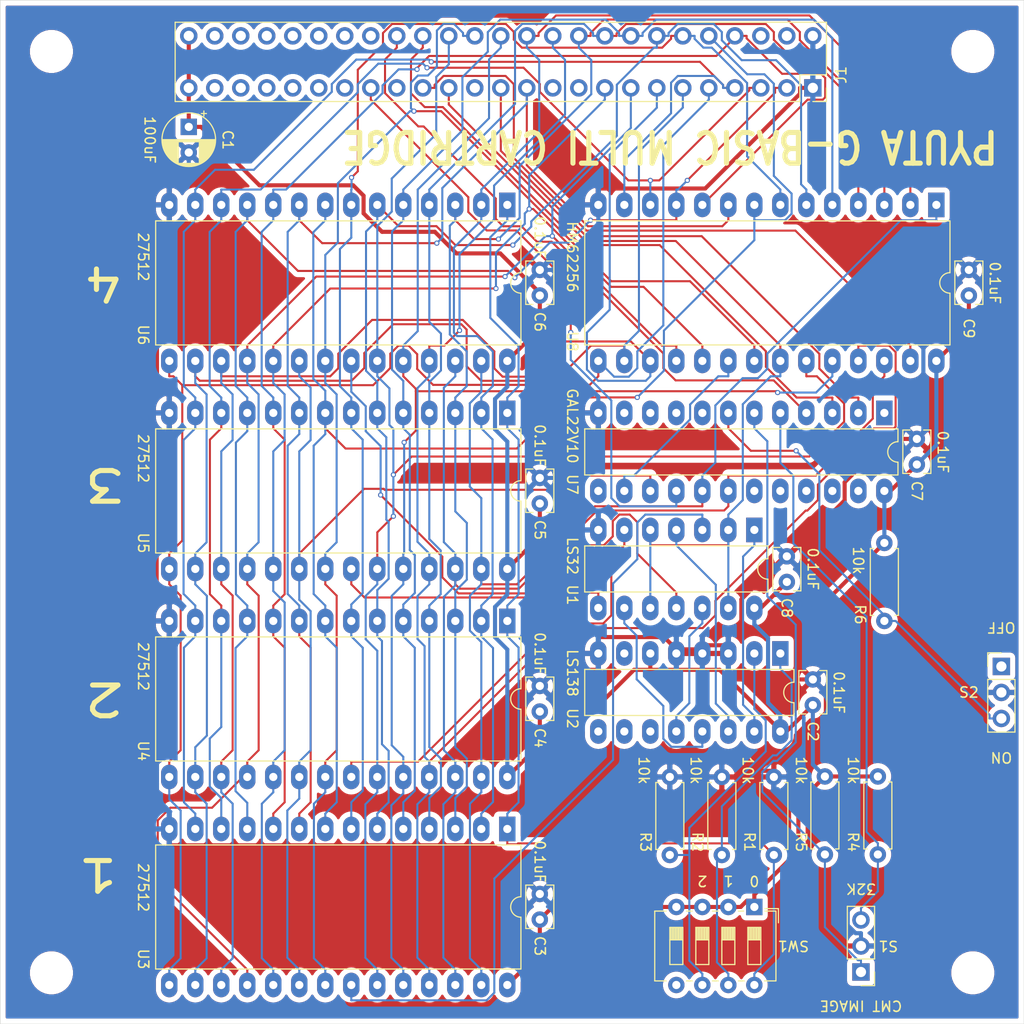
<source format=kicad_pcb>
(kicad_pcb (version 20171130) (host pcbnew "(5.1.9)-1")
  (layers (0 F.Cu signal) (31 B.Cu signal) (34 B.Paste user) (35 F.Paste user) (36 B.SilkS user hide) (37 F.SilkS user) (38 B.Mask user) (39 F.Mask user) (44 Edge.Cuts user))
  (net 0 "")
  (net 1 +5V)
  (net 2 GND)
  (net 3 /D0)
  (net 4 /D1)
  (net 5 /D2)
  (net 6 /D3)
  (net 7 /D4)
  (net 8 /D5)
  (net 9 /D6)
  (net 10 /D7)
  (net 11 /A8)
  (net 12 /A9)
  (net 13 /A2)
  (net 14 /A10)
  (net 15 /A3)
  (net 16 /A11)
  (net 17 /A4)
  (net 18 /A12)
  (net 19 /A5)
  (net 20 /A6)
  (net 21 /A7)
  (net 22 /A13)
  (net 23 /A15)
  (net 24 /A14)
  (net 25 /~DBIN)
  (net 26 "Net-(R2-Pad1)")
  (net 27 "Net-(R3-Pad1)")
  (net 28 /A1)
  (net 29 /A0)
  (net 30 /SELEXM)
  (net 31 /~WE)
  (net 32 "Net-(R1-Pad1)")
  (net 33 "Net-(U1-Pad1)")
  (net 34 "Net-(U1-Pad8)")
  (net 35 "Net-(U1-Pad9)")
  (net 36 "Net-(U1-Pad3)")
  (net 37 "Net-(U1-Pad4)")
  (net 38 "Net-(U1-Pad11)")
  (net 39 "Net-(U1-Pad12)")
  (net 40 "Net-(U1-Pad6)")
  (net 41 /CE2_n)
  (net 42 /CE_n)
  (net 43 "Net-(R4-Pad2)")
  (net 44 "Net-(R5-Pad2)")
  (net 45 "Net-(R6-Pad2)")
  (net 46 /A2_n)
  (net 47 /A0_n)
  (module MountingHole:MountingHole_3.2mm_M3 (layer F.Cu) (at 92.63 59.94)
    (fp_text reference MH4 hide)
    (fp_text value MountingHole_3.2mm_M3 hide)
    (pad 1 np_thru_hole circle (at 0 0) (size 3.2 3.2) (drill 3.2) (layers *.Cu *.Mask))
  )
  (module MountingHole:MountingHole_3.2mm_M3 (layer F.Cu) (at 182.63 59.94)
    (fp_text reference MH3 hide)
    (fp_text value MountingHole_3.2mm_M3 hide)
    (pad 1 np_thru_hole circle (at 0 0) (size 3.2 3.2) (drill 3.2) (layers *.Cu *.Mask))
  )
  (module MountingHole:MountingHole_3.2mm_M3 (layer F.Cu) (at 182.63 149.94)
    (fp_text reference MH2 hide)
    (fp_text value MountingHole_3.2mm_M3 hide)
    (pad 1 np_thru_hole circle (at 0 0) (size 3.2 3.2) (drill 3.2) (layers *.Cu *.Mask))
  )
  (module MountingHole:MountingHole_3.2mm_M3 (layer F.Cu) (at 92.63 149.94)
    (fp_text reference MH1 hide)
    (fp_text value MountingHole_3.2mm_M3 hide)
    (pad 1 np_thru_hole circle (at 0 0) (size 3.2 3.2) (drill 3.2) (layers *.Cu *.Mask))
  )
  (module Capacitor_THT:C_Rect_L4.0mm_W2.5mm_P2.50mm (layer F.Cu) (at 164.465 111.76 90)
    (fp_text reference C8 (at -2.54 0 270 unlocked) (layer F.SilkS))
    (fp_text value 0.1uF)
    (pad 2 thru_hole circle (at 2.5 0 90) (size 1.6 1.6) (drill 0.8) (layers *.Cu *.Mask) (net 2 GND))
    (pad 1 thru_hole circle (at 0 0 90) (size 1.6 1.6) (drill 0.8) (layers *.Cu *.Mask) (net 1 +5V))
  )
  (module Capacitor_THT:C_Rect_L4.0mm_W2.5mm_P2.50mm (layer F.Cu) (at 167.005 121.285 270)
    (fp_text reference C2 (at 5.08 0 270 unlocked) (layer F.SilkS))
    (fp_text value 0.1uF)
    (pad 1 thru_hole circle (at 0 0 270) (size 1.6 1.6) (drill 0.8) (layers *.Cu *.Mask) (net 2 GND))
    (pad 2 thru_hole circle (at 2.5 0 270) (size 1.6 1.6) (drill 0.8) (layers *.Cu *.Mask) (net 1 +5V))
  )
  (module Capacitor_THT:C_Rect_L4.0mm_W2.5mm_P2.50mm (layer F.Cu) (at 140.335 142.24 270)
    (fp_text reference C3 (at 5.08 0 270 unlocked) (layer F.SilkS))
    (fp_text value 0.1uF)
    (pad 2 thru_hole circle (at 2.5 0 270) (size 1.6 1.6) (drill 0.8) (layers *.Cu *.Mask) (net 1 +5V))
    (pad 1 thru_hole circle (at 0 0 270) (size 1.6 1.6) (drill 0.8) (layers *.Cu *.Mask) (net 2 GND))
  )
  (module Capacitor_THT:C_Rect_L4.0mm_W2.5mm_P2.50mm (layer F.Cu) (at 140.335 121.92 270)
    (fp_text reference C4 (at 5.08 0 270 unlocked) (layer F.SilkS))
    (fp_text value 0.1uF)
    (pad 1 thru_hole circle (at 0 0 270) (size 1.6 1.6) (drill 0.8) (layers *.Cu *.Mask) (net 2 GND))
    (pad 2 thru_hole circle (at 2.5 0 270) (size 1.6 1.6) (drill 0.8) (layers *.Cu *.Mask) (net 1 +5V))
  )
  (module Capacitor_THT:C_Rect_L4.0mm_W2.5mm_P2.50mm (layer F.Cu) (at 140.335 101.6 270)
    (fp_text reference C5 (at 5.08 0 270 unlocked) (layer F.SilkS))
    (fp_text value 0.1uF)
    (pad 1 thru_hole circle (at 0 0 270) (size 1.6 1.6) (drill 0.8) (layers *.Cu *.Mask) (net 2 GND))
    (pad 2 thru_hole circle (at 2.5 0 270) (size 1.6 1.6) (drill 0.8) (layers *.Cu *.Mask) (net 1 +5V))
  )
  (module Capacitor_THT:C_Rect_L4.0mm_W2.5mm_P2.50mm (layer F.Cu) (at 140.335 81.28 270)
    (fp_text reference C6 (at 5.08 0 270 unlocked) (layer F.SilkS))
    (fp_text value 0.1uF)
    (pad 2 thru_hole circle (at 2.5 0 270) (size 1.6 1.6) (drill 0.8) (layers *.Cu *.Mask) (net 1 +5V))
    (pad 1 thru_hole circle (at 0 0 270) (size 1.6 1.6) (drill 0.8) (layers *.Cu *.Mask) (net 2 GND))
  )
  (module Resistor_THT:R_Axial_DIN0207_L6.3mm_D2.5mm_P7.62mm_Horizontal (layer F.Cu) (at 163.195 138.43 90)
    (fp_text reference R1 (at 1.27 -2.37 270 unlocked) (layer F.SilkS))
    (fp_text value 10k)
    (pad 2 thru_hole oval (at 7.62 0 90) (size 1.6 1.6) (drill 0.8) (layers *.Cu *.Mask) (net 2 GND))
    (pad 1 thru_hole circle (at 0 0 90) (size 1.6 1.6) (drill 0.8) (layers *.Cu *.Mask) (net 32 "Net-(R1-Pad1)"))
  )
  (module Resistor_THT:R_Axial_DIN0207_L6.3mm_D2.5mm_P7.62mm_Horizontal (layer F.Cu) (at 158.115 138.43 90)
    (fp_text reference R2 (at 1.27 -2.37 270 unlocked) (layer F.SilkS))
    (fp_text value 10k)
    (pad 1 thru_hole circle (at 0 0 90) (size 1.6 1.6) (drill 0.8) (layers *.Cu *.Mask) (net 26 "Net-(R2-Pad1)"))
    (pad 2 thru_hole oval (at 7.62 0 90) (size 1.6 1.6) (drill 0.8) (layers *.Cu *.Mask) (net 2 GND))
  )
  (module Resistor_THT:R_Axial_DIN0207_L6.3mm_D2.5mm_P7.62mm_Horizontal (layer F.Cu) (at 153.035 138.43 90)
    (fp_text reference R3 (at 1.27 -2.37 270 unlocked) (layer F.SilkS))
    (fp_text value 10k)
    (pad 2 thru_hole oval (at 7.62 0 90) (size 1.6 1.6) (drill 0.8) (layers *.Cu *.Mask) (net 2 GND))
    (pad 1 thru_hole circle (at 0 0 90) (size 1.6 1.6) (drill 0.8) (layers *.Cu *.Mask) (net 27 "Net-(R3-Pad1)"))
  )
  (module Button_Switch_THT:SW_DIP_SPSTx04_Slide_6.7x11.72mm_W7.62mm_P2.54mm_LowProfile (layer F.Cu) (at 161.29 143.51 270)
    (fp_text reference SW1 (at 3.81 -3.81 180 unlocked) (layer F.SilkS))
    (fp_text value SW_DIP_x04)
    (pad 1 thru_hole rect (at 0 0 270) (size 1.6 1.6) (drill 0.8) (layers *.Cu *.Mask) (net 1 +5V))
    (pad 5 thru_hole oval (at 7.62 7.62 270) (size 1.6 1.6) (drill 0.8) (layers *.Cu *.Mask))
    (pad 2 thru_hole oval (at 0 2.54 270) (size 1.6 1.6) (drill 0.8) (layers *.Cu *.Mask) (net 1 +5V))
    (pad 6 thru_hole oval (at 7.62 5.08 270) (size 1.6 1.6) (drill 0.8) (layers *.Cu *.Mask) (net 27 "Net-(R3-Pad1)"))
    (pad 3 thru_hole oval (at 0 5.08 270) (size 1.6 1.6) (drill 0.8) (layers *.Cu *.Mask) (net 1 +5V))
    (pad 7 thru_hole oval (at 7.62 2.54 270) (size 1.6 1.6) (drill 0.8) (layers *.Cu *.Mask) (net 26 "Net-(R2-Pad1)"))
    (pad 4 thru_hole oval (at 0 7.62 270) (size 1.6 1.6) (drill 0.8) (layers *.Cu *.Mask) (net 1 +5V))
    (pad 8 thru_hole oval (at 7.62 0 270) (size 1.6 1.6) (drill 0.8) (layers *.Cu *.Mask) (net 32 "Net-(R1-Pad1)"))
  )
  (module Package_DIP:DIP-28_W15.24mm_LongPads (layer F.Cu) (at 137.16 135.89 270)
    (fp_text reference U3 (at 12.7 35.56 270 unlocked) (layer F.SilkS))
    (fp_text value 27C512)
    (pad 1 thru_hole rect (at 0 0 270) (size 2.4 1.6) (drill 0.8) (layers *.Cu *.Mask) (net 32 "Net-(R1-Pad1)"))
    (pad 15 thru_hole oval (at 15.24 33.02 270) (size 2.4 1.6) (drill 0.8) (layers *.Cu *.Mask) (net 7 /D4))
    (pad 2 thru_hole oval (at 0 2.54 270) (size 2.4 1.6) (drill 0.8) (layers *.Cu *.Mask) (net 15 /A3))
    (pad 16 thru_hole oval (at 15.24 30.48 270) (size 2.4 1.6) (drill 0.8) (layers *.Cu *.Mask) (net 6 /D3))
    (pad 3 thru_hole oval (at 0 5.08 270) (size 2.4 1.6) (drill 0.8) (layers *.Cu *.Mask) (net 11 /A8))
    (pad 17 thru_hole oval (at 15.24 27.94 270) (size 2.4 1.6) (drill 0.8) (layers *.Cu *.Mask) (net 5 /D2))
    (pad 4 thru_hole oval (at 0 7.62 270) (size 2.4 1.6) (drill 0.8) (layers *.Cu *.Mask) (net 12 /A9))
    (pad 18 thru_hole oval (at 15.24 25.4 270) (size 2.4 1.6) (drill 0.8) (layers *.Cu *.Mask) (net 4 /D1))
    (pad 5 thru_hole oval (at 0 10.16 270) (size 2.4 1.6) (drill 0.8) (layers *.Cu *.Mask) (net 14 /A10))
    (pad 19 thru_hole oval (at 15.24 22.86 270) (size 2.4 1.6) (drill 0.8) (layers *.Cu *.Mask) (net 3 /D0))
    (pad 6 thru_hole oval (at 0 12.7 270) (size 2.4 1.6) (drill 0.8) (layers *.Cu *.Mask) (net 16 /A11))
    (pad 20 thru_hole oval (at 15.24 20.32 270) (size 2.4 1.6) (drill 0.8) (layers *.Cu *.Mask) (net 41 /CE2_n))
    (pad 7 thru_hole oval (at 0 15.24 270) (size 2.4 1.6) (drill 0.8) (layers *.Cu *.Mask) (net 18 /A12))
    (pad 21 thru_hole oval (at 15.24 17.78 270) (size 2.4 1.6) (drill 0.8) (layers *.Cu *.Mask) (net 19 /A5))
    (pad 8 thru_hole oval (at 0 17.78 270) (size 2.4 1.6) (drill 0.8) (layers *.Cu *.Mask) (net 22 /A13))
    (pad 22 thru_hole oval (at 15.24 15.24 270) (size 2.4 1.6) (drill 0.8) (layers *.Cu *.Mask) (net 36 "Net-(U1-Pad3)"))
    (pad 9 thru_hole oval (at 0 20.32 270) (size 2.4 1.6) (drill 0.8) (layers *.Cu *.Mask) (net 24 /A14))
    (pad 23 thru_hole oval (at 15.24 12.7 270) (size 2.4 1.6) (drill 0.8) (layers *.Cu *.Mask) (net 17 /A4))
    (pad 10 thru_hole oval (at 0 22.86 270) (size 2.4 1.6) (drill 0.8) (layers *.Cu *.Mask) (net 23 /A15))
    (pad 24 thru_hole oval (at 15.24 10.16 270) (size 2.4 1.6) (drill 0.8) (layers *.Cu *.Mask) (net 20 /A6))
    (pad 11 thru_hole oval (at 0 25.4 270) (size 2.4 1.6) (drill 0.8) (layers *.Cu *.Mask) (net 10 /D7))
    (pad 25 thru_hole oval (at 15.24 7.62 270) (size 2.4 1.6) (drill 0.8) (layers *.Cu *.Mask) (net 21 /A7))
    (pad 12 thru_hole oval (at 0 27.94 270) (size 2.4 1.6) (drill 0.8) (layers *.Cu *.Mask) (net 9 /D6))
    (pad 26 thru_hole oval (at 15.24 5.08 270) (size 2.4 1.6) (drill 0.8) (layers *.Cu *.Mask) (net 46 /A2_n))
    (pad 13 thru_hole oval (at 0 30.48 270) (size 2.4 1.6) (drill 0.8) (layers *.Cu *.Mask) (net 8 /D5))
    (pad 27 thru_hole oval (at 15.24 2.54 270) (size 2.4 1.6) (drill 0.8) (layers *.Cu *.Mask) (net 47 /A0_n))
    (pad 14 thru_hole oval (at 0 33.02 270) (size 2.4 1.6) (drill 0.8) (layers *.Cu *.Mask) (net 2 GND))
    (pad 28 thru_hole oval (at 15.24 0 270) (size 2.4 1.6) (drill 0.8) (layers *.Cu *.Mask) (net 1 +5V))
  )
  (module Package_DIP:DIP-28_W15.24mm_LongPads (layer F.Cu) (at 137.16 115.57 270)
    (fp_text reference U4 (at 12.7 35.56 270 unlocked) (layer F.SilkS))
    (fp_text value 27C512)
    (pad 1 thru_hole rect (at 0 0 270) (size 2.4 1.6) (drill 0.8) (layers *.Cu *.Mask) (net 32 "Net-(R1-Pad1)"))
    (pad 15 thru_hole oval (at 15.24 33.02 270) (size 2.4 1.6) (drill 0.8) (layers *.Cu *.Mask) (net 7 /D4))
    (pad 2 thru_hole oval (at 0 2.54 270) (size 2.4 1.6) (drill 0.8) (layers *.Cu *.Mask) (net 15 /A3))
    (pad 16 thru_hole oval (at 15.24 30.48 270) (size 2.4 1.6) (drill 0.8) (layers *.Cu *.Mask) (net 6 /D3))
    (pad 3 thru_hole oval (at 0 5.08 270) (size 2.4 1.6) (drill 0.8) (layers *.Cu *.Mask) (net 11 /A8))
    (pad 17 thru_hole oval (at 15.24 27.94 270) (size 2.4 1.6) (drill 0.8) (layers *.Cu *.Mask) (net 5 /D2))
    (pad 4 thru_hole oval (at 0 7.62 270) (size 2.4 1.6) (drill 0.8) (layers *.Cu *.Mask) (net 12 /A9))
    (pad 18 thru_hole oval (at 15.24 25.4 270) (size 2.4 1.6) (drill 0.8) (layers *.Cu *.Mask) (net 4 /D1))
    (pad 5 thru_hole oval (at 0 10.16 270) (size 2.4 1.6) (drill 0.8) (layers *.Cu *.Mask) (net 14 /A10))
    (pad 19 thru_hole oval (at 15.24 22.86 270) (size 2.4 1.6) (drill 0.8) (layers *.Cu *.Mask) (net 3 /D0))
    (pad 6 thru_hole oval (at 0 12.7 270) (size 2.4 1.6) (drill 0.8) (layers *.Cu *.Mask) (net 16 /A11))
    (pad 20 thru_hole oval (at 15.24 20.32 270) (size 2.4 1.6) (drill 0.8) (layers *.Cu *.Mask) (net 41 /CE2_n))
    (pad 7 thru_hole oval (at 0 15.24 270) (size 2.4 1.6) (drill 0.8) (layers *.Cu *.Mask) (net 18 /A12))
    (pad 21 thru_hole oval (at 15.24 17.78 270) (size 2.4 1.6) (drill 0.8) (layers *.Cu *.Mask) (net 19 /A5))
    (pad 8 thru_hole oval (at 0 17.78 270) (size 2.4 1.6) (drill 0.8) (layers *.Cu *.Mask) (net 22 /A13))
    (pad 22 thru_hole oval (at 15.24 15.24 270) (size 2.4 1.6) (drill 0.8) (layers *.Cu *.Mask) (net 40 "Net-(U1-Pad6)"))
    (pad 9 thru_hole oval (at 0 20.32 270) (size 2.4 1.6) (drill 0.8) (layers *.Cu *.Mask) (net 24 /A14))
    (pad 23 thru_hole oval (at 15.24 12.7 270) (size 2.4 1.6) (drill 0.8) (layers *.Cu *.Mask) (net 17 /A4))
    (pad 10 thru_hole oval (at 0 22.86 270) (size 2.4 1.6) (drill 0.8) (layers *.Cu *.Mask) (net 23 /A15))
    (pad 24 thru_hole oval (at 15.24 10.16 270) (size 2.4 1.6) (drill 0.8) (layers *.Cu *.Mask) (net 20 /A6))
    (pad 11 thru_hole oval (at 0 25.4 270) (size 2.4 1.6) (drill 0.8) (layers *.Cu *.Mask) (net 10 /D7))
    (pad 25 thru_hole oval (at 15.24 7.62 270) (size 2.4 1.6) (drill 0.8) (layers *.Cu *.Mask) (net 21 /A7))
    (pad 12 thru_hole oval (at 0 27.94 270) (size 2.4 1.6) (drill 0.8) (layers *.Cu *.Mask) (net 9 /D6))
    (pad 26 thru_hole oval (at 15.24 5.08 270) (size 2.4 1.6) (drill 0.8) (layers *.Cu *.Mask) (net 46 /A2_n))
    (pad 13 thru_hole oval (at 0 30.48 270) (size 2.4 1.6) (drill 0.8) (layers *.Cu *.Mask) (net 8 /D5))
    (pad 27 thru_hole oval (at 15.24 2.54 270) (size 2.4 1.6) (drill 0.8) (layers *.Cu *.Mask) (net 47 /A0_n))
    (pad 14 thru_hole oval (at 0 33.02 270) (size 2.4 1.6) (drill 0.8) (layers *.Cu *.Mask) (net 2 GND))
    (pad 28 thru_hole oval (at 15.24 0 270) (size 2.4 1.6) (drill 0.8) (layers *.Cu *.Mask) (net 1 +5V))
  )
  (module Package_DIP:DIP-28_W15.24mm_LongPads (layer F.Cu) (at 137.16 95.25 270)
    (fp_text reference U5 (at 12.7 35.56 270 unlocked) (layer F.SilkS))
    (fp_text value 27C512)
    (pad 28 thru_hole oval (at 15.24 0 270) (size 2.4 1.6) (drill 0.8) (layers *.Cu *.Mask) (net 1 +5V))
    (pad 14 thru_hole oval (at 0 33.02 270) (size 2.4 1.6) (drill 0.8) (layers *.Cu *.Mask) (net 2 GND))
    (pad 27 thru_hole oval (at 15.24 2.54 270) (size 2.4 1.6) (drill 0.8) (layers *.Cu *.Mask) (net 47 /A0_n))
    (pad 13 thru_hole oval (at 0 30.48 270) (size 2.4 1.6) (drill 0.8) (layers *.Cu *.Mask) (net 8 /D5))
    (pad 26 thru_hole oval (at 15.24 5.08 270) (size 2.4 1.6) (drill 0.8) (layers *.Cu *.Mask) (net 46 /A2_n))
    (pad 12 thru_hole oval (at 0 27.94 270) (size 2.4 1.6) (drill 0.8) (layers *.Cu *.Mask) (net 9 /D6))
    (pad 25 thru_hole oval (at 15.24 7.62 270) (size 2.4 1.6) (drill 0.8) (layers *.Cu *.Mask) (net 21 /A7))
    (pad 11 thru_hole oval (at 0 25.4 270) (size 2.4 1.6) (drill 0.8) (layers *.Cu *.Mask) (net 10 /D7))
    (pad 24 thru_hole oval (at 15.24 10.16 270) (size 2.4 1.6) (drill 0.8) (layers *.Cu *.Mask) (net 20 /A6))
    (pad 10 thru_hole oval (at 0 22.86 270) (size 2.4 1.6) (drill 0.8) (layers *.Cu *.Mask) (net 23 /A15))
    (pad 23 thru_hole oval (at 15.24 12.7 270) (size 2.4 1.6) (drill 0.8) (layers *.Cu *.Mask) (net 17 /A4))
    (pad 9 thru_hole oval (at 0 20.32 270) (size 2.4 1.6) (drill 0.8) (layers *.Cu *.Mask) (net 24 /A14))
    (pad 22 thru_hole oval (at 15.24 15.24 270) (size 2.4 1.6) (drill 0.8) (layers *.Cu *.Mask) (net 34 "Net-(U1-Pad8)"))
    (pad 8 thru_hole oval (at 0 17.78 270) (size 2.4 1.6) (drill 0.8) (layers *.Cu *.Mask) (net 22 /A13))
    (pad 21 thru_hole oval (at 15.24 17.78 270) (size 2.4 1.6) (drill 0.8) (layers *.Cu *.Mask) (net 19 /A5))
    (pad 7 thru_hole oval (at 0 15.24 270) (size 2.4 1.6) (drill 0.8) (layers *.Cu *.Mask) (net 18 /A12))
    (pad 20 thru_hole oval (at 15.24 20.32 270) (size 2.4 1.6) (drill 0.8) (layers *.Cu *.Mask) (net 41 /CE2_n))
    (pad 6 thru_hole oval (at 0 12.7 270) (size 2.4 1.6) (drill 0.8) (layers *.Cu *.Mask) (net 16 /A11))
    (pad 19 thru_hole oval (at 15.24 22.86 270) (size 2.4 1.6) (drill 0.8) (layers *.Cu *.Mask) (net 3 /D0))
    (pad 5 thru_hole oval (at 0 10.16 270) (size 2.4 1.6) (drill 0.8) (layers *.Cu *.Mask) (net 14 /A10))
    (pad 18 thru_hole oval (at 15.24 25.4 270) (size 2.4 1.6) (drill 0.8) (layers *.Cu *.Mask) (net 4 /D1))
    (pad 4 thru_hole oval (at 0 7.62 270) (size 2.4 1.6) (drill 0.8) (layers *.Cu *.Mask) (net 12 /A9))
    (pad 17 thru_hole oval (at 15.24 27.94 270) (size 2.4 1.6) (drill 0.8) (layers *.Cu *.Mask) (net 5 /D2))
    (pad 3 thru_hole oval (at 0 5.08 270) (size 2.4 1.6) (drill 0.8) (layers *.Cu *.Mask) (net 11 /A8))
    (pad 16 thru_hole oval (at 15.24 30.48 270) (size 2.4 1.6) (drill 0.8) (layers *.Cu *.Mask) (net 6 /D3))
    (pad 2 thru_hole oval (at 0 2.54 270) (size 2.4 1.6) (drill 0.8) (layers *.Cu *.Mask) (net 15 /A3))
    (pad 15 thru_hole oval (at 15.24 33.02 270) (size 2.4 1.6) (drill 0.8) (layers *.Cu *.Mask) (net 7 /D4))
    (pad 1 thru_hole rect (at 0 0 270) (size 2.4 1.6) (drill 0.8) (layers *.Cu *.Mask) (net 32 "Net-(R1-Pad1)"))
  )
  (module Package_DIP:DIP-28_W15.24mm_LongPads (layer F.Cu) (at 137.16 74.93 270)
    (fp_text reference U6 (at 12.7 35.56 270 unlocked) (layer F.SilkS))
    (fp_text value 27C512)
    (pad 28 thru_hole oval (at 15.24 0 270) (size 2.4 1.6) (drill 0.8) (layers *.Cu *.Mask) (net 1 +5V))
    (pad 14 thru_hole oval (at 0 33.02 270) (size 2.4 1.6) (drill 0.8) (layers *.Cu *.Mask) (net 2 GND))
    (pad 27 thru_hole oval (at 15.24 2.54 270) (size 2.4 1.6) (drill 0.8) (layers *.Cu *.Mask) (net 47 /A0_n))
    (pad 13 thru_hole oval (at 0 30.48 270) (size 2.4 1.6) (drill 0.8) (layers *.Cu *.Mask) (net 8 /D5))
    (pad 26 thru_hole oval (at 15.24 5.08 270) (size 2.4 1.6) (drill 0.8) (layers *.Cu *.Mask) (net 46 /A2_n))
    (pad 12 thru_hole oval (at 0 27.94 270) (size 2.4 1.6) (drill 0.8) (layers *.Cu *.Mask) (net 9 /D6))
    (pad 25 thru_hole oval (at 15.24 7.62 270) (size 2.4 1.6) (drill 0.8) (layers *.Cu *.Mask) (net 21 /A7))
    (pad 11 thru_hole oval (at 0 25.4 270) (size 2.4 1.6) (drill 0.8) (layers *.Cu *.Mask) (net 10 /D7))
    (pad 24 thru_hole oval (at 15.24 10.16 270) (size 2.4 1.6) (drill 0.8) (layers *.Cu *.Mask) (net 20 /A6))
    (pad 10 thru_hole oval (at 0 22.86 270) (size 2.4 1.6) (drill 0.8) (layers *.Cu *.Mask) (net 23 /A15))
    (pad 23 thru_hole oval (at 15.24 12.7 270) (size 2.4 1.6) (drill 0.8) (layers *.Cu *.Mask) (net 17 /A4))
    (pad 9 thru_hole oval (at 0 20.32 270) (size 2.4 1.6) (drill 0.8) (layers *.Cu *.Mask) (net 24 /A14))
    (pad 22 thru_hole oval (at 15.24 15.24 270) (size 2.4 1.6) (drill 0.8) (layers *.Cu *.Mask) (net 38 "Net-(U1-Pad11)"))
    (pad 8 thru_hole oval (at 0 17.78 270) (size 2.4 1.6) (drill 0.8) (layers *.Cu *.Mask) (net 22 /A13))
    (pad 21 thru_hole oval (at 15.24 17.78 270) (size 2.4 1.6) (drill 0.8) (layers *.Cu *.Mask) (net 19 /A5))
    (pad 7 thru_hole oval (at 0 15.24 270) (size 2.4 1.6) (drill 0.8) (layers *.Cu *.Mask) (net 18 /A12))
    (pad 20 thru_hole oval (at 15.24 20.32 270) (size 2.4 1.6) (drill 0.8) (layers *.Cu *.Mask) (net 41 /CE2_n))
    (pad 6 thru_hole oval (at 0 12.7 270) (size 2.4 1.6) (drill 0.8) (layers *.Cu *.Mask) (net 16 /A11))
    (pad 19 thru_hole oval (at 15.24 22.86 270) (size 2.4 1.6) (drill 0.8) (layers *.Cu *.Mask) (net 3 /D0))
    (pad 5 thru_hole oval (at 0 10.16 270) (size 2.4 1.6) (drill 0.8) (layers *.Cu *.Mask) (net 14 /A10))
    (pad 18 thru_hole oval (at 15.24 25.4 270) (size 2.4 1.6) (drill 0.8) (layers *.Cu *.Mask) (net 4 /D1))
    (pad 4 thru_hole oval (at 0 7.62 270) (size 2.4 1.6) (drill 0.8) (layers *.Cu *.Mask) (net 12 /A9))
    (pad 17 thru_hole oval (at 15.24 27.94 270) (size 2.4 1.6) (drill 0.8) (layers *.Cu *.Mask) (net 5 /D2))
    (pad 3 thru_hole oval (at 0 5.08 270) (size 2.4 1.6) (drill 0.8) (layers *.Cu *.Mask) (net 11 /A8))
    (pad 16 thru_hole oval (at 15.24 30.48 270) (size 2.4 1.6) (drill 0.8) (layers *.Cu *.Mask) (net 6 /D3))
    (pad 2 thru_hole oval (at 0 2.54 270) (size 2.4 1.6) (drill 0.8) (layers *.Cu *.Mask) (net 15 /A3))
    (pad 15 thru_hole oval (at 15.24 33.02 270) (size 2.4 1.6) (drill 0.8) (layers *.Cu *.Mask) (net 7 /D4))
    (pad 1 thru_hole rect (at 0 0 270) (size 2.4 1.6) (drill 0.8) (layers *.Cu *.Mask) (net 32 "Net-(R1-Pad1)"))
  )
  (module Package_DIP:DIP-16_W7.62mm_LongPads (layer F.Cu) (at 163.83 118.745 270)
    (fp_text reference U2 (at 6.35 20.32 270 unlocked) (layer F.SilkS))
    (fp_text value 74LS138)
    (pad 1 thru_hole rect (at 0 0 270) (size 2.4 1.6) (drill 0.8) (layers *.Cu *.Mask) (net 26 "Net-(R2-Pad1)"))
    (pad 9 thru_hole oval (at 7.62 17.78 270) (size 2.4 1.6) (drill 0.8) (layers *.Cu *.Mask))
    (pad 2 thru_hole oval (at 0 2.54 270) (size 2.4 1.6) (drill 0.8) (layers *.Cu *.Mask) (net 27 "Net-(R3-Pad1)"))
    (pad 10 thru_hole oval (at 7.62 15.24 270) (size 2.4 1.6) (drill 0.8) (layers *.Cu *.Mask))
    (pad 3 thru_hole oval (at 0 5.08 270) (size 2.4 1.6) (drill 0.8) (layers *.Cu *.Mask) (net 2 GND))
    (pad 11 thru_hole oval (at 7.62 12.7 270) (size 2.4 1.6) (drill 0.8) (layers *.Cu *.Mask))
    (pad 4 thru_hole oval (at 0 7.62 270) (size 2.4 1.6) (drill 0.8) (layers *.Cu *.Mask) (net 2 GND))
    (pad 12 thru_hole oval (at 7.62 10.16 270) (size 2.4 1.6) (drill 0.8) (layers *.Cu *.Mask) (net 39 "Net-(U1-Pad12)"))
    (pad 5 thru_hole oval (at 0 10.16 270) (size 2.4 1.6) (drill 0.8) (layers *.Cu *.Mask) (net 2 GND))
    (pad 13 thru_hole oval (at 7.62 7.62 270) (size 2.4 1.6) (drill 0.8) (layers *.Cu *.Mask) (net 35 "Net-(U1-Pad9)"))
    (pad 6 thru_hole oval (at 0 12.7 270) (size 2.4 1.6) (drill 0.8) (layers *.Cu *.Mask) (net 1 +5V))
    (pad 14 thru_hole oval (at 7.62 5.08 270) (size 2.4 1.6) (drill 0.8) (layers *.Cu *.Mask) (net 37 "Net-(U1-Pad4)"))
    (pad 7 thru_hole oval (at 0 15.24 270) (size 2.4 1.6) (drill 0.8) (layers *.Cu *.Mask))
    (pad 15 thru_hole oval (at 7.62 2.54 270) (size 2.4 1.6) (drill 0.8) (layers *.Cu *.Mask) (net 33 "Net-(U1-Pad1)"))
    (pad 8 thru_hole oval (at 0 17.78 270) (size 2.4 1.6) (drill 0.8) (layers *.Cu *.Mask) (net 2 GND))
    (pad 16 thru_hole oval (at 7.62 0 270) (size 2.4 1.6) (drill 0.8) (layers *.Cu *.Mask) (net 1 +5V))
  )
  (module Package_DIP:DIP-14_W7.62mm_LongPads (layer F.Cu) (at 161.29 106.68 270)
    (fp_text reference U1 (at 6.35 17.78 270 unlocked) (layer F.SilkS))
    (fp_text value 74LS32)
    (pad 1 thru_hole rect (at 0 0 270) (size 2.4 1.6) (drill 0.8) (layers *.Cu *.Mask) (net 33 "Net-(U1-Pad1)"))
    (pad 8 thru_hole oval (at 7.62 15.24 270) (size 2.4 1.6) (drill 0.8) (layers *.Cu *.Mask) (net 34 "Net-(U1-Pad8)"))
    (pad 2 thru_hole oval (at 0 2.54 270) (size 2.4 1.6) (drill 0.8) (layers *.Cu *.Mask) (net 25 /~DBIN))
    (pad 9 thru_hole oval (at 7.62 12.7 270) (size 2.4 1.6) (drill 0.8) (layers *.Cu *.Mask) (net 35 "Net-(U1-Pad9)"))
    (pad 3 thru_hole oval (at 0 5.08 270) (size 2.4 1.6) (drill 0.8) (layers *.Cu *.Mask) (net 36 "Net-(U1-Pad3)"))
    (pad 10 thru_hole oval (at 7.62 10.16 270) (size 2.4 1.6) (drill 0.8) (layers *.Cu *.Mask) (net 25 /~DBIN))
    (pad 4 thru_hole oval (at 0 7.62 270) (size 2.4 1.6) (drill 0.8) (layers *.Cu *.Mask) (net 37 "Net-(U1-Pad4)"))
    (pad 11 thru_hole oval (at 7.62 7.62 270) (size 2.4 1.6) (drill 0.8) (layers *.Cu *.Mask) (net 38 "Net-(U1-Pad11)"))
    (pad 5 thru_hole oval (at 0 10.16 270) (size 2.4 1.6) (drill 0.8) (layers *.Cu *.Mask) (net 25 /~DBIN))
    (pad 12 thru_hole oval (at 7.62 5.08 270) (size 2.4 1.6) (drill 0.8) (layers *.Cu *.Mask) (net 39 "Net-(U1-Pad12)"))
    (pad 6 thru_hole oval (at 0 12.7 270) (size 2.4 1.6) (drill 0.8) (layers *.Cu *.Mask) (net 40 "Net-(U1-Pad6)"))
    (pad 13 thru_hole oval (at 7.62 2.54 270) (size 2.4 1.6) (drill 0.8) (layers *.Cu *.Mask) (net 25 /~DBIN))
    (pad 7 thru_hole oval (at 0 15.24 270) (size 2.4 1.6) (drill 0.8) (layers *.Cu *.Mask) (net 2 GND))
    (pad 14 thru_hole oval (at 7.62 0 270) (size 2.4 1.6) (drill 0.8) (layers *.Cu *.Mask) (net 1 +5V))
  )
  (module Capacitor_THT:CP_Radial_D5.0mm_P2.50mm (layer F.Cu) (at 106.045 67.31 270)
    (fp_text reference C1 (at 1.27 -3.81 270 unlocked) (layer F.SilkS))
    (fp_text value 100uF)
    (pad 1 thru_hole rect (at 0 0 270) (size 1.6 1.6) (drill 0.8) (layers *.Cu *.Mask) (net 1 +5V))
    (pad 2 thru_hole circle (at 2.5 0 270) (size 1.6 1.6) (drill 0.8) (layers *.Cu *.Mask) (net 2 GND))
  )
  (module Capacitor_THT:C_Rect_L4.0mm_W2.5mm_P2.50mm (layer F.Cu) (at 177.165 97.79 270)
    (fp_text reference C7 (at 5.08 0 270 unlocked) (layer F.SilkS))
    (fp_text value 0.1uF)
    (pad 2 thru_hole circle (at 2.5 0 270) (size 1.6 1.6) (drill 0.8) (layers *.Cu *.Mask) (net 1 +5V))
    (pad 1 thru_hole circle (at 0 0 270) (size 1.6 1.6) (drill 0.8) (layers *.Cu *.Mask) (net 2 GND))
  )
  (module Capacitor_THT:C_Rect_L4.0mm_W2.5mm_P2.50mm (layer F.Cu) (at 182.245 81.28 270)
    (fp_text reference C9 (at 5.715 0 270 unlocked) (layer F.SilkS))
    (fp_text value 0.1uF)
    (pad 2 thru_hole circle (at 2.5 0 270) (size 1.6 1.6) (drill 0.8) (layers *.Cu *.Mask) (net 1 +5V))
    (pad 1 thru_hole circle (at 0 0 270) (size 1.6 1.6) (drill 0.8) (layers *.Cu *.Mask) (net 2 GND))
  )
  (module Package_DIP:DIP-24_W7.62mm_LongPads (layer F.Cu) (at 173.99 95.25 270)
    (fp_text reference U7 (at 6.985 30.48 270 unlocked) (layer F.SilkS))
    (fp_text value GAL22V10)
    (pad 1 thru_hole rect (at 0 0 270) (size 2.4 1.6) (drill 0.8) (layers *.Cu *.Mask))
    (pad 13 thru_hole oval (at 7.62 27.94 270) (size 2.4 1.6) (drill 0.8) (layers *.Cu *.Mask))
    (pad 2 thru_hole oval (at 0 2.54 270) (size 2.4 1.6) (drill 0.8) (layers *.Cu *.Mask) (net 13 /A2))
    (pad 14 thru_hole oval (at 7.62 25.4 270) (size 2.4 1.6) (drill 0.8) (layers *.Cu *.Mask) (net 42 /CE_n))
    (pad 3 thru_hole oval (at 0 5.08 270) (size 2.4 1.6) (drill 0.8) (layers *.Cu *.Mask) (net 28 /A1))
    (pad 15 thru_hole oval (at 7.62 22.86 270) (size 2.4 1.6) (drill 0.8) (layers *.Cu *.Mask) (net 41 /CE2_n))
    (pad 4 thru_hole oval (at 0 7.62 270) (size 2.4 1.6) (drill 0.8) (layers *.Cu *.Mask) (net 29 /A0))
    (pad 16 thru_hole oval (at 7.62 20.32 270) (size 2.4 1.6) (drill 0.8) (layers *.Cu *.Mask) (net 30 /SELEXM))
    (pad 5 thru_hole oval (at 0 10.16 270) (size 2.4 1.6) (drill 0.8) (layers *.Cu *.Mask) (net 43 "Net-(R4-Pad2)"))
    (pad 17 thru_hole oval (at 7.62 17.78 270) (size 2.4 1.6) (drill 0.8) (layers *.Cu *.Mask) (net 47 /A0_n))
    (pad 6 thru_hole oval (at 0 12.7 270) (size 2.4 1.6) (drill 0.8) (layers *.Cu *.Mask) (net 44 "Net-(R5-Pad2)"))
    (pad 18 thru_hole oval (at 7.62 15.24 270) (size 2.4 1.6) (drill 0.8) (layers *.Cu *.Mask) (net 46 /A2_n))
    (pad 7 thru_hole oval (at 0 15.24 270) (size 2.4 1.6) (drill 0.8) (layers *.Cu *.Mask) (net 45 "Net-(R6-Pad2)"))
    (pad 19 thru_hole oval (at 7.62 12.7 270) (size 2.4 1.6) (drill 0.8) (layers *.Cu *.Mask))
    (pad 8 thru_hole oval (at 0 17.78 270) (size 2.4 1.6) (drill 0.8) (layers *.Cu *.Mask))
    (pad 20 thru_hole oval (at 7.62 10.16 270) (size 2.4 1.6) (drill 0.8) (layers *.Cu *.Mask))
    (pad 9 thru_hole oval (at 0 20.32 270) (size 2.4 1.6) (drill 0.8) (layers *.Cu *.Mask))
    (pad 21 thru_hole oval (at 7.62 7.62 270) (size 2.4 1.6) (drill 0.8) (layers *.Cu *.Mask))
    (pad 10 thru_hole oval (at 0 22.86 270) (size 2.4 1.6) (drill 0.8) (layers *.Cu *.Mask))
    (pad 22 thru_hole oval (at 7.62 5.08 270) (size 2.4 1.6) (drill 0.8) (layers *.Cu *.Mask))
    (pad 11 thru_hole oval (at 0 25.4 270) (size 2.4 1.6) (drill 0.8) (layers *.Cu *.Mask))
    (pad 23 thru_hole oval (at 7.62 2.54 270) (size 2.4 1.6) (drill 0.8) (layers *.Cu *.Mask))
    (pad 12 thru_hole oval (at 0 27.94 270) (size 2.4 1.6) (drill 0.8) (layers *.Cu *.Mask) (net 2 GND))
    (pad 24 thru_hole oval (at 7.62 0 270) (size 2.4 1.6) (drill 0.8) (layers *.Cu *.Mask) (net 1 +5V))
  )
  (module Package_DIP:DIP-28_W15.24mm_LongPads (layer F.Cu) (at 179.07 74.93 270)
    (fp_text reference U8 (at 13.335 35.56 270 unlocked) (layer F.SilkS))
    (fp_text value HM62256BLP)
    (pad 1 thru_hole rect (at 0 0 270) (size 2.4 1.6) (drill 0.8) (layers *.Cu *.Mask) (net 47 /A0_n))
    (pad 15 thru_hole oval (at 15.24 33.02 270) (size 2.4 1.6) (drill 0.8) (layers *.Cu *.Mask) (net 7 /D4))
    (pad 2 thru_hole oval (at 0 2.54 270) (size 2.4 1.6) (drill 0.8) (layers *.Cu *.Mask) (net 15 /A3))
    (pad 16 thru_hole oval (at 15.24 30.48 270) (size 2.4 1.6) (drill 0.8) (layers *.Cu *.Mask) (net 6 /D3))
    (pad 3 thru_hole oval (at 0 5.08 270) (size 2.4 1.6) (drill 0.8) (layers *.Cu *.Mask) (net 11 /A8))
    (pad 17 thru_hole oval (at 15.24 27.94 270) (size 2.4 1.6) (drill 0.8) (layers *.Cu *.Mask) (net 5 /D2))
    (pad 4 thru_hole oval (at 0 7.62 270) (size 2.4 1.6) (drill 0.8) (layers *.Cu *.Mask) (net 12 /A9))
    (pad 18 thru_hole oval (at 15.24 25.4 270) (size 2.4 1.6) (drill 0.8) (layers *.Cu *.Mask) (net 4 /D1))
    (pad 5 thru_hole oval (at 0 10.16 270) (size 2.4 1.6) (drill 0.8) (layers *.Cu *.Mask) (net 14 /A10))
    (pad 19 thru_hole oval (at 15.24 22.86 270) (size 2.4 1.6) (drill 0.8) (layers *.Cu *.Mask) (net 3 /D0))
    (pad 6 thru_hole oval (at 0 12.7 270) (size 2.4 1.6) (drill 0.8) (layers *.Cu *.Mask) (net 16 /A11))
    (pad 20 thru_hole oval (at 15.24 20.32 270) (size 2.4 1.6) (drill 0.8) (layers *.Cu *.Mask) (net 42 /CE_n))
    (pad 7 thru_hole oval (at 0 15.24 270) (size 2.4 1.6) (drill 0.8) (layers *.Cu *.Mask) (net 18 /A12))
    (pad 21 thru_hole oval (at 15.24 17.78 270) (size 2.4 1.6) (drill 0.8) (layers *.Cu *.Mask) (net 19 /A5))
    (pad 8 thru_hole oval (at 0 17.78 270) (size 2.4 1.6) (drill 0.8) (layers *.Cu *.Mask) (net 22 /A13))
    (pad 22 thru_hole oval (at 15.24 15.24 270) (size 2.4 1.6) (drill 0.8) (layers *.Cu *.Mask) (net 25 /~DBIN))
    (pad 9 thru_hole oval (at 0 20.32 270) (size 2.4 1.6) (drill 0.8) (layers *.Cu *.Mask) (net 24 /A14))
    (pad 23 thru_hole oval (at 15.24 12.7 270) (size 2.4 1.6) (drill 0.8) (layers *.Cu *.Mask) (net 17 /A4))
    (pad 10 thru_hole oval (at 0 22.86 270) (size 2.4 1.6) (drill 0.8) (layers *.Cu *.Mask) (net 23 /A15))
    (pad 24 thru_hole oval (at 15.24 10.16 270) (size 2.4 1.6) (drill 0.8) (layers *.Cu *.Mask) (net 20 /A6))
    (pad 11 thru_hole oval (at 0 25.4 270) (size 2.4 1.6) (drill 0.8) (layers *.Cu *.Mask) (net 10 /D7))
    (pad 25 thru_hole oval (at 15.24 7.62 270) (size 2.4 1.6) (drill 0.8) (layers *.Cu *.Mask) (net 21 /A7))
    (pad 12 thru_hole oval (at 0 27.94 270) (size 2.4 1.6) (drill 0.8) (layers *.Cu *.Mask) (net 9 /D6))
    (pad 26 thru_hole oval (at 15.24 5.08 270) (size 2.4 1.6) (drill 0.8) (layers *.Cu *.Mask) (net 46 /A2_n))
    (pad 13 thru_hole oval (at 0 30.48 270) (size 2.4 1.6) (drill 0.8) (layers *.Cu *.Mask) (net 8 /D5))
    (pad 27 thru_hole oval (at 15.24 2.54 270) (size 2.4 1.6) (drill 0.8) (layers *.Cu *.Mask) (net 31 /~WE))
    (pad 14 thru_hole oval (at 0 33.02 270) (size 2.4 1.6) (drill 0.8) (layers *.Cu *.Mask) (net 2 GND))
    (pad 28 thru_hole oval (at 15.24 0 270) (size 2.4 1.6) (drill 0.8) (layers *.Cu *.Mask) (net 1 +5V))
  )
  (module Resistor_THT:R_Axial_DIN0207_L6.3mm_D2.5mm_P7.62mm_Horizontal (layer F.Cu) (at 173.355 130.761 270)
    (fp_text reference R4 (at 6.398999 2.413 270 unlocked) (layer F.SilkS))
    (fp_text value 10k)
    (pad 2 thru_hole oval (at 7.62 0 270) (size 1.6 1.6) (drill 0.8) (layers *.Cu *.Mask) (net 43 "Net-(R4-Pad2)"))
    (pad 1 thru_hole circle (at 0 0 270) (size 1.6 1.6) (drill 0.8) (layers *.Cu *.Mask) (net 1 +5V))
  )
  (module Resistor_THT:R_Axial_DIN0207_L6.3mm_D2.5mm_P7.62mm_Horizontal (layer F.Cu) (at 168.182 130.761 270)
    (fp_text reference R5 (at 6.398999 2.319999 270 unlocked) (layer F.SilkS))
    (fp_text value 10k)
    (pad 1 thru_hole circle (at 0 0 270) (size 1.6 1.6) (drill 0.8) (layers *.Cu *.Mask) (net 1 +5V))
    (pad 2 thru_hole oval (at 7.62 0 270) (size 1.6 1.6) (drill 0.8) (layers *.Cu *.Mask) (net 44 "Net-(R5-Pad2)"))
  )
  (module Connector_PinHeader_2.54mm:PinHeader_1x03_P2.54mm_Vertical (layer F.Cu) (at 171.704 149.86 180)
    (fp_text reference S1 (at -2.667 2.54 180 unlocked) (layer F.SilkS))
    (fp_text value SLIDE_SWITCH_3P)
    (pad 1 thru_hole rect (at 0 0 180) (size 1.7 1.7) (drill 1) (layers *.Cu *.Mask) (net 44 "Net-(R5-Pad2)"))
    (pad 2 thru_hole oval (at 0 2.54 180) (size 1.7 1.7) (drill 1) (layers *.Cu *.Mask) (net 2 GND))
    (pad 3 thru_hole oval (at 0 5.08 180) (size 1.7 1.7) (drill 1) (layers *.Cu *.Mask) (net 43 "Net-(R4-Pad2)"))
  )
  (module Resistor_THT:R_Axial_DIN0207_L6.3mm_D2.5mm_P7.62mm_Horizontal (layer F.Cu) (at 173.99 107.95 270)
    (fp_text reference R6 (at 6.99 2.36 270 unlocked) (layer F.SilkS))
    (fp_text value 10k)
    (pad 1 thru_hole circle (at 0 0 270) (size 1.6 1.6) (drill 0.8) (layers *.Cu *.Mask) (net 1 +5V))
    (pad 2 thru_hole oval (at 7.62 0 270) (size 1.6 1.6) (drill 0.8) (layers *.Cu *.Mask) (net 45 "Net-(R6-Pad2)"))
  )
  (module Connector_PinHeader_2.54mm:PinHeader_1x03_P2.54mm_Vertical (layer F.Cu) (at 185.42 120.015)
    (fp_text reference S2 (at -3.175 2.54 unlocked) (layer F.SilkS))
    (fp_text value SLIDE_SWITCH_3P)
    (pad 1 thru_hole rect (at 0 0) (size 1.7 1.7) (drill 1) (layers *.Cu *.Mask))
    (pad 2 thru_hole oval (at 0 2.54) (size 1.7 1.7) (drill 1) (layers *.Cu *.Mask) (net 2 GND))
    (pad 3 thru_hole oval (at 0 5.08) (size 1.7 1.7) (drill 1) (layers *.Cu *.Mask) (net 45 "Net-(R6-Pad2)"))
  )
  (module PYUUTA:PinSocket_2x25_P2.54mm_Vertical (layer F.Cu) (at 167.005 63.5 270)
    (fp_text reference J1 (at -1.27 -2.77 90) (layer F.SilkS))
    (fp_text value Conn_02x25_Odd_Even)
    (pad 50 thru_hole oval (at -5.08 60.96 270) (size 1.7 1.7) (drill 1) (layers *.Cu *.Mask) (net 1 +5V))
    (pad 49 thru_hole oval (at 0 60.96 270) (size 1.7 1.7) (drill 1) (layers *.Cu *.Mask) (net 1 +5V))
    (pad 48 thru_hole oval (at -5.08 58.42 270) (size 1.7 1.7) (drill 1) (layers *.Cu *.Mask))
    (pad 47 thru_hole oval (at 0 58.42 270) (size 1.7 1.7) (drill 1) (layers *.Cu *.Mask))
    (pad 46 thru_hole oval (at -5.08 55.88 270) (size 1.7 1.7) (drill 1) (layers *.Cu *.Mask))
    (pad 45 thru_hole oval (at 0 55.88 270) (size 1.7 1.7) (drill 1) (layers *.Cu *.Mask))
    (pad 44 thru_hole oval (at -5.08 53.34 270) (size 1.7 1.7) (drill 1) (layers *.Cu *.Mask))
    (pad 43 thru_hole oval (at 0 53.34 270) (size 1.7 1.7) (drill 1) (layers *.Cu *.Mask))
    (pad 42 thru_hole oval (at -5.08 50.8 270) (size 1.7 1.7) (drill 1) (layers *.Cu *.Mask))
    (pad 41 thru_hole oval (at 0 50.8 270) (size 1.7 1.7) (drill 1) (layers *.Cu *.Mask))
    (pad 40 thru_hole oval (at -5.08 48.26 270) (size 1.7 1.7) (drill 1) (layers *.Cu *.Mask))
    (pad 39 thru_hole oval (at 0 48.26 270) (size 1.7 1.7) (drill 1) (layers *.Cu *.Mask))
    (pad 38 thru_hole oval (at -5.08 45.72 270) (size 1.7 1.7) (drill 1) (layers *.Cu *.Mask))
    (pad 37 thru_hole oval (at 0 45.72 270) (size 1.7 1.7) (drill 1) (layers *.Cu *.Mask))
    (pad 36 thru_hole oval (at -5.08 43.18 270) (size 1.7 1.7) (drill 1) (layers *.Cu *.Mask))
    (pad 35 thru_hole oval (at 0 43.18 270) (size 1.7 1.7) (drill 1) (layers *.Cu *.Mask) (net 30 /SELEXM))
    (pad 34 thru_hole oval (at -5.08 40.64 270) (size 1.7 1.7) (drill 1) (layers *.Cu *.Mask) (net 29 /A0))
    (pad 33 thru_hole oval (at 0 40.64 270) (size 1.7 1.7) (drill 1) (layers *.Cu *.Mask))
    (pad 32 thru_hole oval (at -5.08 38.1 270) (size 1.7 1.7) (drill 1) (layers *.Cu *.Mask) (net 28 /A1))
    (pad 31 thru_hole oval (at 0 38.1 270) (size 1.7 1.7) (drill 1) (layers *.Cu *.Mask) (net 31 /~WE))
    (pad 30 thru_hole oval (at -5.08 35.56 270) (size 1.7 1.7) (drill 1) (layers *.Cu *.Mask) (net 17 /A4))
    (pad 29 thru_hole oval (at 0 35.56 270) (size 1.7 1.7) (drill 1) (layers *.Cu *.Mask) (net 25 /~DBIN))
    (pad 28 thru_hole oval (at -5.08 33.02 270) (size 1.7 1.7) (drill 1) (layers *.Cu *.Mask) (net 19 /A5))
    (pad 27 thru_hole oval (at 0 33.02 270) (size 1.7 1.7) (drill 1) (layers *.Cu *.Mask))
    (pad 26 thru_hole oval (at -5.08 30.48 270) (size 1.7 1.7) (drill 1) (layers *.Cu *.Mask) (net 20 /A6))
    (pad 25 thru_hole oval (at 0 30.48 270) (size 1.7 1.7) (drill 1) (layers *.Cu *.Mask) (net 13 /A2))
    (pad 24 thru_hole oval (at -5.08 27.94 270) (size 1.7 1.7) (drill 1) (layers *.Cu *.Mask) (net 15 /A3))
    (pad 23 thru_hole oval (at 0 27.94 270) (size 1.7 1.7) (drill 1) (layers *.Cu *.Mask) (net 24 /A14))
    (pad 22 thru_hole oval (at -5.08 25.4 270) (size 1.7 1.7) (drill 1) (layers *.Cu *.Mask) (net 21 /A7))
    (pad 21 thru_hole oval (at 0 25.4 270) (size 1.7 1.7) (drill 1) (layers *.Cu *.Mask))
    (pad 20 thru_hole oval (at -5.08 22.86 270) (size 1.7 1.7) (drill 1) (layers *.Cu *.Mask) (net 11 /A8))
    (pad 19 thru_hole oval (at 0 22.86 270) (size 1.7 1.7) (drill 1) (layers *.Cu *.Mask))
    (pad 18 thru_hole oval (at -5.08 20.32 270) (size 1.7 1.7) (drill 1) (layers *.Cu *.Mask) (net 12 /A9))
    (pad 17 thru_hole oval (at 0 20.32 270) (size 1.7 1.7) (drill 1) (layers *.Cu *.Mask) (net 3 /D0))
    (pad 16 thru_hole oval (at -5.08 17.78 270) (size 1.7 1.7) (drill 1) (layers *.Cu *.Mask) (net 14 /A10))
    (pad 15 thru_hole oval (at 0 17.78 270) (size 1.7 1.7) (drill 1) (layers *.Cu *.Mask) (net 4 /D1))
    (pad 14 thru_hole oval (at -5.08 15.24 270) (size 1.7 1.7) (drill 1) (layers *.Cu *.Mask) (net 16 /A11))
    (pad 13 thru_hole oval (at 0 15.24 270) (size 1.7 1.7) (drill 1) (layers *.Cu *.Mask) (net 5 /D2))
    (pad 12 thru_hole oval (at -5.08 12.7 270) (size 1.7 1.7) (drill 1) (layers *.Cu *.Mask) (net 18 /A12))
    (pad 11 thru_hole oval (at 0 12.7 270) (size 1.7 1.7) (drill 1) (layers *.Cu *.Mask) (net 6 /D3))
    (pad 10 thru_hole oval (at -5.08 10.16 270) (size 1.7 1.7) (drill 1) (layers *.Cu *.Mask) (net 22 /A13))
    (pad 9 thru_hole oval (at 0 10.16 270) (size 1.7 1.7) (drill 1) (layers *.Cu *.Mask) (net 7 /D4))
    (pad 8 thru_hole oval (at -5.08 7.62 270) (size 1.7 1.7) (drill 1) (layers *.Cu *.Mask) (net 23 /A15))
    (pad 7 thru_hole oval (at 0 7.62 270) (size 1.7 1.7) (drill 1) (layers *.Cu *.Mask) (net 8 /D5))
    (pad 6 thru_hole oval (at -5.08 5.08 270) (size 1.7 1.7) (drill 1) (layers *.Cu *.Mask))
    (pad 5 thru_hole oval (at 0 5.08 270) (size 1.7 1.7) (drill 1) (layers *.Cu *.Mask) (net 9 /D6))
    (pad 4 thru_hole oval (at -5.08 2.54 270) (size 1.7 1.7) (drill 1) (layers *.Cu *.Mask))
    (pad 3 thru_hole oval (at 0 2.54 270) (size 1.7 1.7) (drill 1) (layers *.Cu *.Mask) (net 10 /D7))
    (pad 2 thru_hole oval (at -5.08 0 270) (size 1.7 1.7) (drill 1) (layers *.Cu *.Mask) (net 2 GND))
    (pad 1 thru_hole rect (at 0 0 270) (size 1.7 1.7) (drill 1) (layers *.Cu *.Mask) (net 2 GND))
  )
  (gr_text 10k (at 171.442 109.675 -90) (layer F.SilkS) (effects (font (size 1 1))))
  (gr_text ON (at 185.42 128.905 180) (layer F.SilkS) (effects (font (size 1 1))))
  (gr_text OFF (at 185.42 116.205 180) (layer F.SilkS) (effects (font (size 1 1))))
  (gr_text 10k (at 170.942 130.175 -90) (layer F.SilkS) (effects (font (size 1 1))))
  (gr_text 10k (at 165.862 130.175 -90) (layer F.SilkS) (effects (font (size 1 1))))
  (gr_text 32K (at 171.704 141.732 180) (layer F.SilkS) (effects (font (size 1 1))))
  (gr_text "CMT IMAGE" (at 171.704 153.162 180) (layer F.SilkS) (effects (font (size 1 1))))
  (gr_text "PYUTA G-BASIC MULTI CARTRIDGE" (at 153.035 69.215 180) (layer F.SilkS) (effects (font (size 3 2.5) (thickness 0.5))))
  (gr_text GAL22V10 (at 143.51 96.52 -90) (layer F.SilkS) (effects (font (size 1 1))))
  (gr_text HM62256 (at 143.51 80.01 -90) (layer F.SilkS) (effects (font (size 1 1))))
  (gr_text 0.1uF (at 184.785 82.55 -90) (layer F.SilkS) (effects (font (size 1 1))))
  (gr_text 0.1uF (at 179.705 99.06 -90) (layer F.SilkS) (effects (font (size 1 1))))
  (gr_text 4 (at 97.79 82.55 180) (layer F.SilkS) (effects (font (size 3 4) (thickness 0.5))))
  (gr_text 3 (at 97.79 102.235 180) (layer F.SilkS) (effects (font (size 3 4) (thickness 0.5))))
  (gr_text 2 (at 97.79 123.19 180) (layer F.SilkS) (effects (font (size 3 4) (thickness 0.5))))
  (gr_text 1 (at 97.155 140.335 180) (layer F.SilkS) (effects (font (size 3 4) (thickness 0.5))))
  (gr_text LS138 (at 143.51 120.65 -90) (layer F.SilkS) (effects (font (size 1 1))))
  (gr_text LS32 (at 143.51 109.22 -90) (layer F.SilkS) (effects (font (size 1 1))))
  (gr_text 27512 (at 101.6 80.01 270) (layer F.SilkS) (effects (font (size 1 1))))
  (gr_text 27512 (at 101.6 99.695 270) (layer F.SilkS) (effects (font (size 1 1))))
  (gr_text 27512 (at 101.6 120.015 -90) (layer F.SilkS) (effects (font (size 1 1))))
  (gr_text 27512 (at 101.6 141.605 -90) (layer F.SilkS) (effects (font (size 1 1))))
  (gr_text 10k (at 160.655 130.175 -90) (layer F.SilkS) (effects (font (size 1 1))))
  (gr_text 10k (at 155.575 130.175 -90) (layer F.SilkS) (effects (font (size 1 1))))
  (gr_text 10k (at 150.495 130.175 -90) (layer F.SilkS) (effects (font (size 1 1))))
  (gr_text 100uF (at 102.235 68.58 -90) (layer F.SilkS) (effects (font (size 1 1))))
  (gr_text 0.1uF (at 140.335 78.105 -90) (layer F.SilkS) (effects (font (size 1 1))))
  (gr_text 0.1uF (at 140.335 98.425 -90) (layer F.SilkS) (effects (font (size 1 1))))
  (gr_text 0.1uF (at 167.005 110.49 -90) (layer F.SilkS) (effects (font (size 1 1))))
  (gr_text 0.1uF (at 169.545 122.555 -90) (layer F.SilkS) (effects (font (size 1 1))))
  (gr_text 0.1uF (at 140.335 118.745 -90) (layer F.SilkS) (effects (font (size 1 1))))
  (gr_text 0.1uF (at 140.335 139.065 -90) (layer F.SilkS) (effects (font (size 1 1))))
  (gr_text 2 (at 156.21 140.97 180) (layer F.SilkS) (effects (font (size 1 1))))
  (gr_text 1 (at 158.75 140.97 180) (layer F.SilkS) (effects (font (size 1 1))))
  (gr_text 0 (at 161.29 140.97 180) (layer F.SilkS) (effects (font (size 1 1))))
  (gr_line (start 87.63 54.94) (end 187.63 54.94) (layer Edge.Cuts) (width 0.05))
  (gr_line (start 87.63 54.94) (end 87.63 154.94) (layer Edge.Cuts) (width 0.05))
  (gr_line (start 187.63 154.94) (end 187.63 54.94) (layer Edge.Cuts) (width 0.05))
  (gr_line (start 87.63 154.94) (end 187.63 154.94) (layer Edge.Cuts) (width 0.05))
  (segment (start 140.335 83.78) (end 140.335 83.535) (width 0.4) (layer F.Cu) (net 1))
  (segment (start 140.335 83.535) (end 136.4672 79.6672) (width 0.4) (layer F.Cu) (net 1))
  (segment (start 136.4672 79.6672) (end 132.189 79.6672) (width 0.4) (layer F.Cu) (net 1))
  (segment (start 132.189 79.6672) (end 130.0819 77.5601) (width 0.4) (layer F.Cu) (net 1))
  (segment (start 130.0819 77.5601) (end 124.9266 77.5601) (width 0.4) (layer F.Cu) (net 1))
  (segment (start 124.9266 77.5601) (end 123.1203 75.7538) (width 0.4) (layer F.Cu) (net 1))
  (segment (start 123.1203 75.7538) (end 123.1203 74.0328) (width 0.4) (layer F.Cu) (net 1))
  (segment (start 123.1203 74.0328) (end 122.1036 73.0161) (width 0.4) (layer F.Cu) (net 1))
  (segment (start 122.1036 73.0161) (end 112.9514 73.0161) (width 0.4) (layer F.Cu) (net 1))
  (segment (start 112.9514 73.0161) (end 107.2453 67.31) (width 0.4) (layer F.Cu) (net 1))
  (segment (start 106.045 67.31) (end 107.2453 67.31) (width 0.4) (layer F.Cu) (net 1))
  (segment (start 140.335 83.78) (end 140.335 86.995) (width 0.4) (layer F.Cu) (net 1))
  (segment (start 140.335 86.995) (end 137.16 90.17) (width 0.4) (layer F.Cu) (net 1))
  (segment (start 167.005 123.785) (end 167.005 129.584) (width 0.4) (layer B.Cu) (net 1))
  (segment (start 167.005 129.584) (end 168.182 130.761) (width 0.4) (layer B.Cu) (net 1))
  (segment (start 153.67 143.51) (end 141.565 143.51) (width 0.4) (layer F.Cu) (net 1))
  (segment (start 141.565 143.51) (end 140.335 144.74) (width 0.4) (layer F.Cu) (net 1))
  (segment (start 156.21 143.51) (end 153.67 143.51) (width 0.4) (layer F.Cu) (net 1))
  (segment (start 163.9206 126.365) (end 157.9009 120.3453) (width 0.4) (layer F.Cu) (net 1))
  (segment (start 157.9009 120.3453) (end 151.13 120.3453) (width 0.4) (layer F.Cu) (net 1))
  (segment (start 167.005 123.785) (end 164.425 126.365) (width 0.4) (layer F.Cu) (net 1))
  (segment (start 164.425 126.365) (end 163.9206 126.365) (width 0.4) (layer F.Cu) (net 1))
  (segment (start 163.9206 126.365) (end 163.83 126.365) (width 0.4) (layer F.Cu) (net 1))
  (segment (start 151.13 118.745) (end 151.13 120.3453) (width 0.4) (layer F.Cu) (net 1))
  (segment (start 140.335 126.0275) (end 143.8475 126.0275) (width 0.4) (layer F.Cu) (net 1))
  (segment (start 143.8475 126.0275) (end 149.5297 120.3453) (width 0.4) (layer F.Cu) (net 1))
  (segment (start 149.5297 120.3453) (end 151.13 120.3453) (width 0.4) (layer F.Cu) (net 1))
  (segment (start 140.335 126.0275) (end 140.335 127.635) (width 0.4) (layer F.Cu) (net 1))
  (segment (start 140.335 127.635) (end 137.16 130.81) (width 0.4) (layer F.Cu) (net 1))
  (segment (start 140.335 124.42) (end 140.335 126.0275) (width 0.4) (layer F.Cu) (net 1))
  (segment (start 137.16 110.49) (end 137.16 112.9936) (width 0.4) (layer B.Cu) (net 1))
  (segment (start 137.16 112.9936) (end 135.9596 114.194) (width 0.4) (layer B.Cu) (net 1))
  (segment (start 135.9596 114.194) (end 135.9596 117.1586) (width 0.4) (layer B.Cu) (net 1))
  (segment (start 135.9596 117.1586) (end 137.16 118.359) (width 0.4) (layer B.Cu) (net 1))
  (segment (start 137.16 118.359) (end 137.16 130.81) (width 0.4) (layer B.Cu) (net 1))
  (segment (start 137.16 90.17) (end 137.16 92.6798) (width 0.4) (layer B.Cu) (net 1))
  (segment (start 137.16 92.6798) (end 135.9596 93.8802) (width 0.4) (layer B.Cu) (net 1))
  (segment (start 135.9596 93.8802) (end 135.9596 96.8548) (width 0.4) (layer B.Cu) (net 1))
  (segment (start 135.9596 96.8548) (end 137.16 98.0552) (width 0.4) (layer B.Cu) (net 1))
  (segment (start 137.16 98.0552) (end 137.16 110.49) (width 0.4) (layer B.Cu) (net 1))
  (segment (start 158.75 143.51) (end 159.9503 143.51) (width 0.4) (layer F.Cu) (net 1))
  (segment (start 161.29 142.9098) (end 160.5505 142.9098) (width 0.4) (layer F.Cu) (net 1))
  (segment (start 160.5505 142.9098) (end 159.9503 143.51) (width 0.4) (layer F.Cu) (net 1))
  (segment (start 161.29 142.9098) (end 161.29 142.3097) (width 0.4) (layer F.Cu) (net 1))
  (segment (start 161.29 143.51) (end 161.29 142.9098) (width 0.4) (layer F.Cu) (net 1))
  (segment (start 161.29 142.3097) (end 165.5911 138.0086) (width 0.4) (layer F.Cu) (net 1))
  (segment (start 165.5911 138.0086) (end 165.5911 133.3519) (width 0.4) (layer F.Cu) (net 1))
  (segment (start 165.5911 133.3519) (end 168.182 130.761) (width 0.4) (layer F.Cu) (net 1))
  (segment (start 177.165 100.29) (end 179.07 98.385) (width 0.4) (layer B.Cu) (net 1))
  (segment (start 179.07 98.385) (end 179.07 90.17) (width 0.4) (layer B.Cu) (net 1))
  (segment (start 140.335 144.74) (end 140.335 147.955) (width 0.4) (layer F.Cu) (net 1))
  (segment (start 140.335 147.955) (end 137.16 151.13) (width 0.4) (layer F.Cu) (net 1))
  (segment (start 168.182 130.761) (end 173.355 130.761) (width 0.4) (layer F.Cu) (net 1))
  (segment (start 156.21 143.51) (end 158.75 143.51) (width 0.4) (layer F.Cu) (net 1))
  (segment (start 163.83 126.365) (end 163.83 124.7647) (width 0.4) (layer B.Cu) (net 1))
  (segment (start 161.29 114.3) (end 161.29 115.9003) (width 0.4) (layer B.Cu) (net 1))
  (segment (start 161.29 115.9003) (end 162.6296 117.2399) (width 0.4) (layer B.Cu) (net 1))
  (segment (start 162.6296 117.2399) (end 162.6296 123.5643) (width 0.4) (layer B.Cu) (net 1))
  (segment (start 162.6296 123.5643) (end 163.83 124.7647) (width 0.4) (layer B.Cu) (net 1))
  (segment (start 173.99 102.87) (end 173.99 107.95) (width 0.4) (layer B.Cu) (net 1))
  (segment (start 163.195 113.03) (end 168.91 113.03) (width 0.4) (layer F.Cu) (net 1))
  (segment (start 168.91 113.03) (end 173.99 107.95) (width 0.4) (layer F.Cu) (net 1))
  (segment (start 163.195 113.03) (end 161.925 114.3) (width 0.4) (layer F.Cu) (net 1))
  (segment (start 161.925 114.3) (end 161.29 114.3) (width 0.4) (layer F.Cu) (net 1))
  (segment (start 164.465 111.76) (end 163.195 113.03) (width 0.4) (layer F.Cu) (net 1))
  (segment (start 106.045 63.5) (end 106.045 67.31) (width 0.4) (layer F.Cu) (net 1))
  (segment (start 106.045 58.42) (end 106.045 63.5) (width 0.4) (layer F.Cu) (net 1))
  (segment (start 140.335 104.1) (end 140.335 107.315) (width 0.4) (layer F.Cu) (net 1))
  (segment (start 140.335 107.315) (end 137.16 110.49) (width 0.4) (layer F.Cu) (net 1))
  (segment (start 177.165 100.29) (end 174.585 102.87) (width 0.4) (layer F.Cu) (net 1))
  (segment (start 174.585 102.87) (end 173.99 102.87) (width 0.4) (layer F.Cu) (net 1))
  (segment (start 182.245 83.78) (end 182.245 86.995) (width 0.4) (layer F.Cu) (net 1))
  (segment (start 182.245 86.995) (end 179.07 90.17) (width 0.4) (layer F.Cu) (net 1))
  (segment (start 104.14 74.93) (end 104.14 73.3297) (width 0.4) (layer B.Cu) (net 2))
  (segment (start 104.14 73.3297) (end 106.045 71.4247) (width 0.4) (layer B.Cu) (net 2))
  (segment (start 106.045 71.4247) (end 106.045 69.81) (width 0.4) (layer B.Cu) (net 2))
  (segment (start 141.5352 81.28) (end 142.7065 82.4513) (width 0.4) (layer B.Cu) (net 2))
  (segment (start 142.7065 82.4513) (end 142.7065 90.3062) (width 0.4) (layer B.Cu) (net 2))
  (segment (start 142.7065 90.3062) (end 146.05 93.6497) (width 0.4) (layer B.Cu) (net 2))
  (segment (start 104.14 95.25) (end 104.14 96.8503) (width 0.4) (layer F.Cu) (net 2))
  (segment (start 104.14 115.57) (end 104.14 113.9697) (width 0.4) (layer F.Cu) (net 2))
  (segment (start 104.14 113.9697) (end 102.9065 112.7362) (width 0.4) (layer F.Cu) (net 2))
  (segment (start 102.9065 112.7362) (end 102.9065 98.0838) (width 0.4) (layer F.Cu) (net 2))
  (segment (start 102.9065 98.0838) (end 104.14 96.8503) (width 0.4) (layer F.Cu) (net 2))
  (segment (start 142.5703 101.6) (end 146.05 105.0797) (width 0.4) (layer B.Cu) (net 2))
  (segment (start 140.335 101.6) (end 142.5703 101.6) (width 0.4) (layer B.Cu) (net 2))
  (segment (start 142.5703 101.6) (end 146.05 98.1203) (width 0.4) (layer B.Cu) (net 2))
  (segment (start 146.05 98.1203) (end 146.05 95.25) (width 0.4) (layer B.Cu) (net 2))
  (segment (start 146.05 95.25) (end 146.05 93.6497) (width 0.4) (layer B.Cu) (net 2))
  (segment (start 141.5352 81.28) (end 146.05 76.7652) (width 0.4) (layer B.Cu) (net 2))
  (segment (start 146.05 76.7652) (end 146.05 76.5303) (width 0.4) (layer B.Cu) (net 2))
  (segment (start 140.335 81.28) (end 141.5352 81.28) (width 0.4) (layer B.Cu) (net 2))
  (segment (start 146.05 118.745) (end 146.05 117.1447) (width 0.4) (layer F.Cu) (net 2))
  (segment (start 153.67 118.3449) (end 152.4698 117.1447) (width 0.4) (layer F.Cu) (net 2))
  (segment (start 152.4698 117.1447) (end 146.05 117.1447) (width 0.4) (layer F.Cu) (net 2))
  (segment (start 153.67 118.5449) (end 153.67 118.3449) (width 0.4) (layer F.Cu) (net 2))
  (segment (start 153.67 118.745) (end 153.67 118.5449) (width 0.4) (layer F.Cu) (net 2))
  (segment (start 146.05 118.745) (end 146.05 120.3453) (width 0.4) (layer F.Cu) (net 2))
  (segment (start 146.05 120.3453) (end 141.9097 120.3453) (width 0.4) (layer F.Cu) (net 2))
  (segment (start 141.9097 120.3453) (end 140.335 121.92) (width 0.4) (layer F.Cu) (net 2))
  (segment (start 146.05 74.93) (end 146.05 73.3297) (width 0.4) (layer F.Cu) (net 2))
  (segment (start 167.005 63.5) (end 165.7547 63.5) (width 0.4) (layer F.Cu) (net 2))
  (segment (start 165.7547 63.5) (end 165.7547 64.0642) (width 0.4) (layer F.Cu) (net 2))
  (segment (start 165.7547 64.0642) (end 156.4892 73.3297) (width 0.4) (layer F.Cu) (net 2))
  (segment (start 156.4892 73.3297) (end 146.05 73.3297) (width 0.4) (layer F.Cu) (net 2))
  (segment (start 156.21 118.3449) (end 156.21 117.9448) (width 0.4) (layer F.Cu) (net 2))
  (segment (start 156.21 118.745) (end 156.21 118.3449) (width 0.4) (layer F.Cu) (net 2))
  (segment (start 156.21 118.3449) (end 153.67 118.3449) (width 0.4) (layer F.Cu) (net 2))
  (segment (start 171.704 147.32) (end 171.704 146.0697) (width 0.4) (layer B.Cu) (net 2))
  (segment (start 163.195 130.81) (end 163.195 132.0103) (width 0.4) (layer B.Cu) (net 2))
  (segment (start 163.195 132.0103) (end 163.5701 132.0103) (width 0.4) (layer B.Cu) (net 2))
  (segment (start 163.5701 132.0103) (end 170.4144 138.8546) (width 0.4) (layer B.Cu) (net 2))
  (segment (start 170.4144 138.8546) (end 170.4144 145.2982) (width 0.4) (layer B.Cu) (net 2))
  (segment (start 170.4144 145.2982) (end 171.1859 146.0697) (width 0.4) (layer B.Cu) (net 2))
  (segment (start 171.1859 146.0697) (end 171.704 146.0697) (width 0.4) (layer B.Cu) (net 2))
  (segment (start 167.005 121.285) (end 159.6897 121.285) (width 0.4) (layer F.Cu) (net 2))
  (segment (start 159.6897 121.285) (end 158.75 120.3453) (width 0.4) (layer F.Cu) (net 2))
  (segment (start 168.275 122.555) (end 167.005 121.285) (width 0.4) (layer F.Cu) (net 2))
  (segment (start 158.75 118.745) (end 158.75 120.3453) (width 0.4) (layer F.Cu) (net 2))
  (segment (start 158.75 117.9448) (end 158.75 117.1447) (width 0.4) (layer F.Cu) (net 2))
  (segment (start 158.75 118.745) (end 158.75 117.9448) (width 0.4) (layer F.Cu) (net 2))
  (segment (start 156.21 117.9448) (end 158.75 117.9448) (width 0.4) (layer F.Cu) (net 2))
  (segment (start 158.75 117.1447) (end 160.02 115.8747) (width 0.4) (layer F.Cu) (net 2))
  (segment (start 160.02 115.8747) (end 160.02 113.4623) (width 0.4) (layer F.Cu) (net 2))
  (segment (start 160.02 113.4623) (end 164.2223 109.26) (width 0.4) (layer F.Cu) (net 2))
  (segment (start 164.2223 109.26) (end 164.465 109.26) (width 0.4) (layer F.Cu) (net 2))
  (segment (start 164.465 109.26) (end 164.641 109.26) (width 0.4) (layer F.Cu) (net 2))
  (segment (start 164.641 109.26) (end 170.1104 103.7906) (width 0.4) (layer F.Cu) (net 2))
  (segment (start 170.1104 103.7906) (end 170.1104 102.0272) (width 0.4) (layer F.Cu) (net 2))
  (segment (start 170.1104 102.0272) (end 174.3476 97.79) (width 0.4) (layer F.Cu) (net 2))
  (segment (start 174.3476 97.79) (end 177.165 97.79) (width 0.4) (layer F.Cu) (net 2))
  (segment (start 104.14 135.89) (end 104.14 137.4903) (width 0.4) (layer F.Cu) (net 2))
  (segment (start 104.14 137.4903) (end 135.5853 137.4903) (width 0.4) (layer F.Cu) (net 2))
  (segment (start 135.5853 137.4903) (end 140.335 142.24) (width 0.4) (layer F.Cu) (net 2))
  (segment (start 153.035 130.81) (end 151.8347 130.81) (width 0.4) (layer B.Cu) (net 2))
  (segment (start 151.8347 130.81) (end 140.4047 142.24) (width 0.4) (layer B.Cu) (net 2))
  (segment (start 140.4047 142.24) (end 140.335 142.24) (width 0.4) (layer B.Cu) (net 2))
  (segment (start 158.115 130.81) (end 159.3153 130.81) (width 0.4) (layer F.Cu) (net 2))
  (segment (start 163.195 130.2098) (end 159.9155 130.2098) (width 0.4) (layer F.Cu) (net 2))
  (segment (start 159.9155 130.2098) (end 159.3153 130.81) (width 0.4) (layer F.Cu) (net 2))
  (segment (start 163.195 130.2098) (end 163.195 129.6097) (width 0.4) (layer F.Cu) (net 2))
  (segment (start 163.195 130.81) (end 163.195 130.2098) (width 0.4) (layer F.Cu) (net 2))
  (segment (start 184.1697 122.555) (end 168.275 122.555) (width 0.4) (layer F.Cu) (net 2))
  (segment (start 168.275 122.555) (end 168.275 124.5297) (width 0.4) (layer F.Cu) (net 2))
  (segment (start 168.275 124.5297) (end 163.195 129.6097) (width 0.4) (layer F.Cu) (net 2))
  (segment (start 158.115 130.81) (end 153.035 130.81) (width 0.4) (layer F.Cu) (net 2))
  (segment (start 146.05 106.68) (end 146.05 108.2803) (width 0.4) (layer B.Cu) (net 2))
  (segment (start 146.05 118.745) (end 146.05 117.1447) (width 0.4) (layer B.Cu) (net 2))
  (segment (start 146.05 117.1447) (end 144.8199 115.9146) (width 0.4) (layer B.Cu) (net 2))
  (segment (start 144.8199 115.9146) (end 144.8199 109.5104) (width 0.4) (layer B.Cu) (net 2))
  (segment (start 144.8199 109.5104) (end 146.05 108.2803) (width 0.4) (layer B.Cu) (net 2))
  (segment (start 146.05 106.68) (end 146.05 105.0797) (width 0.4) (layer B.Cu) (net 2))
  (segment (start 104.14 74.93) (end 104.14 76.5303) (width 0.4) (layer F.Cu) (net 2))
  (segment (start 104.14 95.25) (end 104.14 93.6497) (width 0.4) (layer F.Cu) (net 2))
  (segment (start 104.14 93.6497) (end 102.9367 92.4464) (width 0.4) (layer F.Cu) (net 2))
  (segment (start 102.9367 92.4464) (end 102.9367 77.7336) (width 0.4) (layer F.Cu) (net 2))
  (segment (start 102.9367 77.7336) (end 104.14 76.5303) (width 0.4) (layer F.Cu) (net 2))
  (segment (start 104.14 115.57) (end 104.14 117.1703) (width 0.4) (layer B.Cu) (net 2))
  (segment (start 104.14 135.89) (end 104.14 134.2897) (width 0.4) (layer B.Cu) (net 2))
  (segment (start 104.14 134.2897) (end 102.9397 133.0894) (width 0.4) (layer B.Cu) (net 2))
  (segment (start 102.9397 133.0894) (end 102.9397 118.3706) (width 0.4) (layer B.Cu) (net 2))
  (segment (start 102.9397 118.3706) (end 104.14 117.1703) (width 0.4) (layer B.Cu) (net 2))
  (segment (start 185.42 122.555) (end 184.1697 122.555) (width 0.4) (layer F.Cu) (net 2))
  (segment (start 182.245 81.28) (end 177.8 85.725) (width 0.4) (layer B.Cu) (net 2))
  (segment (start 177.8 85.725) (end 177.8 97.155) (width 0.4) (layer B.Cu) (net 2))
  (segment (start 177.8 97.155) (end 177.165 97.79) (width 0.4) (layer B.Cu) (net 2))
  (segment (start 146.05 74.93) (end 146.05 76.5303) (width 0.4) (layer B.Cu) (net 2))
  (segment (start 167.005 63.5) (end 167.005 58.42) (width 0.4) (layer B.Cu) (net 2))
  (segment (start 139.3007 75.3293) (end 138.8665 75.7635) (width 0.2) (layer B.Cu) (net 3))
  (segment (start 138.8665 75.7635) (end 138.8665 76.7791) (width 0.2) (layer B.Cu) (net 3))
  (segment (start 138.8665 76.7791) (end 136.0499 79.5957) (width 0.2) (layer B.Cu) (net 3))
  (segment (start 136.0499 79.5957) (end 136.0499 83.0969) (width 0.2) (layer B.Cu) (net 3))
  (segment (start 114.3 90.17) (end 114.3 88.6697) (width 0.2) (layer F.Cu) (net 3))
  (segment (start 136.0499 83.0969) (end 119.8728 83.0969) (width 0.2) (layer F.Cu) (net 3))
  (segment (start 119.8728 83.0969) (end 114.3 88.6697) (width 0.2) (layer F.Cu) (net 3))
  (segment (start 146.685 64.6503) (end 139.3007 72.0346) (width 0.2) (layer B.Cu) (net 3))
  (segment (start 139.3007 72.0346) (end 139.3007 75.3293) (width 0.2) (layer B.Cu) (net 3))
  (segment (start 139.3007 75.3293) (end 139.6869 75.3293) (width 0.2) (layer F.Cu) (net 3))
  (segment (start 139.6869 75.3293) (end 147.2913 82.9337) (width 0.2) (layer F.Cu) (net 3))
  (segment (start 147.2913 82.9337) (end 150.474 82.9337) (width 0.2) (layer F.Cu) (net 3))
  (segment (start 150.474 82.9337) (end 156.21 88.6697) (width 0.2) (layer F.Cu) (net 3))
  (segment (start 114.3 130.81) (end 114.3 129.3097) (width 0.2) (layer B.Cu) (net 3))
  (segment (start 114.3 110.49) (end 114.3 112.6545) (width 0.2) (layer B.Cu) (net 3))
  (segment (start 114.3 112.6545) (end 115.4111 113.7656) (width 0.2) (layer B.Cu) (net 3))
  (segment (start 115.4111 113.7656) (end 115.4111 128.1986) (width 0.2) (layer B.Cu) (net 3))
  (segment (start 115.4111 128.1986) (end 114.3 129.3097) (width 0.2) (layer B.Cu) (net 3))
  (segment (start 114.3 90.17) (end 114.3 92.3345) (width 0.2) (layer B.Cu) (net 3))
  (segment (start 114.3 92.3345) (end 115.4043 93.4388) (width 0.2) (layer B.Cu) (net 3))
  (segment (start 115.4043 93.4388) (end 115.4043 97.903) (width 0.2) (layer B.Cu) (net 3))
  (segment (start 115.4043 97.903) (end 114.3 99.0073) (width 0.2) (layer B.Cu) (net 3))
  (segment (start 114.3 99.0073) (end 114.3 110.49) (width 0.2) (layer B.Cu) (net 3))
  (segment (start 114.3 151.13) (end 114.3 149.6297) (width 0.2) (layer B.Cu) (net 3))
  (segment (start 114.3 130.81) (end 114.3 132.3103) (width 0.2) (layer B.Cu) (net 3))
  (segment (start 114.3 132.3103) (end 113.1805 133.4298) (width 0.2) (layer B.Cu) (net 3))
  (segment (start 113.1805 133.4298) (end 113.1805 148.5102) (width 0.2) (layer B.Cu) (net 3))
  (segment (start 113.1805 148.5102) (end 114.3 149.6297) (width 0.2) (layer B.Cu) (net 3))
  (segment (start 156.21 90.17) (end 156.21 88.6697) (width 0.2) (layer F.Cu) (net 3))
  (segment (start 146.685 63.5) (end 146.685 64.6503) (width 0.2) (layer B.Cu) (net 3))
  (via (at 136.0499 83.0969) (size 0.5) (layers F.Cu B.Cu) (net 3))
  (via (at 139.3007 75.3293) (size 0.5) (layers F.Cu B.Cu) (net 3))
  (segment (start 141.5581 77.9788) (end 141.5581 75.0756) (width 0.2) (layer B.Cu) (net 4))
  (segment (start 141.5581 75.0756) (end 149.225 67.4087) (width 0.2) (layer B.Cu) (net 4))
  (segment (start 149.225 67.4087) (end 149.225 64.6503) (width 0.2) (layer B.Cu) (net 4))
  (segment (start 111.76 110.49) (end 111.76 108.9897) (width 0.2) (layer B.Cu) (net 4))
  (segment (start 111.76 151.13) (end 111.76 149.6297) (width 0.2) (layer F.Cu) (net 4))
  (segment (start 111.76 130.3765) (end 108.3233 133.8132) (width 0.2) (layer F.Cu) (net 4))
  (segment (start 108.3233 133.8132) (end 104.2511 133.8132) (width 0.2) (layer F.Cu) (net 4))
  (segment (start 104.2511 133.8132) (end 103.0143 135.05) (width 0.2) (layer F.Cu) (net 4))
  (segment (start 103.0143 135.05) (end 103.0143 140.884) (width 0.2) (layer F.Cu) (net 4))
  (segment (start 103.0143 140.884) (end 111.76 149.6297) (width 0.2) (layer F.Cu) (net 4))
  (segment (start 111.76 130.3765) (end 111.76 129.3097) (width 0.2) (layer F.Cu) (net 4))
  (segment (start 111.76 130.81) (end 111.76 130.3765) (width 0.2) (layer F.Cu) (net 4))
  (segment (start 141.5581 77.9788) (end 140.8885 77.9788) (width 0.2) (layer B.Cu) (net 4))
  (segment (start 140.8885 77.9788) (end 136.9375 81.9298) (width 0.2) (layer B.Cu) (net 4))
  (segment (start 111.76 90.17) (end 111.76 88.6697) (width 0.2) (layer F.Cu) (net 4))
  (segment (start 136.9375 81.9298) (end 118.4999 81.9298) (width 0.2) (layer F.Cu) (net 4))
  (segment (start 118.4999 81.9298) (end 111.76 88.6697) (width 0.2) (layer F.Cu) (net 4))
  (segment (start 153.67 88.6697) (end 152.249 88.6697) (width 0.2) (layer F.Cu) (net 4))
  (segment (start 152.249 88.6697) (end 141.5581 77.9788) (width 0.2) (layer F.Cu) (net 4))
  (segment (start 111.76 90.17) (end 111.76 92.3345) (width 0.2) (layer B.Cu) (net 4))
  (segment (start 111.76 92.3345) (end 112.8642 93.4387) (width 0.2) (layer B.Cu) (net 4))
  (segment (start 112.8642 93.4387) (end 112.8642 107.8855) (width 0.2) (layer B.Cu) (net 4))
  (segment (start 112.8642 107.8855) (end 111.76 108.9897) (width 0.2) (layer B.Cu) (net 4))
  (segment (start 149.225 63.5) (end 149.225 64.6503) (width 0.2) (layer B.Cu) (net 4))
  (segment (start 153.67 90.17) (end 153.67 88.6697) (width 0.2) (layer F.Cu) (net 4))
  (segment (start 111.76 110.49) (end 111.76 111.9903) (width 0.2) (layer F.Cu) (net 4))
  (segment (start 111.76 111.9903) (end 112.8711 113.1014) (width 0.2) (layer F.Cu) (net 4))
  (segment (start 112.8711 113.1014) (end 112.8711 128.1986) (width 0.2) (layer F.Cu) (net 4))
  (segment (start 112.8711 128.1986) (end 111.76 129.3097) (width 0.2) (layer F.Cu) (net 4))
  (via (at 136.9375 81.9298) (size 0.5) (layers F.Cu B.Cu) (net 4))
  (via (at 141.5581 77.9788) (size 0.5) (layers F.Cu B.Cu) (net 4))
  (segment (start 109.22 90.17) (end 109.22 91.6703) (width 0.2) (layer F.Cu) (net 5))
  (segment (start 151.13 90.17) (end 149.2293 88.2693) (width 0.2) (layer F.Cu) (net 5))
  (segment (start 149.2293 88.2693) (end 142.3877 88.2693) (width 0.2) (layer F.Cu) (net 5))
  (segment (start 142.3877 88.2693) (end 138.9479 91.7091) (width 0.2) (layer F.Cu) (net 5))
  (segment (start 138.9479 91.7091) (end 136.7002 91.7091) (width 0.2) (layer F.Cu) (net 5))
  (segment (start 136.7002 91.7091) (end 135.89 90.8989) (width 0.2) (layer F.Cu) (net 5))
  (segment (start 135.89 90.8989) (end 135.89 89.2403) (width 0.2) (layer F.Cu) (net 5))
  (segment (start 135.89 89.2403) (end 132.8129 86.1632) (width 0.2) (layer F.Cu) (net 5))
  (segment (start 132.8129 86.1632) (end 123.9539 86.1632) (width 0.2) (layer F.Cu) (net 5))
  (segment (start 123.9539 86.1632) (end 120.65 89.4671) (width 0.2) (layer F.Cu) (net 5))
  (segment (start 120.65 89.4671) (end 120.65 90.8872) (width 0.2) (layer F.Cu) (net 5))
  (segment (start 120.65 90.8872) (end 119.8669 91.6703) (width 0.2) (layer F.Cu) (net 5))
  (segment (start 119.8669 91.6703) (end 109.22 91.6703) (width 0.2) (layer F.Cu) (net 5))
  (segment (start 109.22 90.17) (end 109.22 92.3345) (width 0.2) (layer B.Cu) (net 5))
  (segment (start 109.22 92.3345) (end 110.3243 93.4388) (width 0.2) (layer B.Cu) (net 5))
  (segment (start 110.3243 93.4388) (end 110.3243 97.903) (width 0.2) (layer B.Cu) (net 5))
  (segment (start 110.3243 97.903) (end 109.22 99.0073) (width 0.2) (layer B.Cu) (net 5))
  (segment (start 109.22 99.0073) (end 109.22 110.49) (width 0.2) (layer B.Cu) (net 5))
  (segment (start 109.22 130.81) (end 109.22 129.3097) (width 0.2) (layer F.Cu) (net 5))
  (segment (start 109.22 110.49) (end 109.22 111.9903) (width 0.2) (layer F.Cu) (net 5))
  (segment (start 109.22 111.9903) (end 110.3311 113.1014) (width 0.2) (layer F.Cu) (net 5))
  (segment (start 110.3311 113.1014) (end 110.3311 128.1986) (width 0.2) (layer F.Cu) (net 5))
  (segment (start 110.3311 128.1986) (end 109.22 129.3097) (width 0.2) (layer F.Cu) (net 5))
  (segment (start 151.13 90.17) (end 151.13 91.6703) (width 0.2) (layer B.Cu) (net 5))
  (segment (start 151.765 63.5) (end 151.765 65.4351) (width 0.2) (layer B.Cu) (net 5))
  (segment (start 151.765 65.4351) (end 147.1617 70.0384) (width 0.2) (layer B.Cu) (net 5))
  (segment (start 147.1617 70.0384) (end 147.1617 85.1669) (width 0.2) (layer B.Cu) (net 5))
  (segment (start 147.1617 85.1669) (end 144.9346 87.394) (width 0.2) (layer B.Cu) (net 5))
  (segment (start 144.9346 87.394) (end 144.9346 91.017) (width 0.2) (layer B.Cu) (net 5))
  (segment (start 144.9346 91.017) (end 146.0297 92.1121) (width 0.2) (layer B.Cu) (net 5))
  (segment (start 146.0297 92.1121) (end 150.6882 92.1121) (width 0.2) (layer B.Cu) (net 5))
  (segment (start 150.6882 92.1121) (end 151.13 91.6703) (width 0.2) (layer B.Cu) (net 5))
  (segment (start 109.22 130.81) (end 109.22 132.3103) (width 0.2) (layer B.Cu) (net 5))
  (segment (start 109.22 151.13) (end 109.22 149.6297) (width 0.2) (layer B.Cu) (net 5))
  (segment (start 109.22 149.6297) (end 110.3326 148.5171) (width 0.2) (layer B.Cu) (net 5))
  (segment (start 110.3326 148.5171) (end 110.3326 133.4229) (width 0.2) (layer B.Cu) (net 5))
  (segment (start 110.3326 133.4229) (end 109.22 132.3103) (width 0.2) (layer B.Cu) (net 5))
  (segment (start 106.68 91.6703) (end 107.115 92.1053) (width 0.2) (layer F.Cu) (net 6))
  (segment (start 107.115 92.1053) (end 121.9418 92.1053) (width 0.2) (layer F.Cu) (net 6))
  (segment (start 121.9418 92.1053) (end 123.19 90.8571) (width 0.2) (layer F.Cu) (net 6))
  (segment (start 123.19 90.8571) (end 123.19 89.4059) (width 0.2) (layer F.Cu) (net 6))
  (segment (start 123.19 89.4059) (end 126.0079 86.588) (width 0.2) (layer F.Cu) (net 6))
  (segment (start 126.0079 86.588) (end 132.6651 86.588) (width 0.2) (layer F.Cu) (net 6))
  (segment (start 132.6651 86.588) (end 133.1873 87.1102) (width 0.2) (layer F.Cu) (net 6))
  (segment (start 133.1873 87.1102) (end 133.1873 90.6936) (width 0.2) (layer F.Cu) (net 6))
  (segment (start 133.1873 90.6936) (end 134.6032 92.1095) (width 0.2) (layer F.Cu) (net 6))
  (segment (start 134.6032 92.1095) (end 141.9032 92.1095) (width 0.2) (layer F.Cu) (net 6))
  (segment (start 141.9032 92.1095) (end 145.343 88.6697) (width 0.2) (layer F.Cu) (net 6))
  (segment (start 145.343 88.6697) (end 148.59 88.6697) (width 0.2) (layer F.Cu) (net 6))
  (segment (start 148.59 90.17) (end 148.59 88.6697) (width 0.2) (layer F.Cu) (net 6))
  (segment (start 106.68 90.17) (end 106.68 91.6703) (width 0.2) (layer F.Cu) (net 6))
  (segment (start 148.59 88.6697) (end 150.0169 87.2428) (width 0.2) (layer B.Cu) (net 6))
  (segment (start 150.0169 87.2428) (end 150.0169 69.7144) (width 0.2) (layer B.Cu) (net 6))
  (segment (start 150.0169 69.7144) (end 154.305 65.4263) (width 0.2) (layer B.Cu) (net 6))
  (segment (start 154.305 65.4263) (end 154.305 63.5) (width 0.2) (layer B.Cu) (net 6))
  (segment (start 148.59 90.17) (end 148.59 88.6697) (width 0.2) (layer B.Cu) (net 6))
  (segment (start 106.68 110.49) (end 106.68 108.9897) (width 0.2) (layer B.Cu) (net 6))
  (segment (start 106.68 111.9903) (end 107.8124 113.1227) (width 0.2) (layer B.Cu) (net 6))
  (segment (start 107.8124 113.1227) (end 107.8124 126.7699) (width 0.2) (layer B.Cu) (net 6))
  (segment (start 107.8124 126.7699) (end 106.68 127.9023) (width 0.2) (layer B.Cu) (net 6))
  (segment (start 106.68 127.9023) (end 106.68 130.81) (width 0.2) (layer B.Cu) (net 6))
  (segment (start 106.68 90.17) (end 106.68 91.6703) (width 0.2) (layer B.Cu) (net 6))
  (segment (start 106.68 91.6703) (end 106.68 92.3345) (width 0.2) (layer B.Cu) (net 6))
  (segment (start 106.68 92.3345) (end 107.7858 93.4403) (width 0.2) (layer B.Cu) (net 6))
  (segment (start 107.7858 93.4403) (end 107.7858 107.8839) (width 0.2) (layer B.Cu) (net 6))
  (segment (start 107.7858 107.8839) (end 106.68 108.9897) (width 0.2) (layer B.Cu) (net 6))
  (segment (start 106.68 110.49) (end 106.68 111.9903) (width 0.2) (layer B.Cu) (net 6))
  (segment (start 106.68 151.13) (end 106.68 149.6297) (width 0.2) (layer B.Cu) (net 6))
  (segment (start 106.68 130.81) (end 106.68 132.3103) (width 0.2) (layer B.Cu) (net 6))
  (segment (start 106.68 132.3103) (end 107.7911 133.4214) (width 0.2) (layer B.Cu) (net 6))
  (segment (start 107.7911 133.4214) (end 107.7911 148.5186) (width 0.2) (layer B.Cu) (net 6))
  (segment (start 107.7911 148.5186) (end 106.68 149.6297) (width 0.2) (layer B.Cu) (net 6))
  (segment (start 105.41 92.5404) (end 124.05 92.5404) (width 0.2) (layer F.Cu) (net 7))
  (segment (start 124.05 92.5404) (end 125.73 90.8604) (width 0.2) (layer F.Cu) (net 7))
  (segment (start 125.73 90.8604) (end 125.73 89.4671) (width 0.2) (layer F.Cu) (net 7))
  (segment (start 125.73 89.4671) (end 126.5274 88.6697) (width 0.2) (layer F.Cu) (net 7))
  (segment (start 126.5274 88.6697) (end 127.5126 88.6697) (width 0.2) (layer F.Cu) (net 7))
  (segment (start 127.5126 88.6697) (end 128.3564 89.5135) (width 0.2) (layer F.Cu) (net 7))
  (segment (start 128.3564 89.5135) (end 128.3564 90.9587) (width 0.2) (layer F.Cu) (net 7))
  (segment (start 128.3564 90.9587) (end 129.9075 92.5098) (width 0.2) (layer F.Cu) (net 7))
  (segment (start 129.9075 92.5098) (end 145.2105 92.5098) (width 0.2) (layer F.Cu) (net 7))
  (segment (start 145.2105 92.5098) (end 146.05 91.6703) (width 0.2) (layer F.Cu) (net 7))
  (segment (start 146.05 90.17) (end 146.05 91.6703) (width 0.2) (layer F.Cu) (net 7))
  (segment (start 156.845 64.6503) (end 152.4 69.0953) (width 0.2) (layer B.Cu) (net 7))
  (segment (start 152.4 69.0953) (end 152.4 86.6995) (width 0.2) (layer B.Cu) (net 7))
  (segment (start 152.4 86.6995) (end 149.86 89.2395) (width 0.2) (layer B.Cu) (net 7))
  (segment (start 149.86 89.2395) (end 149.86 90.8822) (width 0.2) (layer B.Cu) (net 7))
  (segment (start 149.86 90.8822) (end 149.0305 91.7117) (width 0.2) (layer B.Cu) (net 7))
  (segment (start 149.0305 91.7117) (end 147.5917 91.7117) (width 0.2) (layer B.Cu) (net 7))
  (segment (start 147.5917 91.7117) (end 146.05 90.17) (width 0.2) (layer B.Cu) (net 7))
  (segment (start 156.845 63.5) (end 156.845 64.6503) (width 0.2) (layer B.Cu) (net 7))
  (segment (start 105.41 92.5404) (end 105.41 107.7197) (width 0.2) (layer F.Cu) (net 7))
  (segment (start 105.41 107.7197) (end 104.14 108.9897) (width 0.2) (layer F.Cu) (net 7))
  (segment (start 104.14 91.6703) (end 104.5399 91.6703) (width 0.2) (layer F.Cu) (net 7))
  (segment (start 104.5399 91.6703) (end 105.41 92.5404) (width 0.2) (layer F.Cu) (net 7))
  (segment (start 104.14 90.17) (end 104.14 91.6703) (width 0.2) (layer F.Cu) (net 7))
  (segment (start 104.14 110.49) (end 104.14 108.9897) (width 0.2) (layer F.Cu) (net 7))
  (segment (start 104.14 151.13) (end 104.14 149.6297) (width 0.2) (layer B.Cu) (net 7))
  (segment (start 104.14 130.81) (end 104.14 132.9745) (width 0.2) (layer B.Cu) (net 7))
  (segment (start 104.14 132.9745) (end 105.2511 134.0856) (width 0.2) (layer B.Cu) (net 7))
  (segment (start 105.2511 134.0856) (end 105.2511 148.5186) (width 0.2) (layer B.Cu) (net 7))
  (segment (start 105.2511 148.5186) (end 104.14 149.6297) (width 0.2) (layer B.Cu) (net 7))
  (segment (start 104.14 130.81) (end 104.14 129.3097) (width 0.2) (layer F.Cu) (net 7))
  (segment (start 104.14 110.49) (end 104.14 111.9903) (width 0.2) (layer F.Cu) (net 7))
  (segment (start 104.14 111.9903) (end 105.2511 113.1014) (width 0.2) (layer F.Cu) (net 7))
  (segment (start 105.2511 113.1014) (end 105.2511 128.1986) (width 0.2) (layer F.Cu) (net 7))
  (segment (start 105.2511 128.1986) (end 104.14 129.3097) (width 0.2) (layer F.Cu) (net 7))
  (segment (start 129.7297 60.9535) (end 155.9758 60.9535) (width 0.2) (layer F.Cu) (net 8))
  (segment (start 155.9758 60.9535) (end 158.2347 63.2124) (width 0.2) (layer F.Cu) (net 8))
  (segment (start 158.2347 63.2124) (end 158.2347 63.5) (width 0.2) (layer F.Cu) (net 8))
  (segment (start 106.68 73.4297) (end 108.6123 71.4974) (width 0.2) (layer B.Cu) (net 8))
  (segment (start 108.6123 71.4974) (end 112.4074 71.4974) (width 0.2) (layer B.Cu) (net 8))
  (segment (start 112.4074 71.4974) (end 120.015 63.8898) (width 0.2) (layer B.Cu) (net 8))
  (segment (start 120.015 63.8898) (end 120.015 63.1293) (width 0.2) (layer B.Cu) (net 8))
  (segment (start 120.015 63.1293) (end 122.4097 60.7346) (width 0.2) (layer B.Cu) (net 8))
  (segment (start 122.4097 60.7346) (end 129.5108 60.7346) (width 0.2) (layer B.Cu) (net 8))
  (segment (start 129.5108 60.7346) (end 129.7297 60.9535) (width 0.2) (layer B.Cu) (net 8))
  (segment (start 106.68 74.93) (end 106.68 73.4297) (width 0.2) (layer B.Cu) (net 8))
  (segment (start 159.385 63.5) (end 158.2347 63.5) (width 0.2) (layer F.Cu) (net 8))
  (segment (start 148.59 73.4297) (end 148.59 70.5425) (width 0.2) (layer B.Cu) (net 8))
  (segment (start 148.59 70.5425) (end 153.1546 65.9779) (width 0.2) (layer B.Cu) (net 8))
  (segment (start 153.1546 65.9779) (end 153.1546 62.9926) (width 0.2) (layer B.Cu) (net 8))
  (segment (start 153.1546 62.9926) (end 153.8134 62.3338) (width 0.2) (layer B.Cu) (net 8))
  (segment (start 153.8134 62.3338) (end 157.3561 62.3338) (width 0.2) (layer B.Cu) (net 8))
  (segment (start 157.3561 62.3338) (end 158.2347 63.2124) (width 0.2) (layer B.Cu) (net 8))
  (segment (start 158.2347 63.2124) (end 158.2347 63.5) (width 0.2) (layer B.Cu) (net 8))
  (segment (start 106.68 115.57) (end 106.68 114.0697) (width 0.2) (layer B.Cu) (net 8))
  (segment (start 106.68 95.25) (end 106.68 96.7503) (width 0.2) (layer B.Cu) (net 8))
  (segment (start 106.68 96.7503) (end 105.535 97.8953) (width 0.2) (layer B.Cu) (net 8))
  (segment (start 105.535 97.8953) (end 105.535 112.9247) (width 0.2) (layer B.Cu) (net 8))
  (segment (start 105.535 112.9247) (end 106.68 114.0697) (width 0.2) (layer B.Cu) (net 8))
  (segment (start 106.68 94.4998) (end 106.68 95.25) (width 0.2) (layer B.Cu) (net 8))
  (segment (start 106.68 94.4998) (end 106.68 93.7497) (width 0.2) (layer B.Cu) (net 8))
  (segment (start 148.59 74.93) (end 148.59 73.4297) (width 0.2) (layer B.Cu) (net 8))
  (segment (start 159.385 63.5) (end 158.2347 63.5) (width 0.2) (layer B.Cu) (net 8))
  (segment (start 106.68 115.57) (end 106.68 117.0703) (width 0.2) (layer B.Cu) (net 8))
  (segment (start 106.68 74.93) (end 106.68 76.4303) (width 0.2) (layer B.Cu) (net 8))
  (segment (start 106.68 117.0703) (end 105.5688 118.1815) (width 0.2) (layer B.Cu) (net 8))
  (segment (start 105.5688 118.1815) (end 105.5688 133.2785) (width 0.2) (layer B.Cu) (net 8))
  (segment (start 105.5688 133.2785) (end 106.68 134.3897) (width 0.2) (layer B.Cu) (net 8))
  (segment (start 106.68 135.89) (end 106.68 134.3897) (width 0.2) (layer B.Cu) (net 8))
  (segment (start 106.68 76.4303) (end 105.5558 77.5545) (width 0.2) (layer B.Cu) (net 8))
  (segment (start 105.5558 77.5545) (end 105.5558 92.6255) (width 0.2) (layer B.Cu) (net 8))
  (segment (start 105.5558 92.6255) (end 106.68 93.7497) (width 0.2) (layer B.Cu) (net 8))
  (via (at 129.7297 60.9535) (size 0.5) (layers F.Cu B.Cu) (net 8))
  (segment (start 151.13 72.5368) (end 148.9838 72.5368) (width 0.2) (layer F.Cu) (net 9))
  (segment (start 148.9838 72.5368) (end 140.335 63.888) (width 0.2) (layer F.Cu) (net 9))
  (segment (start 140.335 63.888) (end 140.335 63.1187) (width 0.2) (layer F.Cu) (net 9))
  (segment (start 140.335 63.1187) (end 138.7475 61.5312) (width 0.2) (layer F.Cu) (net 9))
  (segment (start 138.7475 61.5312) (end 129.3168 61.5312) (width 0.2) (layer F.Cu) (net 9))
  (segment (start 109.22 73.4297) (end 113.059 73.4297) (width 0.2) (layer B.Cu) (net 9))
  (segment (start 113.059 73.4297) (end 122.555 63.9337) (width 0.2) (layer B.Cu) (net 9))
  (segment (start 122.555 63.9337) (end 122.555 63.1347) (width 0.2) (layer B.Cu) (net 9))
  (segment (start 122.555 63.1347) (end 124.5547 61.135) (width 0.2) (layer B.Cu) (net 9))
  (segment (start 124.5547 61.135) (end 128.9206 61.135) (width 0.2) (layer B.Cu) (net 9))
  (segment (start 128.9206 61.135) (end 129.3168 61.5312) (width 0.2) (layer B.Cu) (net 9))
  (segment (start 109.22 74.93) (end 109.22 73.4297) (width 0.2) (layer B.Cu) (net 9))
  (segment (start 160.7977 63.5) (end 160.7977 63.7419) (width 0.2) (layer F.Cu) (net 9))
  (segment (start 160.7977 63.7419) (end 152.0028 72.5368) (width 0.2) (layer F.Cu) (net 9))
  (segment (start 152.0028 72.5368) (end 151.13 72.5368) (width 0.2) (layer F.Cu) (net 9))
  (segment (start 151.13 74.93) (end 151.13 72.5368) (width 0.2) (layer B.Cu) (net 9))
  (segment (start 161.925 63.5) (end 160.7977 63.5) (width 0.2) (layer F.Cu) (net 9))
  (segment (start 109.22 74.93) (end 109.22 76.4303) (width 0.2) (layer B.Cu) (net 9))
  (segment (start 109.22 115.57) (end 109.22 114.0697) (width 0.2) (layer F.Cu) (net 9))
  (segment (start 109.22 95.25) (end 109.22 96.7503) (width 0.2) (layer F.Cu) (net 9))
  (segment (start 109.22 96.7503) (end 108.1088 97.8615) (width 0.2) (layer F.Cu) (net 9))
  (segment (start 108.1088 97.8615) (end 108.1088 112.9585) (width 0.2) (layer F.Cu) (net 9))
  (segment (start 108.1088 112.9585) (end 109.22 114.0697) (width 0.2) (layer F.Cu) (net 9))
  (segment (start 109.22 115.57) (end 109.22 125.9286) (width 0.2) (layer B.Cu) (net 9))
  (segment (start 109.22 125.9286) (end 108.0957 127.0529) (width 0.2) (layer B.Cu) (net 9))
  (segment (start 108.0957 127.0529) (end 108.0957 131.7523) (width 0.2) (layer B.Cu) (net 9))
  (segment (start 108.0957 131.7523) (end 109.22 132.8766) (width 0.2) (layer B.Cu) (net 9))
  (segment (start 109.22 132.8766) (end 109.22 135.89) (width 0.2) (layer B.Cu) (net 9))
  (segment (start 109.22 95.25) (end 109.22 93.7497) (width 0.2) (layer B.Cu) (net 9))
  (segment (start 109.22 76.4303) (end 108.0845 77.5658) (width 0.2) (layer B.Cu) (net 9))
  (segment (start 108.0845 77.5658) (end 108.0845 92.6142) (width 0.2) (layer B.Cu) (net 9))
  (segment (start 108.0845 92.6142) (end 109.22 93.7497) (width 0.2) (layer B.Cu) (net 9))
  (via (at 129.3168 61.5312) (size 0.5) (layers F.Cu B.Cu) (net 9))
  (via (at 151.13 72.5368) (size 0.5) (layers F.Cu B.Cu) (net 9))
  (segment (start 111.76 115.57) (end 111.76 114.0697) (width 0.2) (layer B.Cu) (net 10))
  (segment (start 111.76 95.25) (end 111.76 97.0336) (width 0.2) (layer B.Cu) (net 10))
  (segment (start 111.76 97.0336) (end 110.6488 98.1448) (width 0.2) (layer B.Cu) (net 10))
  (segment (start 110.6488 98.1448) (end 110.6488 112.9585) (width 0.2) (layer B.Cu) (net 10))
  (segment (start 110.6488 112.9585) (end 111.76 114.0697) (width 0.2) (layer B.Cu) (net 10))
  (segment (start 111.76 94.4998) (end 111.76 95.25) (width 0.2) (layer B.Cu) (net 10))
  (segment (start 111.76 94.4998) (end 111.76 93.7497) (width 0.2) (layer B.Cu) (net 10))
  (segment (start 111.76 115.57) (end 111.76 117.0703) (width 0.2) (layer B.Cu) (net 10))
  (segment (start 111.76 117.0703) (end 110.6115 118.2188) (width 0.2) (layer B.Cu) (net 10))
  (segment (start 110.6115 118.2188) (end 110.6115 132.1889) (width 0.2) (layer B.Cu) (net 10))
  (segment (start 110.6115 132.1889) (end 111.76 133.3374) (width 0.2) (layer B.Cu) (net 10))
  (segment (start 111.76 133.3374) (end 111.76 135.89) (width 0.2) (layer B.Cu) (net 10))
  (segment (start 137.8916 82.0396) (end 137.2315 81.3795) (width 0.2) (layer F.Cu) (net 10))
  (segment (start 137.2315 81.3795) (end 116.7092 81.3795) (width 0.2) (layer F.Cu) (net 10))
  (segment (start 116.7092 81.3795) (end 111.76 76.4303) (width 0.2) (layer F.Cu) (net 10))
  (segment (start 153.67 74.93) (end 153.67 73.4297) (width 0.2) (layer B.Cu) (net 10))
  (segment (start 164.465 63.5) (end 163.3147 63.5) (width 0.2) (layer F.Cu) (net 10))
  (segment (start 154.74 72.5368) (end 153.8471 73.4297) (width 0.2) (layer B.Cu) (net 10))
  (segment (start 153.8471 73.4297) (end 153.67 73.4297) (width 0.2) (layer B.Cu) (net 10))
  (segment (start 163.3147 63.5) (end 163.3147 63.9621) (width 0.2) (layer F.Cu) (net 10))
  (segment (start 163.3147 63.9621) (end 154.74 72.5368) (width 0.2) (layer F.Cu) (net 10))
  (segment (start 153.67 76.4303) (end 145.2862 76.4303) (width 0.2) (layer F.Cu) (net 10))
  (segment (start 137.8916 82.0396) (end 141.3132 78.618) (width 0.2) (layer B.Cu) (net 10))
  (segment (start 141.3132 78.618) (end 143.0985 78.618) (width 0.2) (layer B.Cu) (net 10))
  (segment (start 143.0985 78.618) (end 145.2862 76.4303) (width 0.2) (layer B.Cu) (net 10))
  (segment (start 153.67 74.93) (end 153.67 76.4303) (width 0.2) (layer F.Cu) (net 10))
  (segment (start 111.76 74.93) (end 111.76 76.4303) (width 0.2) (layer F.Cu) (net 10))
  (segment (start 111.76 74.93) (end 111.76 76.4303) (width 0.2) (layer B.Cu) (net 10))
  (segment (start 111.76 76.4303) (end 110.6245 77.5658) (width 0.2) (layer B.Cu) (net 10))
  (segment (start 110.6245 77.5658) (end 110.6245 92.6142) (width 0.2) (layer B.Cu) (net 10))
  (segment (start 110.6245 92.6142) (end 111.76 93.7497) (width 0.2) (layer B.Cu) (net 10))
  (via (at 154.74 72.5368) (size 0.5) (layers F.Cu B.Cu) (net 10))
  (via (at 137.8916 82.0396) (size 0.5) (layers F.Cu B.Cu) (net 10))
  (via (at 145.2862 76.4303) (size 0.5) (layers F.Cu B.Cu) (net 10))
  (segment (start 132.08 76.4303) (end 131.5424 76.9679) (width 0.2) (layer B.Cu) (net 11))
  (segment (start 131.5424 76.9679) (end 131.5424 87.5881) (width 0.2) (layer B.Cu) (net 11))
  (segment (start 131.5424 87.5881) (end 133.1944 89.2401) (width 0.2) (layer B.Cu) (net 11))
  (segment (start 133.1944 89.2401) (end 133.1944 92.6353) (width 0.2) (layer B.Cu) (net 11))
  (segment (start 133.1944 92.6353) (end 132.08 93.7497) (width 0.2) (layer B.Cu) (net 11))
  (segment (start 132.08 95.25) (end 132.08 104.8685) (width 0.2) (layer B.Cu) (net 11))
  (segment (start 132.08 104.8685) (end 133.2042 105.9927) (width 0.2) (layer B.Cu) (net 11))
  (segment (start 133.2042 105.9927) (end 133.2042 111.5381) (width 0.2) (layer B.Cu) (net 11))
  (segment (start 133.2042 111.5381) (end 132.08 112.6623) (width 0.2) (layer B.Cu) (net 11))
  (segment (start 132.08 112.6623) (end 132.08 115.57) (width 0.2) (layer B.Cu) (net 11))
  (segment (start 132.08 95.25) (end 132.08 93.7497) (width 0.2) (layer B.Cu) (net 11))
  (segment (start 132.08 74.93) (end 132.08 76.4303) (width 0.2) (layer B.Cu) (net 11))
  (segment (start 136.2957 78.2686) (end 138.3637 76.2006) (width 0.2) (layer B.Cu) (net 11))
  (segment (start 138.3637 76.2006) (end 138.3637 71.1135) (width 0.2) (layer B.Cu) (net 11))
  (segment (start 138.3637 71.1135) (end 145.3609 64.1163) (width 0.2) (layer B.Cu) (net 11))
  (segment (start 145.3609 64.1163) (end 145.3609 60.7862) (width 0.2) (layer B.Cu) (net 11))
  (segment (start 145.3609 60.7862) (end 144.145 59.5703) (width 0.2) (layer B.Cu) (net 11))
  (segment (start 132.08 76.4303) (end 133.9183 78.2686) (width 0.2) (layer F.Cu) (net 11))
  (segment (start 133.9183 78.2686) (end 136.2957 78.2686) (width 0.2) (layer F.Cu) (net 11))
  (segment (start 132.08 74.93) (end 132.08 76.4303) (width 0.2) (layer F.Cu) (net 11))
  (segment (start 144.145 58.42) (end 144.145 59.5703) (width 0.2) (layer B.Cu) (net 11))
  (segment (start 132.08 115.57) (end 132.08 127.8945) (width 0.2) (layer B.Cu) (net 11))
  (segment (start 132.08 127.8945) (end 133.2042 129.0187) (width 0.2) (layer B.Cu) (net 11))
  (segment (start 133.2042 129.0187) (end 133.2042 131.7524) (width 0.2) (layer B.Cu) (net 11))
  (segment (start 133.2042 131.7524) (end 132.08 132.8766) (width 0.2) (layer B.Cu) (net 11))
  (segment (start 132.08 132.8766) (end 132.08 135.89) (width 0.2) (layer B.Cu) (net 11))
  (segment (start 145.2953 58.42) (end 145.2953 58.1324) (width 0.2) (layer F.Cu) (net 11))
  (segment (start 145.2953 58.1324) (end 146.6017 56.826) (width 0.2) (layer F.Cu) (net 11))
  (segment (start 146.6017 56.826) (end 164.524 56.826) (width 0.2) (layer F.Cu) (net 11))
  (segment (start 164.524 56.826) (end 165.735 58.037) (width 0.2) (layer F.Cu) (net 11))
  (segment (start 165.735 58.037) (end 165.735 58.8356) (width 0.2) (layer F.Cu) (net 11))
  (segment (start 165.735 58.8356) (end 173.99 67.0906) (width 0.2) (layer F.Cu) (net 11))
  (segment (start 173.99 67.0906) (end 173.99 74.93) (width 0.2) (layer F.Cu) (net 11))
  (segment (start 144.145 58.42) (end 145.2953 58.42) (width 0.2) (layer F.Cu) (net 11))
  (via (at 136.2957 78.2686) (size 0.5) (layers F.Cu B.Cu) (net 11))
  (segment (start 129.54 76.4303) (end 129.54 86.3615) (width 0.2) (layer B.Cu) (net 12))
  (segment (start 129.54 86.3615) (end 130.6798 87.5013) (width 0.2) (layer B.Cu) (net 12))
  (segment (start 130.6798 87.5013) (end 130.6798 91.0968) (width 0.2) (layer B.Cu) (net 12))
  (segment (start 130.6798 91.0968) (end 129.54 92.2366) (width 0.2) (layer B.Cu) (net 12))
  (segment (start 129.54 92.2366) (end 129.54 95.25) (width 0.2) (layer B.Cu) (net 12))
  (segment (start 129.54 73.4297) (end 137.9146 65.0551) (width 0.2) (layer B.Cu) (net 12))
  (segment (start 137.9146 65.0551) (end 137.9146 57.943) (width 0.2) (layer B.Cu) (net 12))
  (segment (start 137.9146 57.943) (end 138.6181 57.2395) (width 0.2) (layer B.Cu) (net 12))
  (segment (start 138.6181 57.2395) (end 144.6418 57.2395) (width 0.2) (layer B.Cu) (net 12))
  (segment (start 144.6418 57.2395) (end 145.5347 58.1324) (width 0.2) (layer B.Cu) (net 12))
  (segment (start 145.5347 58.1324) (end 145.5347 58.42) (width 0.2) (layer B.Cu) (net 12))
  (segment (start 129.54 115.57) (end 129.54 127.8945) (width 0.2) (layer B.Cu) (net 12))
  (segment (start 129.54 127.8945) (end 130.6756 129.0301) (width 0.2) (layer B.Cu) (net 12))
  (segment (start 130.6756 129.0301) (end 130.6756 131.741) (width 0.2) (layer B.Cu) (net 12))
  (segment (start 130.6756 131.741) (end 129.54 132.8766) (width 0.2) (layer B.Cu) (net 12))
  (segment (start 129.54 132.8766) (end 129.54 135.89) (width 0.2) (layer B.Cu) (net 12))
  (segment (start 146.685 58.42) (end 147.8353 58.42) (width 0.2) (layer F.Cu) (net 12))
  (segment (start 171.45 74.93) (end 171.45 65.2105) (width 0.2) (layer F.Cu) (net 12))
  (segment (start 171.45 65.2105) (end 166.5971 60.3576) (width 0.2) (layer F.Cu) (net 12))
  (segment (start 166.5971 60.3576) (end 164.7457 60.3576) (width 0.2) (layer F.Cu) (net 12))
  (segment (start 164.7457 60.3576) (end 163.195 58.8069) (width 0.2) (layer F.Cu) (net 12))
  (segment (start 163.195 58.8069) (end 163.195 58.0432) (width 0.2) (layer F.Cu) (net 12))
  (segment (start 163.195 58.0432) (end 162.4148 57.263) (width 0.2) (layer F.Cu) (net 12))
  (segment (start 162.4148 57.263) (end 148.7539 57.263) (width 0.2) (layer F.Cu) (net 12))
  (segment (start 148.7539 57.263) (end 147.8353 58.1816) (width 0.2) (layer F.Cu) (net 12))
  (segment (start 147.8353 58.1816) (end 147.8353 58.42) (width 0.2) (layer F.Cu) (net 12))
  (segment (start 129.54 74.93) (end 129.54 73.4297) (width 0.2) (layer B.Cu) (net 12))
  (segment (start 146.685 58.42) (end 145.5347 58.42) (width 0.2) (layer B.Cu) (net 12))
  (segment (start 129.54 74.93) (end 129.54 76.4303) (width 0.2) (layer B.Cu) (net 12))
  (segment (start 129.54 114.0697) (end 130.6511 112.9586) (width 0.2) (layer B.Cu) (net 12))
  (segment (start 130.6511 112.9586) (end 130.6511 108.6856) (width 0.2) (layer B.Cu) (net 12))
  (segment (start 130.6511 108.6856) (end 129.54 107.5745) (width 0.2) (layer B.Cu) (net 12))
  (segment (start 129.54 107.5745) (end 129.54 96.7503) (width 0.2) (layer B.Cu) (net 12))
  (segment (start 129.54 95.25) (end 129.54 96.7503) (width 0.2) (layer B.Cu) (net 12))
  (segment (start 129.54 114.8198) (end 129.54 115.57) (width 0.2) (layer B.Cu) (net 12))
  (segment (start 129.54 114.8198) (end 129.54 114.0697) (width 0.2) (layer B.Cu) (net 12))
  (segment (start 136.525 64.6503) (end 136.525 69.6439) (width 0.2) (layer F.Cu) (net 13))
  (segment (start 136.525 69.6439) (end 144.8666 77.9855) (width 0.2) (layer F.Cu) (net 13))
  (segment (start 144.8666 77.9855) (end 156.1469 77.9855) (width 0.2) (layer F.Cu) (net 13))
  (segment (start 156.1469 77.9855) (end 167.64 89.4786) (width 0.2) (layer F.Cu) (net 13))
  (segment (start 167.64 89.4786) (end 167.64 90.9179) (width 0.2) (layer F.Cu) (net 13))
  (segment (start 167.64 90.9179) (end 170.4718 93.7497) (width 0.2) (layer F.Cu) (net 13))
  (segment (start 170.4718 93.7497) (end 171.45 93.7497) (width 0.2) (layer F.Cu) (net 13))
  (segment (start 171.45 95.25) (end 171.45 93.7497) (width 0.2) (layer F.Cu) (net 13))
  (segment (start 136.525 63.5) (end 136.525 64.6503) (width 0.2) (layer F.Cu) (net 13))
  (segment (start 127 95.25) (end 127 92.1261) (width 0.2) (layer B.Cu) (net 14))
  (segment (start 127 92.1261) (end 125.8997 91.0258) (width 0.2) (layer B.Cu) (net 14))
  (segment (start 125.8997 91.0258) (end 125.8997 77.5306) (width 0.2) (layer B.Cu) (net 14))
  (segment (start 125.8997 77.5306) (end 127 76.4303) (width 0.2) (layer B.Cu) (net 14))
  (segment (start 127 115.57) (end 127 113.964) (width 0.2) (layer B.Cu) (net 14))
  (segment (start 127 113.964) (end 128.1258 112.8382) (width 0.2) (layer B.Cu) (net 14))
  (segment (start 128.1258 112.8382) (end 128.1258 109.1338) (width 0.2) (layer B.Cu) (net 14))
  (segment (start 128.1258 109.1338) (end 127.6333 108.6413) (width 0.2) (layer B.Cu) (net 14))
  (segment (start 127.6333 108.6413) (end 127.6333 97.3836) (width 0.2) (layer B.Cu) (net 14))
  (segment (start 127.6333 97.3836) (end 127 96.7503) (width 0.2) (layer B.Cu) (net 14))
  (segment (start 127 74.93) (end 127 76.4303) (width 0.2) (layer B.Cu) (net 14))
  (segment (start 127 74.93) (end 127 73.4297) (width 0.2) (layer B.Cu) (net 14))
  (segment (start 127 73.4297) (end 132.7736 67.6561) (width 0.2) (layer B.Cu) (net 14))
  (segment (start 132.7736 67.6561) (end 132.7736 62.4486) (width 0.2) (layer B.Cu) (net 14))
  (segment (start 132.7736 62.4486) (end 135.255 59.9672) (width 0.2) (layer B.Cu) (net 14))
  (segment (start 135.255 59.9672) (end 135.255 58.0524) (width 0.2) (layer B.Cu) (net 14))
  (segment (start 135.255 58.0524) (end 136.4754 56.832) (width 0.2) (layer B.Cu) (net 14))
  (segment (start 136.4754 56.832) (end 146.7743 56.832) (width 0.2) (layer B.Cu) (net 14))
  (segment (start 146.7743 56.832) (end 148.0747 58.1324) (width 0.2) (layer B.Cu) (net 14))
  (segment (start 148.0747 58.1324) (end 148.0747 58.42) (width 0.2) (layer B.Cu) (net 14))
  (segment (start 149.225 58.42) (end 148.0747 58.42) (width 0.2) (layer B.Cu) (net 14))
  (segment (start 149.225 58.42) (end 150.3753 58.42) (width 0.2) (layer B.Cu) (net 14))
  (segment (start 150.3753 58.42) (end 150.3753 58.1324) (width 0.2) (layer B.Cu) (net 14))
  (segment (start 150.3753 58.1324) (end 151.6733 56.8344) (width 0.2) (layer B.Cu) (net 14))
  (segment (start 151.6733 56.8344) (end 167.1095 56.8344) (width 0.2) (layer B.Cu) (net 14))
  (segment (start 167.1095 56.8344) (end 168.91 58.6349) (width 0.2) (layer B.Cu) (net 14))
  (segment (start 168.91 58.6349) (end 168.91 74.93) (width 0.2) (layer B.Cu) (net 14))
  (segment (start 127 95.25) (end 127 96.7503) (width 0.2) (layer B.Cu) (net 14))
  (segment (start 127 116.3201) (end 127 115.57) (width 0.2) (layer B.Cu) (net 14))
  (segment (start 127 116.3201) (end 127 117.0703) (width 0.2) (layer B.Cu) (net 14))
  (segment (start 127 117.0703) (end 128.12 118.1903) (width 0.2) (layer B.Cu) (net 14))
  (segment (start 128.12 118.1903) (end 128.12 132.1604) (width 0.2) (layer B.Cu) (net 14))
  (segment (start 128.12 132.1604) (end 127 133.2804) (width 0.2) (layer B.Cu) (net 14))
  (segment (start 127 133.2804) (end 127 135.89) (width 0.2) (layer B.Cu) (net 14))
  (segment (start 134.62 76.4303) (end 131.9427 79.1076) (width 0.2) (layer B.Cu) (net 15))
  (segment (start 131.9427 79.1076) (end 131.9427 87.4223) (width 0.2) (layer B.Cu) (net 15))
  (segment (start 131.9427 87.4223) (end 132.2651 87.7447) (width 0.2) (layer B.Cu) (net 15))
  (segment (start 132.2651 87.7447) (end 134.2312 87.7447) (width 0.2) (layer B.Cu) (net 15))
  (segment (start 134.2312 87.7447) (end 135.7452 89.2587) (width 0.2) (layer B.Cu) (net 15))
  (segment (start 135.7452 89.2587) (end 135.7452 92.6245) (width 0.2) (layer B.Cu) (net 15))
  (segment (start 135.7452 92.6245) (end 134.62 93.7497) (width 0.2) (layer B.Cu) (net 15))
  (segment (start 134.62 115.57) (end 134.62 114.0697) (width 0.2) (layer B.Cu) (net 15))
  (segment (start 134.62 95.25) (end 134.62 96.7503) (width 0.2) (layer B.Cu) (net 15))
  (segment (start 134.62 96.7503) (end 135.7203 97.8506) (width 0.2) (layer B.Cu) (net 15))
  (segment (start 135.7203 97.8506) (end 135.7203 112.9694) (width 0.2) (layer B.Cu) (net 15))
  (segment (start 135.7203 112.9694) (end 134.62 114.0697) (width 0.2) (layer B.Cu) (net 15))
  (segment (start 134.62 94.4998) (end 134.62 95.25) (width 0.2) (layer B.Cu) (net 15))
  (segment (start 139.065 58.42) (end 140.2153 58.42) (width 0.2) (layer F.Cu) (net 15))
  (segment (start 140.2153 58.42) (end 140.2153 58.1324) (width 0.2) (layer F.Cu) (net 15))
  (segment (start 140.2153 58.1324) (end 141.9246 56.4231) (width 0.2) (layer F.Cu) (net 15))
  (segment (start 141.9246 56.4231) (end 166.6697 56.4231) (width 0.2) (layer F.Cu) (net 15))
  (segment (start 166.6697 56.4231) (end 176.53 66.2834) (width 0.2) (layer F.Cu) (net 15))
  (segment (start 176.53 66.2834) (end 176.53 74.93) (width 0.2) (layer F.Cu) (net 15))
  (segment (start 134.62 74.93) (end 134.62 73.4297) (width 0.2) (layer B.Cu) (net 15))
  (segment (start 139.065 58.42) (end 139.065 59.5703) (width 0.2) (layer B.Cu) (net 15))
  (segment (start 139.065 59.5703) (end 140.2754 60.7807) (width 0.2) (layer B.Cu) (net 15))
  (segment (start 140.2754 60.7807) (end 140.2754 67.7743) (width 0.2) (layer B.Cu) (net 15))
  (segment (start 140.2754 67.7743) (end 134.62 73.4297) (width 0.2) (layer B.Cu) (net 15))
  (segment (start 134.62 94.4998) (end 134.62 93.7497) (width 0.2) (layer B.Cu) (net 15))
  (segment (start 134.62 135.89) (end 134.62 134.3897) (width 0.2) (layer B.Cu) (net 15))
  (segment (start 134.62 115.57) (end 134.62 117.0703) (width 0.2) (layer B.Cu) (net 15))
  (segment (start 134.62 117.0703) (end 135.765 118.2153) (width 0.2) (layer B.Cu) (net 15))
  (segment (start 135.765 118.2153) (end 135.765 133.2447) (width 0.2) (layer B.Cu) (net 15))
  (segment (start 135.765 133.2447) (end 134.62 134.3897) (width 0.2) (layer B.Cu) (net 15))
  (segment (start 134.62 74.93) (end 134.62 76.4303) (width 0.2) (layer B.Cu) (net 15))
  (segment (start 137.696 78.8551) (end 132.0844 78.8551) (width 0.2) (layer F.Cu) (net 16))
  (segment (start 132.0844 78.8551) (end 130.2361 77.0068) (width 0.2) (layer F.Cu) (net 16))
  (segment (start 130.2361 77.0068) (end 126.5368 77.0068) (width 0.2) (layer F.Cu) (net 16))
  (segment (start 126.5368 77.0068) (end 124.46 74.93) (width 0.2) (layer F.Cu) (net 16))
  (segment (start 151.765 59.5703) (end 151.4774 59.5703) (width 0.2) (layer B.Cu) (net 16))
  (segment (start 151.4774 59.5703) (end 147.8583 63.1894) (width 0.2) (layer B.Cu) (net 16))
  (segment (start 147.8583 63.1894) (end 147.8583 68.1848) (width 0.2) (layer B.Cu) (net 16))
  (segment (start 147.8583 68.1848) (end 139.5009 76.5422) (width 0.2) (layer B.Cu) (net 16))
  (segment (start 139.5009 76.5422) (end 139.5009 77.0502) (width 0.2) (layer B.Cu) (net 16))
  (segment (start 139.5009 77.0502) (end 137.696 78.8551) (width 0.2) (layer B.Cu) (net 16))
  (segment (start 151.765 58.42) (end 151.765 59.5703) (width 0.2) (layer B.Cu) (net 16))
  (segment (start 152.3402 58.42) (end 151.765 58.42) (width 0.2) (layer B.Cu) (net 16))
  (segment (start 124.46 74.93) (end 124.46 76.4303) (width 0.2) (layer B.Cu) (net 16))
  (segment (start 124.46 76.4303) (end 123.3582 77.5321) (width 0.2) (layer B.Cu) (net 16))
  (segment (start 123.3582 77.5321) (end 123.3582 91.1348) (width 0.2) (layer B.Cu) (net 16))
  (segment (start 123.3582 91.1348) (end 124.46 92.2366) (width 0.2) (layer B.Cu) (net 16))
  (segment (start 124.46 92.2366) (end 124.46 95.25) (width 0.2) (layer B.Cu) (net 16))
  (segment (start 124.46 95.25) (end 124.46 96.7503) (width 0.2) (layer B.Cu) (net 16))
  (segment (start 124.46 96.7503) (end 125.3402 97.6305) (width 0.2) (layer B.Cu) (net 16))
  (segment (start 125.3402 97.6305) (end 125.3402 105.6723) (width 0.2) (layer B.Cu) (net 16))
  (segment (start 125.3402 105.6723) (end 125.5687 105.9008) (width 0.2) (layer B.Cu) (net 16))
  (segment (start 125.5687 105.9008) (end 125.5687 111.4479) (width 0.2) (layer B.Cu) (net 16))
  (segment (start 125.5687 111.4479) (end 124.46 112.5566) (width 0.2) (layer B.Cu) (net 16))
  (segment (start 124.46 112.5566) (end 124.46 115.57) (width 0.2) (layer B.Cu) (net 16))
  (segment (start 152.3402 58.42) (end 152.9153 58.42) (width 0.2) (layer B.Cu) (net 16))
  (segment (start 124.46 117.0703) (end 124.9159 117.5262) (width 0.2) (layer B.Cu) (net 16))
  (segment (start 124.9159 117.5262) (end 124.9159 127.6089) (width 0.2) (layer B.Cu) (net 16))
  (segment (start 124.9159 127.6089) (end 125.5679 128.2609) (width 0.2) (layer B.Cu) (net 16))
  (segment (start 125.5679 128.2609) (end 125.5679 133.2818) (width 0.2) (layer B.Cu) (net 16))
  (segment (start 125.5679 133.2818) (end 124.46 134.3897) (width 0.2) (layer B.Cu) (net 16))
  (segment (start 166.37 74.93) (end 166.37 73.4297) (width 0.2) (layer B.Cu) (net 16))
  (segment (start 152.9153 58.42) (end 152.9153 58.1324) (width 0.2) (layer B.Cu) (net 16))
  (segment (start 152.9153 58.1324) (end 153.8129 57.2348) (width 0.2) (layer B.Cu) (net 16))
  (segment (start 153.8129 57.2348) (end 157.3058 57.2348) (width 0.2) (layer B.Cu) (net 16))
  (segment (start 157.3058 57.2348) (end 158.115 58.044) (width 0.2) (layer B.Cu) (net 16))
  (segment (start 158.115 58.044) (end 158.115 58.8538) (width 0.2) (layer B.Cu) (net 16))
  (segment (start 158.115 58.8538) (end 160.0555 60.7943) (width 0.2) (layer B.Cu) (net 16))
  (segment (start 160.0555 60.7943) (end 163.4169 60.7943) (width 0.2) (layer B.Cu) (net 16))
  (segment (start 163.4169 60.7943) (end 165.8546 63.232) (width 0.2) (layer B.Cu) (net 16))
  (segment (start 165.8546 63.232) (end 165.8546 72.9143) (width 0.2) (layer B.Cu) (net 16))
  (segment (start 165.8546 72.9143) (end 166.37 73.4297) (width 0.2) (layer B.Cu) (net 16))
  (segment (start 124.46 115.57) (end 124.46 117.0703) (width 0.2) (layer B.Cu) (net 16))
  (segment (start 124.46 135.89) (end 124.46 134.3897) (width 0.2) (layer B.Cu) (net 16))
  (via (at 137.696 78.8551) (size 0.5) (layers F.Cu B.Cu) (net 16))
  (segment (start 124.46 151.13) (end 124.46 149.6297) (width 0.2) (layer B.Cu) (net 17))
  (segment (start 124.46 130.81) (end 124.46 132.3103) (width 0.2) (layer B.Cu) (net 17))
  (segment (start 124.46 132.3103) (end 123.2904 133.4799) (width 0.2) (layer B.Cu) (net 17))
  (segment (start 123.2904 133.4799) (end 123.2904 148.4601) (width 0.2) (layer B.Cu) (net 17))
  (segment (start 123.2904 148.4601) (end 124.46 149.6297) (width 0.2) (layer B.Cu) (net 17))
  (segment (start 124.46 111.9903) (end 123.3268 113.1235) (width 0.2) (layer B.Cu) (net 17))
  (segment (start 123.3268 113.1235) (end 123.3268 117.3523) (width 0.2) (layer B.Cu) (net 17))
  (segment (start 123.3268 117.3523) (end 124.46 118.4855) (width 0.2) (layer B.Cu) (net 17))
  (segment (start 124.46 118.4855) (end 124.46 130.81) (width 0.2) (layer B.Cu) (net 17))
  (segment (start 124.46 90.17) (end 124.46 76.9966) (width 0.2) (layer B.Cu) (net 17))
  (segment (start 124.46 76.9966) (end 125.8717 75.5849) (width 0.2) (layer B.Cu) (net 17))
  (segment (start 125.8717 75.5849) (end 125.8717 72.3563) (width 0.2) (layer B.Cu) (net 17))
  (segment (start 125.8717 72.3563) (end 130.2186 68.0094) (width 0.2) (layer B.Cu) (net 17))
  (segment (start 130.2186 68.0094) (end 130.2186 62.4264) (width 0.2) (layer B.Cu) (net 17))
  (segment (start 130.2186 62.4264) (end 131.445 61.2) (width 0.2) (layer B.Cu) (net 17))
  (segment (start 131.445 61.2) (end 131.445 59.5703) (width 0.2) (layer B.Cu) (net 17))
  (segment (start 131.445 58.42) (end 131.445 59.5703) (width 0.2) (layer B.Cu) (net 17))
  (segment (start 166.37 91.6703) (end 167.3985 91.6703) (width 0.2) (layer F.Cu) (net 17))
  (segment (start 167.3985 91.6703) (end 170.0577 94.3295) (width 0.2) (layer F.Cu) (net 17))
  (segment (start 170.0577 94.3295) (end 170.0577 96.1093) (width 0.2) (layer F.Cu) (net 17))
  (segment (start 170.0577 96.1093) (end 166.6576 99.5094) (width 0.2) (layer F.Cu) (net 17))
  (segment (start 166.6576 99.5094) (end 127.8111 99.5094) (width 0.2) (layer F.Cu) (net 17))
  (segment (start 127.8111 99.5094) (end 126.0307 101.2898) (width 0.2) (layer F.Cu) (net 17))
  (segment (start 126.0307 101.2898) (end 126.0307 105.3421) (width 0.2) (layer B.Cu) (net 17))
  (segment (start 124.46 91.6703) (end 125.6462 92.8565) (width 0.2) (layer B.Cu) (net 17))
  (segment (start 125.6462 92.8565) (end 125.6462 96.4276) (width 0.2) (layer B.Cu) (net 17))
  (segment (start 125.6462 96.4276) (end 126.0307 96.8121) (width 0.2) (layer B.Cu) (net 17))
  (segment (start 126.0307 96.8121) (end 126.0307 101.2898) (width 0.2) (layer B.Cu) (net 17))
  (segment (start 166.37 90.17) (end 166.37 91.6703) (width 0.2) (layer F.Cu) (net 17))
  (segment (start 124.46 90.17) (end 124.46 91.6703) (width 0.2) (layer B.Cu) (net 17))
  (segment (start 126.0307 105.3421) (end 124.46 106.9128) (width 0.2) (layer F.Cu) (net 17))
  (segment (start 124.46 106.9128) (end 124.46 110.49) (width 0.2) (layer F.Cu) (net 17))
  (segment (start 124.46 110.49) (end 124.46 111.9903) (width 0.2) (layer B.Cu) (net 17))
  (via (at 126.0307 101.2898) (size 0.5) (layers F.Cu B.Cu) (net 17))
  (via (at 126.0307 105.3421) (size 0.5) (layers F.Cu B.Cu) (net 17))
  (segment (start 121.92 74.93) (end 121.92 73.4297) (width 0.2) (layer B.Cu) (net 18))
  (segment (start 154.305 58.42) (end 153.1547 58.42) (width 0.2) (layer F.Cu) (net 18))
  (segment (start 121.9455 72.2573) (end 121.9455 73.4042) (width 0.2) (layer B.Cu) (net 18))
  (segment (start 121.9455 73.4042) (end 121.92 73.4297) (width 0.2) (layer B.Cu) (net 18))
  (segment (start 153.1547 58.42) (end 153.1547 58.7076) (width 0.2) (layer F.Cu) (net 18))
  (segment (start 153.1547 58.7076) (end 152.2912 59.5711) (width 0.2) (layer F.Cu) (net 18))
  (segment (start 152.2912 59.5711) (end 138.5794 59.5711) (width 0.2) (layer F.Cu) (net 18))
  (segment (start 138.5794 59.5711) (end 137.795 58.7867) (width 0.2) (layer F.Cu) (net 18))
  (segment (start 137.795 58.7867) (end 137.795 58.0281) (width 0.2) (layer F.Cu) (net 18))
  (segment (start 137.795 58.0281) (end 137.0204 57.2535) (width 0.2) (layer F.Cu) (net 18))
  (segment (start 137.0204 57.2535) (end 125.9019 57.2535) (width 0.2) (layer F.Cu) (net 18))
  (segment (start 125.9019 57.2535) (end 125.014 58.1414) (width 0.2) (layer F.Cu) (net 18))
  (segment (start 125.014 58.1414) (end 125.014 59.2693) (width 0.2) (layer F.Cu) (net 18))
  (segment (start 125.014 59.2693) (end 122.555 61.7283) (width 0.2) (layer F.Cu) (net 18))
  (segment (start 122.555 61.7283) (end 122.555 71.6478) (width 0.2) (layer F.Cu) (net 18))
  (segment (start 122.555 71.6478) (end 121.9455 72.2573) (width 0.2) (layer F.Cu) (net 18))
  (segment (start 121.92 117.0703) (end 123.04 118.1903) (width 0.2) (layer B.Cu) (net 18))
  (segment (start 123.04 118.1903) (end 123.04 132.1604) (width 0.2) (layer B.Cu) (net 18))
  (segment (start 123.04 132.1604) (end 121.92 133.2804) (width 0.2) (layer B.Cu) (net 18))
  (segment (start 121.92 133.2804) (end 121.92 135.89) (width 0.2) (layer B.Cu) (net 18))
  (segment (start 163.83 74.93) (end 163.83 73.4297) (width 0.2) (layer B.Cu) (net 18))
  (segment (start 154.305 58.42) (end 155.4553 58.42) (width 0.2) (layer B.Cu) (net 18))
  (segment (start 155.4553 58.42) (end 155.4553 58.7077) (width 0.2) (layer B.Cu) (net 18))
  (segment (start 155.4553 58.7077) (end 156.3179 59.5703) (width 0.2) (layer B.Cu) (net 18))
  (segment (start 156.3179 59.5703) (end 157.1326 59.5703) (width 0.2) (layer B.Cu) (net 18))
  (segment (start 157.1326 59.5703) (end 160.584 63.0217) (width 0.2) (layer B.Cu) (net 18))
  (segment (start 160.584 63.0217) (end 160.584 70.1837) (width 0.2) (layer B.Cu) (net 18))
  (segment (start 160.584 70.1837) (end 163.83 73.4297) (width 0.2) (layer B.Cu) (net 18))
  (segment (start 121.92 93.7497) (end 120.8088 92.6385) (width 0.2) (layer B.Cu) (net 18))
  (segment (start 120.8088 92.6385) (end 120.8088 79.2398) (width 0.2) (layer B.Cu) (net 18))
  (segment (start 120.8088 79.2398) (end 121.92 78.1286) (width 0.2) (layer B.Cu) (net 18))
  (segment (start 121.92 78.1286) (end 121.92 76.4303) (width 0.2) (layer B.Cu) (net 18))
  (segment (start 121.92 75.3635) (end 121.92 74.93) (width 0.2) (layer B.Cu) (net 18))
  (segment (start 121.92 75.3635) (end 121.92 76.4303) (width 0.2) (layer B.Cu) (net 18))
  (segment (start 121.92 95.25) (end 121.92 96.7503) (width 0.2) (layer B.Cu) (net 18))
  (segment (start 121.92 115.57) (end 121.92 113.964) (width 0.2) (layer B.Cu) (net 18))
  (segment (start 121.92 113.964) (end 123.0311 112.8529) (width 0.2) (layer B.Cu) (net 18))
  (segment (start 123.0311 112.8529) (end 123.0311 97.8614) (width 0.2) (layer B.Cu) (net 18))
  (segment (start 123.0311 97.8614) (end 121.92 96.7503) (width 0.2) (layer B.Cu) (net 18))
  (segment (start 121.92 116.3201) (end 121.92 115.57) (width 0.2) (layer B.Cu) (net 18))
  (segment (start 121.92 116.3201) (end 121.92 117.0703) (width 0.2) (layer B.Cu) (net 18))
  (segment (start 121.92 94.4998) (end 121.92 95.25) (width 0.2) (layer B.Cu) (net 18))
  (segment (start 121.92 94.4998) (end 121.92 93.7497) (width 0.2) (layer B.Cu) (net 18))
  (via (at 121.9455 72.2573) (size 0.5) (layers F.Cu B.Cu) (net 18))
  (segment (start 128.038 65.7766) (end 127.648 65.7766) (width 0.2) (layer B.Cu) (net 19))
  (segment (start 127.648 65.7766) (end 120.6087 72.8159) (width 0.2) (layer B.Cu) (net 19))
  (segment (start 120.6087 72.8159) (end 120.6087 78.5908) (width 0.2) (layer B.Cu) (net 19))
  (segment (start 120.6087 78.5908) (end 119.38 79.8195) (width 0.2) (layer B.Cu) (net 19))
  (segment (start 119.38 79.8195) (end 119.38 90.17) (width 0.2) (layer B.Cu) (net 19))
  (segment (start 133.985 58.42) (end 132.8347 58.42) (width 0.2) (layer B.Cu) (net 19))
  (segment (start 132.8347 58.42) (end 132.8347 58.1324) (width 0.2) (layer B.Cu) (net 19))
  (segment (start 132.8347 58.1324) (end 131.9371 57.2348) (width 0.2) (layer B.Cu) (net 19))
  (segment (start 131.9371 57.2348) (end 130.9396 57.2348) (width 0.2) (layer B.Cu) (net 19))
  (segment (start 130.9396 57.2348) (end 130.2802 57.8942) (width 0.2) (layer B.Cu) (net 19))
  (segment (start 130.2802 57.8942) (end 130.2802 61.4126) (width 0.2) (layer B.Cu) (net 19))
  (segment (start 130.2802 61.4126) (end 129.3977 62.2951) (width 0.2) (layer B.Cu) (net 19))
  (segment (start 129.3977 62.2951) (end 128.426 62.2951) (width 0.2) (layer B.Cu) (net 19))
  (segment (start 128.426 62.2951) (end 127.7462 62.9749) (width 0.2) (layer B.Cu) (net 19))
  (segment (start 127.7462 62.9749) (end 127.7462 65.4848) (width 0.2) (layer B.Cu) (net 19))
  (segment (start 127.7462 65.4848) (end 128.038 65.7766) (width 0.2) (layer B.Cu) (net 19))
  (segment (start 119.38 110.49) (end 119.38 108.9897) (width 0.2) (layer B.Cu) (net 19))
  (segment (start 119.38 90.17) (end 119.38 92.3345) (width 0.2) (layer B.Cu) (net 19))
  (segment (start 119.38 92.3345) (end 120.4879 93.4424) (width 0.2) (layer B.Cu) (net 19))
  (segment (start 120.4879 93.4424) (end 120.4879 107.8818) (width 0.2) (layer B.Cu) (net 19))
  (segment (start 120.4879 107.8818) (end 119.38 108.9897) (width 0.2) (layer B.Cu) (net 19))
  (segment (start 128.038 65.7766) (end 130.7005 65.7766) (width 0.2) (layer F.Cu) (net 19))
  (segment (start 130.7005 65.7766) (end 147.3101 82.3862) (width 0.2) (layer F.Cu) (net 19))
  (segment (start 147.3101 82.3862) (end 155.0065 82.3862) (width 0.2) (layer F.Cu) (net 19))
  (segment (start 155.0065 82.3862) (end 161.29 88.6697) (width 0.2) (layer F.Cu) (net 19))
  (segment (start 161.29 90.17) (end 161.29 88.6697) (width 0.2) (layer F.Cu) (net 19))
  (segment (start 119.38 151.13) (end 119.38 149.6297) (width 0.2) (layer B.Cu) (net 19))
  (segment (start 119.38 130.81) (end 119.38 132.3103) (width 0.2) (layer B.Cu) (net 19))
  (segment (start 119.38 132.3103) (end 118.2688 133.4215) (width 0.2) (layer B.Cu) (net 19))
  (segment (start 118.2688 133.4215) (end 118.2688 148.5185) (width 0.2) (layer B.Cu) (net 19))
  (segment (start 118.2688 148.5185) (end 119.38 149.6297) (width 0.2) (layer B.Cu) (net 19))
  (segment (start 119.38 130.81) (end 119.38 129.3097) (width 0.2) (layer F.Cu) (net 19))
  (segment (start 119.38 110.49) (end 119.38 111.9903) (width 0.2) (layer F.Cu) (net 19))
  (segment (start 119.38 111.9903) (end 120.4911 113.1014) (width 0.2) (layer F.Cu) (net 19))
  (segment (start 120.4911 113.1014) (end 120.4911 128.1986) (width 0.2) (layer F.Cu) (net 19))
  (segment (start 120.4911 128.1986) (end 119.38 129.3097) (width 0.2) (layer F.Cu) (net 19))
  (via (at 128.038 65.7766) (size 0.5) (layers F.Cu B.Cu) (net 19))
  (segment (start 168.91 90.17) (end 168.91 91.6703) (width 0.2) (layer B.Cu) (net 20))
  (segment (start 128.2232 93.1308) (end 128.2232 96.9856) (width 0.2) (layer F.Cu) (net 20))
  (segment (start 128.2232 96.9856) (end 127.083 98.1258) (width 0.2) (layer F.Cu) (net 20))
  (segment (start 127 91.6703) (end 128.2232 92.8935) (width 0.2) (layer F.Cu) (net 20))
  (segment (start 128.2232 92.8935) (end 128.2232 93.1308) (width 0.2) (layer F.Cu) (net 20))
  (segment (start 128.2232 93.1308) (end 163.4356 93.1308) (width 0.2) (layer F.Cu) (net 20))
  (segment (start 163.4356 93.1308) (end 163.5647 93.2599) (width 0.2) (layer F.Cu) (net 20))
  (segment (start 163.5647 93.2599) (end 167.3204 93.2599) (width 0.2) (layer B.Cu) (net 20))
  (segment (start 167.3204 93.2599) (end 168.91 91.6703) (width 0.2) (layer B.Cu) (net 20))
  (segment (start 127 110.49) (end 127 108.9897) (width 0.2) (layer B.Cu) (net 20))
  (segment (start 127.083 98.1258) (end 127.083 108.9067) (width 0.2) (layer B.Cu) (net 20))
  (segment (start 127.083 108.9067) (end 127 108.9897) (width 0.2) (layer B.Cu) (net 20))
  (segment (start 127 151.13) (end 127 149.6297) (width 0.2) (layer B.Cu) (net 20))
  (segment (start 127 130.81) (end 127 132.416) (width 0.2) (layer B.Cu) (net 20))
  (segment (start 127 132.416) (end 125.8304 133.5856) (width 0.2) (layer B.Cu) (net 20))
  (segment (start 125.8304 133.5856) (end 125.8304 148.4601) (width 0.2) (layer B.Cu) (net 20))
  (segment (start 125.8304 148.4601) (end 127 149.6297) (width 0.2) (layer B.Cu) (net 20))
  (segment (start 127 130.11) (end 127 130.81) (width 0.2) (layer B.Cu) (net 20))
  (segment (start 127 90.17) (end 127 91.6703) (width 0.2) (layer F.Cu) (net 20))
  (segment (start 127 88.6697) (end 128.4094 87.2603) (width 0.2) (layer B.Cu) (net 20))
  (segment (start 128.4094 87.2603) (end 128.4094 73.4274) (width 0.2) (layer B.Cu) (net 20))
  (segment (start 128.4094 73.4274) (end 135.3747 66.4621) (width 0.2) (layer B.Cu) (net 20))
  (segment (start 135.3747 66.4621) (end 135.3747 60.7206) (width 0.2) (layer B.Cu) (net 20))
  (segment (start 135.3747 60.7206) (end 136.525 59.5703) (width 0.2) (layer B.Cu) (net 20))
  (segment (start 127 130.11) (end 127 129.41) (width 0.2) (layer B.Cu) (net 20))
  (segment (start 136.525 58.42) (end 136.525 59.5703) (width 0.2) (layer B.Cu) (net 20))
  (segment (start 127 90.17) (end 127 88.6697) (width 0.2) (layer B.Cu) (net 20))
  (segment (start 127 129.41) (end 127 128.8439) (width 0.2) (layer B.Cu) (net 20))
  (segment (start 127 128.8439) (end 125.8681 127.712) (width 0.2) (layer B.Cu) (net 20))
  (segment (start 125.8681 127.712) (end 125.8681 113.1222) (width 0.2) (layer B.Cu) (net 20))
  (segment (start 125.8681 113.1222) (end 127 111.9903) (width 0.2) (layer B.Cu) (net 20))
  (segment (start 127 110.49) (end 127 111.9903) (width 0.2) (layer B.Cu) (net 20))
  (via (at 163.5647 93.2599) (size 0.5) (layers F.Cu B.Cu) (net 20))
  (via (at 127.083 98.1258) (size 0.5) (layers F.Cu B.Cu) (net 20))
  (segment (start 129.54 88.6697) (end 131.0177 88.6697) (width 0.2) (layer F.Cu) (net 21))
  (segment (start 131.0177 88.6697) (end 132.493 87.1944) (width 0.2) (layer F.Cu) (net 21))
  (segment (start 141.605 59.5703) (end 142.7989 60.7642) (width 0.2) (layer B.Cu) (net 21))
  (segment (start 142.7989 60.7642) (end 142.7989 66.112) (width 0.2) (layer B.Cu) (net 21))
  (segment (start 142.7989 66.112) (end 135.8674 73.0435) (width 0.2) (layer B.Cu) (net 21))
  (segment (start 135.8674 73.0435) (end 135.8674 76.3534) (width 0.2) (layer B.Cu) (net 21))
  (segment (start 135.8674 76.3534) (end 132.493 79.7278) (width 0.2) (layer B.Cu) (net 21))
  (segment (start 132.493 79.7278) (end 132.493 87.1944) (width 0.2) (layer B.Cu) (net 21))
  (segment (start 129.54 108.9897) (end 128.382 107.8317) (width 0.2) (layer B.Cu) (net 21))
  (segment (start 128.382 107.8317) (end 128.382 92.8283) (width 0.2) (layer B.Cu) (net 21))
  (segment (start 128.382 92.8283) (end 129.54 91.6703) (width 0.2) (layer B.Cu) (net 21))
  (segment (start 141.605 58.42) (end 141.605 59.5703) (width 0.2) (layer B.Cu) (net 21))
  (segment (start 129.54 90.17) (end 129.54 88.6697) (width 0.2) (layer F.Cu) (net 21))
  (segment (start 171.45 90.17) (end 171.45 88.6697) (width 0.2) (layer F.Cu) (net 21))
  (segment (start 129.54 130.81) (end 129.54 129.3097) (width 0.2) (layer F.Cu) (net 21))
  (segment (start 129.54 129.3097) (end 142.5826 116.2671) (width 0.2) (layer F.Cu) (net 21))
  (segment (start 142.5826 116.2671) (end 156.2401 116.2671) (width 0.2) (layer F.Cu) (net 21))
  (segment (start 156.2401 116.2671) (end 157.48 115.0272) (width 0.2) (layer F.Cu) (net 21))
  (segment (start 157.48 115.0272) (end 157.48 113.6095) (width 0.2) (layer F.Cu) (net 21))
  (segment (start 157.48 113.6095) (end 166.2996 104.7899) (width 0.2) (layer F.Cu) (net 21))
  (segment (start 166.2996 104.7899) (end 166.4673 104.7899) (width 0.2) (layer F.Cu) (net 21))
  (segment (start 166.4673 104.7899) (end 167.4984 103.7588) (width 0.2) (layer F.Cu) (net 21))
  (segment (start 167.4984 103.7588) (end 167.4984 102.2459) (width 0.2) (layer F.Cu) (net 21))
  (segment (start 167.4984 102.2459) (end 172.9818 96.7625) (width 0.2) (layer F.Cu) (net 21))
  (segment (start 172.9818 96.7625) (end 174.9223 96.7625) (width 0.2) (layer F.Cu) (net 21))
  (segment (start 174.9223 96.7625) (end 175.0911 96.5937) (width 0.2) (layer F.Cu) (net 21))
  (segment (start 175.0911 96.5937) (end 175.0911 89.3074) (width 0.2) (layer F.Cu) (net 21))
  (segment (start 175.0911 89.3074) (end 174.4534 88.6697) (width 0.2) (layer F.Cu) (net 21))
  (segment (start 174.4534 88.6697) (end 171.45 88.6697) (width 0.2) (layer F.Cu) (net 21))
  (segment (start 129.54 129.3097) (end 129.08 128.8497) (width 0.2) (layer B.Cu) (net 21))
  (segment (start 129.08 128.8497) (end 129.08 118.0255) (width 0.2) (layer B.Cu) (net 21))
  (segment (start 129.08 118.0255) (end 128.3877 117.3332) (width 0.2) (layer B.Cu) (net 21))
  (segment (start 128.3877 117.3332) (end 128.3877 113.1426) (width 0.2) (layer B.Cu) (net 21))
  (segment (start 128.3877 113.1426) (end 129.54 111.9903) (width 0.2) (layer B.Cu) (net 21))
  (segment (start 129.54 110.49) (end 129.54 111.9903) (width 0.2) (layer B.Cu) (net 21))
  (segment (start 129.54 130.81) (end 129.54 129.3097) (width 0.2) (layer B.Cu) (net 21))
  (segment (start 129.54 131.5601) (end 129.54 130.81) (width 0.2) (layer B.Cu) (net 21))
  (segment (start 129.54 131.5601) (end 129.54 132.3103) (width 0.2) (layer B.Cu) (net 21))
  (segment (start 129.54 151.13) (end 129.54 149.6297) (width 0.2) (layer B.Cu) (net 21))
  (segment (start 129.54 132.3103) (end 128.3704 133.4799) (width 0.2) (layer B.Cu) (net 21))
  (segment (start 128.3704 133.4799) (end 128.3704 148.4601) (width 0.2) (layer B.Cu) (net 21))
  (segment (start 128.3704 148.4601) (end 129.54 149.6297) (width 0.2) (layer B.Cu) (net 21))
  (segment (start 129.54 90.17) (end 129.54 91.6703) (width 0.2) (layer B.Cu) (net 21))
  (segment (start 129.54 110.49) (end 129.54 108.9897) (width 0.2) (layer B.Cu) (net 21))
  (via (at 132.493 87.1944) (size 0.5) (layers F.Cu B.Cu) (net 21))
  (segment (start 119.38 74.93) (end 119.38 76.4303) (width 0.2) (layer B.Cu) (net 22))
  (segment (start 119.38 95.25) (end 119.38 93.0855) (width 0.2) (layer B.Cu) (net 22))
  (segment (start 119.38 93.0855) (end 118.2104 91.9159) (width 0.2) (layer B.Cu) (net 22))
  (segment (start 118.2104 91.9159) (end 118.2104 77.5999) (width 0.2) (layer B.Cu) (net 22))
  (segment (start 118.2104 77.5999) (end 119.38 76.4303) (width 0.2) (layer B.Cu) (net 22))
  (segment (start 119.38 96.0001) (end 119.38 95.25) (width 0.2) (layer B.Cu) (net 22))
  (segment (start 119.38 95.25) (end 119.38 96.7503) (width 0.2) (layer F.Cu) (net 22))
  (segment (start 149.852 93.7353) (end 143.0796 93.7353) (width 0.2) (layer F.Cu) (net 22))
  (segment (start 143.0796 93.7353) (end 138.0854 98.7295) (width 0.2) (layer F.Cu) (net 22))
  (segment (start 138.0854 98.7295) (end 121.3592 98.7295) (width 0.2) (layer F.Cu) (net 22))
  (segment (start 121.3592 98.7295) (end 119.38 96.7503) (width 0.2) (layer F.Cu) (net 22))
  (segment (start 161.29 76.4303) (end 161.29 78.3759) (width 0.2) (layer B.Cu) (net 22))
  (segment (start 161.29 78.3759) (end 152.4552 87.2107) (width 0.2) (layer B.Cu) (net 22))
  (segment (start 152.4552 87.2107) (end 152.4552 91.1321) (width 0.2) (layer B.Cu) (net 22))
  (segment (start 152.4552 91.1321) (end 149.852 93.7353) (width 0.2) (layer B.Cu) (net 22))
  (segment (start 161.29 76.3302) (end 161.29 76.4303) (width 0.2) (layer B.Cu) (net 22))
  (segment (start 161.29 74.93) (end 161.29 76.3302) (width 0.2) (layer B.Cu) (net 22))
  (segment (start 156.845 58.42) (end 160.595 62.17) (width 0.2) (layer B.Cu) (net 22))
  (segment (start 160.595 62.17) (end 162.2706 62.17) (width 0.2) (layer B.Cu) (net 22))
  (segment (start 162.2706 62.17) (end 163.195 63.0944) (width 0.2) (layer B.Cu) (net 22))
  (segment (start 163.195 63.0944) (end 163.195 72.0948) (width 0.2) (layer B.Cu) (net 22))
  (segment (start 163.195 72.0948) (end 164.9309 73.8307) (width 0.2) (layer B.Cu) (net 22))
  (segment (start 164.9309 73.8307) (end 164.9309 75.7927) (width 0.2) (layer B.Cu) (net 22))
  (segment (start 164.9309 75.7927) (end 164.2933 76.4303) (width 0.2) (layer B.Cu) (net 22))
  (segment (start 164.2933 76.4303) (end 161.29 76.4303) (width 0.2) (layer B.Cu) (net 22))
  (segment (start 119.38 96.0001) (end 119.38 96.7503) (width 0.2) (layer B.Cu) (net 22))
  (segment (start 119.38 134.3897) (end 120.4995 133.2702) (width 0.2) (layer B.Cu) (net 22))
  (segment (start 120.4995 133.2702) (end 120.4995 118.1898) (width 0.2) (layer B.Cu) (net 22))
  (segment (start 120.4995 118.1898) (end 119.38 117.0703) (width 0.2) (layer B.Cu) (net 22))
  (segment (start 119.38 115.57) (end 119.38 117.0703) (width 0.2) (layer B.Cu) (net 22))
  (segment (start 119.38 135.89) (end 119.38 134.3897) (width 0.2) (layer B.Cu) (net 22))
  (segment (start 119.38 114.0697) (end 118.2445 112.9342) (width 0.2) (layer B.Cu) (net 22))
  (segment (start 118.2445 112.9342) (end 118.2445 98.4519) (width 0.2) (layer B.Cu) (net 22))
  (segment (start 118.2445 98.4519) (end 119.38 97.3164) (width 0.2) (layer B.Cu) (net 22))
  (segment (start 119.38 97.3164) (end 119.38 96.7503) (width 0.2) (layer B.Cu) (net 22))
  (segment (start 119.38 114.8198) (end 119.38 115.57) (width 0.2) (layer B.Cu) (net 22))
  (segment (start 119.38 114.8198) (end 119.38 114.0697) (width 0.2) (layer B.Cu) (net 22))
  (via (at 149.852 93.7353) (size 0.5) (layers F.Cu B.Cu) (net 22))
  (segment (start 128.3395 61.6902) (end 128.3396 61.6902) (width 0.2) (layer F.Cu) (net 23))
  (segment (start 128.3396 61.6902) (end 128.3396 61.5654) (width 0.2) (layer F.Cu) (net 23))
  (segment (start 128.3396 61.5654) (end 129.5241 60.3809) (width 0.2) (layer F.Cu) (net 23))
  (segment (start 129.5241 60.3809) (end 157.5748 60.3809) (width 0.2) (layer F.Cu) (net 23))
  (segment (start 157.5748 60.3809) (end 159.5357 58.42) (width 0.2) (layer F.Cu) (net 23))
  (segment (start 114.3 73.4297) (end 115.5514 73.4297) (width 0.2) (layer B.Cu) (net 23))
  (segment (start 115.5514 73.4297) (end 124.9754 64.0057) (width 0.2) (layer B.Cu) (net 23))
  (segment (start 124.9754 64.0057) (end 124.9754 63.2592) (width 0.2) (layer B.Cu) (net 23))
  (segment (start 124.9754 63.2592) (end 126.5444 61.6902) (width 0.2) (layer B.Cu) (net 23))
  (segment (start 126.5444 61.6902) (end 128.3395 61.6902) (width 0.2) (layer B.Cu) (net 23))
  (segment (start 114.3 115.57) (end 114.3 114.0697) (width 0.2) (layer F.Cu) (net 23))
  (segment (start 114.3 95.25) (end 114.3 96.7503) (width 0.2) (layer F.Cu) (net 23))
  (segment (start 114.3 96.7503) (end 115.4111 97.8614) (width 0.2) (layer F.Cu) (net 23))
  (segment (start 115.4111 97.8614) (end 115.4111 112.9586) (width 0.2) (layer F.Cu) (net 23))
  (segment (start 115.4111 112.9586) (end 114.3 114.0697) (width 0.2) (layer F.Cu) (net 23))
  (segment (start 114.3 74.93) (end 114.3 73.4297) (width 0.2) (layer B.Cu) (net 23))
  (segment (start 159.5357 58.42) (end 159.6864 58.42) (width 0.2) (layer F.Cu) (net 23))
  (segment (start 159.385 58.42) (end 159.5357 58.42) (width 0.2) (layer F.Cu) (net 23))
  (segment (start 159.9602 58.42) (end 160.5353 58.42) (width 0.2) (layer F.Cu) (net 23))
  (segment (start 159.9602 58.42) (end 159.6864 58.42) (width 0.2) (layer F.Cu) (net 23))
  (segment (start 114.3 135.89) (end 114.3 134.3897) (width 0.2) (layer F.Cu) (net 23))
  (segment (start 114.3 115.57) (end 114.3 117.0703) (width 0.2) (layer F.Cu) (net 23))
  (segment (start 114.3 117.0703) (end 115.4111 118.1814) (width 0.2) (layer F.Cu) (net 23))
  (segment (start 115.4111 118.1814) (end 115.4111 133.2786) (width 0.2) (layer F.Cu) (net 23))
  (segment (start 115.4111 133.2786) (end 114.3 134.3897) (width 0.2) (layer F.Cu) (net 23))
  (segment (start 156.21 74.93) (end 166.4897 64.6503) (width 0.2) (layer F.Cu) (net 23))
  (segment (start 166.4897 64.6503) (end 167.9794 64.6503) (width 0.2) (layer F.Cu) (net 23))
  (segment (start 167.9794 64.6503) (end 168.209 64.4207) (width 0.2) (layer F.Cu) (net 23))
  (segment (start 168.209 64.4207) (end 168.209 62.5356) (width 0.2) (layer F.Cu) (net 23))
  (segment (start 168.209 62.5356) (end 167.796 62.1226) (width 0.2) (layer F.Cu) (net 23))
  (segment (start 167.796 62.1226) (end 163.9995 62.1226) (width 0.2) (layer F.Cu) (net 23))
  (segment (start 163.9995 62.1226) (end 160.5353 58.6584) (width 0.2) (layer F.Cu) (net 23))
  (segment (start 160.5353 58.6584) (end 160.5353 58.42) (width 0.2) (layer F.Cu) (net 23))
  (segment (start 114.3 74.9511) (end 114.3 74.93) (width 0.2) (layer B.Cu) (net 23))
  (segment (start 114.3 74.9511) (end 114.3 76.4303) (width 0.2) (layer B.Cu) (net 23))
  (segment (start 114.3 95.25) (end 114.3 93.7497) (width 0.2) (layer B.Cu) (net 23))
  (segment (start 114.3 76.4303) (end 113.1645 77.5658) (width 0.2) (layer B.Cu) (net 23))
  (segment (start 113.1645 77.5658) (end 113.1645 92.6142) (width 0.2) (layer B.Cu) (net 23))
  (segment (start 113.1645 92.6142) (end 114.3 93.7497) (width 0.2) (layer B.Cu) (net 23))
  (via (at 128.3395 61.6902) (size 0.5) (layers F.Cu B.Cu) (net 23))
  (segment (start 116.84 74.93) (end 116.84 76.4303) (width 0.2) (layer F.Cu) (net 24))
  (segment (start 130.2704 78.6683) (end 119.078 78.6683) (width 0.2) (layer F.Cu) (net 24))
  (segment (start 119.078 78.6683) (end 116.84 76.4303) (width 0.2) (layer F.Cu) (net 24))
  (segment (start 139.065 63.5) (end 139.065 65.0295) (width 0.2) (layer B.Cu) (net 24))
  (segment (start 139.065 65.0295) (end 130.81 73.2845) (width 0.2) (layer B.Cu) (net 24))
  (segment (start 130.81 73.2845) (end 130.81 78.1287) (width 0.2) (layer B.Cu) (net 24))
  (segment (start 130.81 78.1287) (end 130.2704 78.6683) (width 0.2) (layer B.Cu) (net 24))
  (segment (start 139.065 63.5) (end 139.065 64.6503) (width 0.2) (layer F.Cu) (net 24))
  (segment (start 158.75 74.93) (end 158.75 76.4303) (width 0.2) (layer F.Cu) (net 24))
  (segment (start 158.75 76.4303) (end 158.1691 77.0112) (width 0.2) (layer F.Cu) (net 24))
  (segment (start 158.1691 77.0112) (end 145.0245 77.0112) (width 0.2) (layer F.Cu) (net 24))
  (segment (start 145.0245 77.0112) (end 139.065 71.0517) (width 0.2) (layer F.Cu) (net 24))
  (segment (start 139.065 71.0517) (end 139.065 64.6503) (width 0.2) (layer F.Cu) (net 24))
  (segment (start 116.84 135.89) (end 116.84 134.3897) (width 0.2) (layer F.Cu) (net 24))
  (segment (start 116.84 115.57) (end 116.84 117.0703) (width 0.2) (layer F.Cu) (net 24))
  (segment (start 116.84 117.0703) (end 117.9511 118.1814) (width 0.2) (layer F.Cu) (net 24))
  (segment (start 117.9511 118.1814) (end 117.9511 133.2786) (width 0.2) (layer F.Cu) (net 24))
  (segment (start 117.9511 133.2786) (end 116.84 134.3897) (width 0.2) (layer F.Cu) (net 24))
  (segment (start 116.84 114.0697) (end 115.7045 112.9342) (width 0.2) (layer B.Cu) (net 24))
  (segment (start 115.7045 112.9342) (end 115.7045 98.4519) (width 0.2) (layer B.Cu) (net 24))
  (segment (start 115.7045 98.4519) (end 116.84 97.3164) (width 0.2) (layer B.Cu) (net 24))
  (segment (start 116.84 97.3164) (end 116.84 96.7503) (width 0.2) (layer B.Cu) (net 24))
  (segment (start 116.84 74.93) (end 116.84 75.3635) (width 0.2) (layer B.Cu) (net 24))
  (segment (start 116.84 75.3635) (end 116.84 76.4303) (width 0.2) (layer B.Cu) (net 24))
  (segment (start 116.84 115.57) (end 116.84 114.0697) (width 0.2) (layer B.Cu) (net 24))
  (segment (start 116.84 95.25) (end 116.84 93.7497) (width 0.2) (layer B.Cu) (net 24))
  (segment (start 116.84 95.25) (end 116.84 96.7503) (width 0.2) (layer B.Cu) (net 24))
  (segment (start 116.84 76.4303) (end 115.7045 77.5658) (width 0.2) (layer B.Cu) (net 24))
  (segment (start 115.7045 77.5658) (end 115.7045 92.6142) (width 0.2) (layer B.Cu) (net 24))
  (segment (start 115.7045 92.6142) (end 116.84 93.7497) (width 0.2) (layer B.Cu) (net 24))
  (via (at 130.2704 78.6683) (size 0.5) (layers F.Cu B.Cu) (net 24))
  (segment (start 131.445 64.6503) (end 131.445 65.13) (width 0.2) (layer F.Cu) (net 25))
  (segment (start 131.445 65.13) (end 144.7694 78.4544) (width 0.2) (layer F.Cu) (net 25))
  (segment (start 144.7694 78.4544) (end 153.6147 78.4544) (width 0.2) (layer F.Cu) (net 25))
  (segment (start 153.6147 78.4544) (end 163.83 88.6697) (width 0.2) (layer F.Cu) (net 25))
  (segment (start 151.13 106.68) (end 151.13 108.1803) (width 0.2) (layer F.Cu) (net 25))
  (segment (start 158.75 106.68) (end 158.75 108.1803) (width 0.2) (layer F.Cu) (net 25))
  (segment (start 158.75 108.1803) (end 151.13 108.1803) (width 0.2) (layer F.Cu) (net 25))
  (segment (start 163.83 90.17) (end 163.83 88.6697) (width 0.2) (layer F.Cu) (net 25))
  (segment (start 151.13 106.68) (end 151.13 114.3) (width 0.2) (layer B.Cu) (net 25))
  (segment (start 131.445 63.5) (end 131.445 64.6503) (width 0.2) (layer F.Cu) (net 25))
  (segment (start 158.75 106.68) (end 158.75 105.1797) (width 0.2) (layer B.Cu) (net 25))
  (segment (start 163.83 90.17) (end 163.83 91.6703) (width 0.2) (layer B.Cu) (net 25))
  (segment (start 163.83 91.6703) (end 162.8923 91.6703) (width 0.2) (layer B.Cu) (net 25))
  (segment (start 162.8923 91.6703) (end 160.1617 94.4009) (width 0.2) (layer B.Cu) (net 25))
  (segment (start 160.1617 94.4009) (end 160.1617 103.768) (width 0.2) (layer B.Cu) (net 25))
  (segment (start 160.1617 103.768) (end 158.75 105.1797) (width 0.2) (layer B.Cu) (net 25))
  (segment (start 158.75 114.3) (end 158.75 106.68) (width 0.2) (layer B.Cu) (net 25))
  (segment (start 163.83 120.2453) (end 164.9304 121.3457) (width 0.2) (layer B.Cu) (net 26))
  (segment (start 164.9304 121.3457) (end 164.9304 127.2387) (width 0.2) (layer B.Cu) (net 26))
  (segment (start 164.9304 127.2387) (end 163.471 128.6981) (width 0.2) (layer B.Cu) (net 26))
  (segment (start 163.471 128.6981) (end 163.0995 128.6981) (width 0.2) (layer B.Cu) (net 26))
  (segment (start 163.0995 128.6981) (end 158.115 133.6826) (width 0.2) (layer B.Cu) (net 26))
  (segment (start 158.115 133.6826) (end 158.115 138.43) (width 0.2) (layer B.Cu) (net 26))
  (segment (start 158.75 151.13) (end 158.75 150.0297) (width 0.2) (layer B.Cu) (net 26))
  (segment (start 158.115 138.43) (end 157.6387 138.9063) (width 0.2) (layer B.Cu) (net 26))
  (segment (start 157.6387 138.9063) (end 157.6387 148.9184) (width 0.2) (layer B.Cu) (net 26))
  (segment (start 157.6387 148.9184) (end 158.75 150.0297) (width 0.2) (layer B.Cu) (net 26))
  (segment (start 163.83 118.745) (end 163.83 120.2453) (width 0.2) (layer B.Cu) (net 26))
  (segment (start 161.29 118.745) (end 161.29 124.1648) (width 0.2) (layer B.Cu) (net 27))
  (segment (start 161.29 124.1648) (end 162.4012 125.276) (width 0.2) (layer B.Cu) (net 27))
  (segment (start 162.4012 125.276) (end 162.4012 128.3096) (width 0.2) (layer B.Cu) (net 27))
  (segment (start 162.4012 128.3096) (end 154.94 135.7708) (width 0.2) (layer B.Cu) (net 27))
  (segment (start 154.94 135.7708) (end 154.94 138.43) (width 0.2) (layer B.Cu) (net 27))
  (segment (start 154.94 138.43) (end 154.94 148.7597) (width 0.2) (layer B.Cu) (net 27))
  (segment (start 154.94 148.7597) (end 156.21 150.0297) (width 0.2) (layer B.Cu) (net 27))
  (segment (start 154.94 138.43) (end 153.035 138.43) (width 0.2) (layer B.Cu) (net 27))
  (segment (start 156.21 151.13) (end 156.21 150.0297) (width 0.2) (layer B.Cu) (net 27))
  (segment (start 168.91 95.25) (end 168.91 93.7497) (width 0.2) (layer F.Cu) (net 28))
  (segment (start 128.905 58.42) (end 128.905 59.5703) (width 0.2) (layer F.Cu) (net 28))
  (segment (start 128.905 59.5703) (end 127.7506 60.7247) (width 0.2) (layer F.Cu) (net 28))
  (segment (start 127.7506 60.7247) (end 127.7506 64.0321) (width 0.2) (layer F.Cu) (net 28))
  (segment (start 127.7506 64.0321) (end 129.0947 65.3762) (width 0.2) (layer F.Cu) (net 28))
  (segment (start 129.0947 65.3762) (end 130.8664 65.3762) (width 0.2) (layer F.Cu) (net 28))
  (segment (start 130.8664 65.3762) (end 144.345 78.8548) (width 0.2) (layer F.Cu) (net 28))
  (segment (start 144.345 78.8548) (end 152.0421 78.8548) (width 0.2) (layer F.Cu) (net 28))
  (segment (start 152.0421 78.8548) (end 162.4184 89.2311) (width 0.2) (layer F.Cu) (net 28))
  (segment (start 162.4184 89.2311) (end 162.4184 90.7472) (width 0.2) (layer F.Cu) (net 28))
  (segment (start 162.4184 90.7472) (end 165.4209 93.7497) (width 0.2) (layer F.Cu) (net 28))
  (segment (start 165.4209 93.7497) (end 168.91 93.7497) (width 0.2) (layer F.Cu) (net 28))
  (segment (start 126.365 59.5703) (end 125.2141 60.7212) (width 0.2) (layer F.Cu) (net 29))
  (segment (start 125.2141 60.7212) (end 125.2141 64.0112) (width 0.2) (layer F.Cu) (net 29))
  (segment (start 125.2141 64.0112) (end 128.4686 67.2657) (width 0.2) (layer F.Cu) (net 29))
  (segment (start 128.4686 67.2657) (end 128.9841 67.2657) (width 0.2) (layer F.Cu) (net 29))
  (segment (start 128.9841 67.2657) (end 136.0316 74.3132) (width 0.2) (layer F.Cu) (net 29))
  (segment (start 136.0316 74.3132) (end 136.0316 76.2938) (width 0.2) (layer F.Cu) (net 29))
  (segment (start 136.0316 76.2938) (end 136.7529 77.0151) (width 0.2) (layer F.Cu) (net 29))
  (segment (start 136.7529 77.0151) (end 138.5414 77.0151) (width 0.2) (layer F.Cu) (net 29))
  (segment (start 138.5414 77.0151) (end 140.0555 78.5292) (width 0.2) (layer F.Cu) (net 29))
  (segment (start 140.0555 78.5292) (end 141.4939 78.5292) (width 0.2) (layer F.Cu) (net 29))
  (segment (start 141.4939 78.5292) (end 152.4 89.4353) (width 0.2) (layer F.Cu) (net 29))
  (segment (start 152.4 89.4353) (end 152.4 90.8759) (width 0.2) (layer F.Cu) (net 29))
  (segment (start 152.4 90.8759) (end 153.5948 92.0707) (width 0.2) (layer F.Cu) (net 29))
  (segment (start 153.5948 92.0707) (end 163.1756 92.0707) (width 0.2) (layer F.Cu) (net 29))
  (segment (start 163.1756 92.0707) (end 166.3549 95.25) (width 0.2) (layer F.Cu) (net 29))
  (segment (start 166.3549 95.25) (end 166.37 95.25) (width 0.2) (layer F.Cu) (net 29))
  (segment (start 126.365 58.42) (end 126.365 59.5703) (width 0.2) (layer F.Cu) (net 29))
  (segment (start 153.67 102.87) (end 153.67 104.3703) (width 0.2) (layer B.Cu) (net 30))
  (segment (start 123.825 63.5) (end 123.825 64.6503) (width 0.2) (layer F.Cu) (net 30))
  (segment (start 143.3568 87.3886) (end 143.3568 90.0663) (width 0.2) (layer B.Cu) (net 30))
  (segment (start 143.3568 90.0663) (end 147.32 94.0295) (width 0.2) (layer B.Cu) (net 30))
  (segment (start 147.32 94.0295) (end 147.32 103.5683) (width 0.2) (layer B.Cu) (net 30))
  (segment (start 147.32 103.5683) (end 148.122 104.3703) (width 0.2) (layer B.Cu) (net 30))
  (segment (start 148.122 104.3703) (end 153.67 104.3703) (width 0.2) (layer B.Cu) (net 30))
  (segment (start 123.825 64.6503) (end 133.35 74.1753) (width 0.2) (layer F.Cu) (net 30))
  (segment (start 133.35 74.1753) (end 133.35 75.6253) (width 0.2) (layer F.Cu) (net 30))
  (segment (start 133.35 75.6253) (end 135.1499 77.4252) (width 0.2) (layer F.Cu) (net 30))
  (segment (start 135.1499 77.4252) (end 138.0365 77.4252) (width 0.2) (layer F.Cu) (net 30))
  (segment (start 138.0365 77.4252) (end 143.3568 82.7455) (width 0.2) (layer F.Cu) (net 30))
  (segment (start 143.3568 82.7455) (end 143.3568 87.3886) (width 0.2) (layer F.Cu) (net 30))
  (via (at 143.3568 87.3886) (size 0.5) (layers F.Cu B.Cu) (net 30))
  (segment (start 130.0553 63.5) (end 130.0553 63.2124) (width 0.2) (layer F.Cu) (net 31))
  (segment (start 130.0553 63.2124) (end 130.9348 62.3329) (width 0.2) (layer F.Cu) (net 31))
  (segment (start 130.9348 62.3329) (end 136.9898 62.3329) (width 0.2) (layer F.Cu) (net 31))
  (segment (start 136.9898 62.3329) (end 137.795 63.1381) (width 0.2) (layer F.Cu) (net 31))
  (segment (start 137.795 63.1381) (end 137.795 70.3478) (width 0.2) (layer F.Cu) (net 31))
  (segment (start 137.795 70.3478) (end 144.8894 77.4422) (width 0.2) (layer F.Cu) (net 31))
  (segment (start 144.8894 77.4422) (end 165.3025 77.4422) (width 0.2) (layer F.Cu) (net 31))
  (segment (start 165.3025 77.4422) (end 176.53 88.6697) (width 0.2) (layer F.Cu) (net 31))
  (segment (start 176.53 90.17) (end 176.53 88.6697) (width 0.2) (layer F.Cu) (net 31))
  (segment (start 128.905 63.5) (end 130.0553 63.5) (width 0.2) (layer F.Cu) (net 31))
  (segment (start 137.16 76.4303) (end 135.4996 78.0907) (width 0.2) (layer B.Cu) (net 32))
  (segment (start 135.4996 78.0907) (end 135.4996 85.9699) (width 0.2) (layer B.Cu) (net 32))
  (segment (start 135.4996 85.9699) (end 138.2603 88.7306) (width 0.2) (layer B.Cu) (net 32))
  (segment (start 138.2603 88.7306) (end 138.2603 92.6494) (width 0.2) (layer B.Cu) (net 32))
  (segment (start 138.2603 92.6494) (end 137.16 93.7497) (width 0.2) (layer B.Cu) (net 32))
  (segment (start 137.16 95.25) (end 137.16 93.7497) (width 0.2) (layer B.Cu) (net 32))
  (segment (start 137.16 74.93) (end 137.16 76.4303) (width 0.2) (layer B.Cu) (net 32))
  (segment (start 137.16 115.57) (end 137.16 114.0697) (width 0.2) (layer B.Cu) (net 32))
  (segment (start 137.16 95.25) (end 137.16 96.7503) (width 0.2) (layer B.Cu) (net 32))
  (segment (start 137.16 96.7503) (end 138.2603 97.8506) (width 0.2) (layer B.Cu) (net 32))
  (segment (start 138.2603 97.8506) (end 138.2603 112.9694) (width 0.2) (layer B.Cu) (net 32))
  (segment (start 138.2603 112.9694) (end 137.16 114.0697) (width 0.2) (layer B.Cu) (net 32))
  (segment (start 137.16 135.89) (end 137.16 134.3897) (width 0.2) (layer B.Cu) (net 32))
  (segment (start 137.16 115.57) (end 137.16 117.0703) (width 0.2) (layer B.Cu) (net 32))
  (segment (start 137.16 117.0703) (end 138.2603 118.1706) (width 0.2) (layer B.Cu) (net 32))
  (segment (start 138.2603 118.1706) (end 138.2603 133.2894) (width 0.2) (layer B.Cu) (net 32))
  (segment (start 138.2603 133.2894) (end 137.16 134.3897) (width 0.2) (layer B.Cu) (net 32))
  (segment (start 161.29 151.13) (end 161.29 150.0297) (width 0.2) (layer B.Cu) (net 32))
  (segment (start 161.29 150.0297) (end 163.195 148.1247) (width 0.2) (layer B.Cu) (net 32))
  (segment (start 163.195 148.1247) (end 163.195 138.43) (width 0.2) (layer B.Cu) (net 32))
  (segment (start 137.16 135.89) (end 137.16 137.3903) (width 0.2) (layer F.Cu) (net 32))
  (segment (start 137.16 137.3903) (end 138.1227 137.3903) (width 0.2) (layer F.Cu) (net 32))
  (segment (start 138.1227 137.3903) (end 138.2165 137.2965) (width 0.2) (layer F.Cu) (net 32))
  (segment (start 138.2165 137.2965) (end 162.0615 137.2965) (width 0.2) (layer F.Cu) (net 32))
  (segment (start 162.0615 137.2965) (end 163.195 138.43) (width 0.2) (layer F.Cu) (net 32))
  (segment (start 161.29 126.365) (end 161.29 124.8647) (width 0.2) (layer B.Cu) (net 33))
  (segment (start 161.29 106.68) (end 161.29 108.1803) (width 0.2) (layer B.Cu) (net 33))
  (segment (start 161.29 108.1803) (end 160.1897 109.2806) (width 0.2) (layer B.Cu) (net 33))
  (segment (start 160.1897 109.2806) (end 160.1897 123.7644) (width 0.2) (layer B.Cu) (net 33))
  (segment (start 160.1897 123.7644) (end 161.29 124.8647) (width 0.2) (layer B.Cu) (net 33))
  (segment (start 121.92 111.9903) (end 123.2091 113.2794) (width 0.2) (layer F.Cu) (net 34))
  (segment (start 123.2091 113.2794) (end 139.4056 113.2794) (width 0.2) (layer F.Cu) (net 34))
  (segment (start 139.4056 113.2794) (end 139.8853 112.7997) (width 0.2) (layer F.Cu) (net 34))
  (segment (start 139.8853 112.7997) (end 146.05 112.7997) (width 0.2) (layer F.Cu) (net 34))
  (segment (start 146.05 114.3) (end 146.05 112.7997) (width 0.2) (layer F.Cu) (net 34))
  (segment (start 121.92 110.49) (end 121.92 111.9903) (width 0.2) (layer F.Cu) (net 34))
  (segment (start 156.21 126.365) (end 156.21 127.8653) (width 0.2) (layer B.Cu) (net 35))
  (segment (start 148.59 114.3) (end 148.59 115.8003) (width 0.2) (layer B.Cu) (net 35))
  (segment (start 148.59 115.8003) (end 149.7958 117.0061) (width 0.2) (layer B.Cu) (net 35))
  (segment (start 149.7958 117.0061) (end 149.7958 121.2712) (width 0.2) (layer B.Cu) (net 35))
  (segment (start 149.7958 121.2712) (end 152.4 123.8754) (width 0.2) (layer B.Cu) (net 35))
  (segment (start 152.4 123.8754) (end 152.4 127.0776) (width 0.2) (layer B.Cu) (net 35))
  (segment (start 152.4 127.0776) (end 153.1877 127.8653) (width 0.2) (layer B.Cu) (net 35))
  (segment (start 153.1877 127.8653) (end 156.21 127.8653) (width 0.2) (layer B.Cu) (net 35))
  (segment (start 121.92 151.13) (end 121.92 152.6303) (width 0.2) (layer B.Cu) (net 36))
  (segment (start 156.21 106.68) (end 156.21 105.1797) (width 0.2) (layer B.Cu) (net 36))
  (segment (start 156.21 105.1797) (end 150.6409 105.1797) (width 0.2) (layer B.Cu) (net 36))
  (segment (start 150.6409 105.1797) (end 149.86 105.9606) (width 0.2) (layer B.Cu) (net 36))
  (segment (start 149.86 105.9606) (end 149.86 109.538) (width 0.2) (layer B.Cu) (net 36))
  (segment (start 149.86 109.538) (end 147.4896 111.9084) (width 0.2) (layer B.Cu) (net 36))
  (segment (start 147.4896 111.9084) (end 147.4896 129.1354) (width 0.2) (layer B.Cu) (net 36))
  (segment (start 147.4896 129.1354) (end 135.89 140.735) (width 0.2) (layer B.Cu) (net 36))
  (segment (start 135.89 140.735) (end 135.89 151.8801) (width 0.2) (layer B.Cu) (net 36))
  (segment (start 135.89 151.8801) (end 135.1398 152.6303) (width 0.2) (layer B.Cu) (net 36))
  (segment (start 135.1398 152.6303) (end 121.92 152.6303) (width 0.2) (layer B.Cu) (net 36))
  (segment (start 158.75 126.365) (end 158.75 124.8647) (width 0.2) (layer B.Cu) (net 37))
  (segment (start 153.67 106.68) (end 153.67 108.1803) (width 0.2) (layer B.Cu) (net 37))
  (segment (start 153.67 108.1803) (end 157.5261 112.0364) (width 0.2) (layer B.Cu) (net 37))
  (segment (start 157.5261 112.0364) (end 157.5261 123.6408) (width 0.2) (layer B.Cu) (net 37))
  (segment (start 157.5261 123.6408) (end 158.75 124.8647) (width 0.2) (layer B.Cu) (net 37))
  (segment (start 153.67 114.3) (end 153.67 112.7997) (width 0.2) (layer F.Cu) (net 38))
  (segment (start 124.7852 103.2687) (end 124.7852 98.4907) (width 0.2) (layer B.Cu) (net 38))
  (segment (start 124.7852 98.4907) (end 123.3317 97.0372) (width 0.2) (layer B.Cu) (net 38))
  (segment (start 123.3317 97.0372) (end 123.3317 94.5951) (width 0.2) (layer B.Cu) (net 38))
  (segment (start 123.3317 94.5951) (end 121.92 93.1834) (width 0.2) (layer B.Cu) (net 38))
  (segment (start 121.92 93.1834) (end 121.92 90.17) (width 0.2) (layer B.Cu) (net 38))
  (segment (start 153.67 112.7997) (end 149.86 108.9897) (width 0.2) (layer F.Cu) (net 38))
  (segment (start 149.86 108.9897) (end 149.86 105.9234) (width 0.2) (layer F.Cu) (net 38))
  (segment (start 149.86 105.9234) (end 149.1163 105.1797) (width 0.2) (layer F.Cu) (net 38))
  (segment (start 149.1163 105.1797) (end 148.0996 105.1797) (width 0.2) (layer F.Cu) (net 38))
  (segment (start 148.0996 105.1797) (end 147.4617 105.8176) (width 0.2) (layer F.Cu) (net 38))
  (segment (start 147.4617 105.8176) (end 147.4617 107.3065) (width 0.2) (layer F.Cu) (net 38))
  (segment (start 147.4617 107.3065) (end 146.5878 108.1804) (width 0.2) (layer F.Cu) (net 38))
  (segment (start 146.5878 108.1804) (end 143.9043 108.1804) (width 0.2) (layer F.Cu) (net 38))
  (segment (start 143.9043 108.1804) (end 139.2056 112.8791) (width 0.2) (layer F.Cu) (net 38))
  (segment (start 139.2056 112.8791) (end 132.3829 112.8791) (width 0.2) (layer F.Cu) (net 38))
  (segment (start 132.3829 112.8791) (end 130.81 111.3062) (width 0.2) (layer F.Cu) (net 38))
  (segment (start 130.81 111.3062) (end 130.81 109.2935) (width 0.2) (layer F.Cu) (net 38))
  (segment (start 130.81 109.2935) (end 124.7852 103.2687) (width 0.2) (layer F.Cu) (net 38))
  (via (at 124.7852 103.2687) (size 0.5) (layers F.Cu B.Cu) (net 38))
  (segment (start 153.67 126.365) (end 153.67 124.8647) (width 0.2) (layer B.Cu) (net 39))
  (segment (start 156.21 114.3) (end 156.21 115.8003) (width 0.2) (layer B.Cu) (net 39))
  (segment (start 156.21 115.8003) (end 154.94 117.0703) (width 0.2) (layer B.Cu) (net 39))
  (segment (start 154.94 117.0703) (end 154.94 123.5947) (width 0.2) (layer B.Cu) (net 39))
  (segment (start 154.94 123.5947) (end 153.67 124.8647) (width 0.2) (layer B.Cu) (net 39))
  (segment (start 121.92 130.81) (end 121.92 129.3097) (width 0.2) (layer F.Cu) (net 40))
  (segment (start 148.59 106.68) (end 148.59 108.1803) (width 0.2) (layer F.Cu) (net 40))
  (segment (start 148.59 108.1803) (end 147.32 109.4503) (width 0.2) (layer F.Cu) (net 40))
  (segment (start 147.32 109.4503) (end 147.32 115.0263) (width 0.2) (layer F.Cu) (net 40))
  (segment (start 147.32 115.0263) (end 146.5322 115.8141) (width 0.2) (layer F.Cu) (net 40))
  (segment (start 146.5322 115.8141) (end 141.9436 115.8141) (width 0.2) (layer F.Cu) (net 40))
  (segment (start 141.9436 115.8141) (end 128.448 129.3097) (width 0.2) (layer F.Cu) (net 40))
  (segment (start 128.448 129.3097) (end 121.92 129.3097) (width 0.2) (layer F.Cu) (net 40))
  (segment (start 116.84 110.49) (end 116.84 108.9897) (width 0.2) (layer F.Cu) (net 41))
  (segment (start 151.13 102.87) (end 151.13 101.3697) (width 0.2) (layer F.Cu) (net 41))
  (segment (start 151.13 101.3697) (end 143.586 101.3697) (width 0.2) (layer F.Cu) (net 41))
  (segment (start 143.586 101.3697) (end 142.1976 102.7581) (width 0.2) (layer F.Cu) (net 41))
  (segment (start 142.1976 102.7581) (end 125.1841 102.7581) (width 0.2) (layer F.Cu) (net 41))
  (segment (start 125.1841 102.7581) (end 125.0905 102.6645) (width 0.2) (layer F.Cu) (net 41))
  (segment (start 125.0905 102.6645) (end 123.1652 102.6645) (width 0.2) (layer F.Cu) (net 41))
  (segment (start 123.1652 102.6645) (end 116.84 108.9897) (width 0.2) (layer F.Cu) (net 41))
  (segment (start 116.84 110.49) (end 116.84 113.5034) (width 0.2) (layer B.Cu) (net 41))
  (segment (start 116.84 113.5034) (end 117.946 114.6094) (width 0.2) (layer B.Cu) (net 41))
  (segment (start 117.946 114.6094) (end 117.946 128.2037) (width 0.2) (layer B.Cu) (net 41))
  (segment (start 117.946 128.2037) (end 116.84 129.3097) (width 0.2) (layer B.Cu) (net 41))
  (segment (start 116.84 90.17) (end 116.84 91.6703) (width 0.2) (layer B.Cu) (net 41))
  (segment (start 116.84 91.6703) (end 117.9443 92.7746) (width 0.2) (layer B.Cu) (net 41))
  (segment (start 117.9443 92.7746) (end 117.9443 97.903) (width 0.2) (layer B.Cu) (net 41))
  (segment (start 117.9443 97.903) (end 116.84 99.0073) (width 0.2) (layer B.Cu) (net 41))
  (segment (start 116.84 99.0073) (end 116.84 110.49) (width 0.2) (layer B.Cu) (net 41))
  (segment (start 116.84 130.81) (end 116.84 129.3097) (width 0.2) (layer B.Cu) (net 41))
  (segment (start 116.84 149.6297) (end 115.6704 148.4601) (width 0.2) (layer B.Cu) (net 41))
  (segment (start 115.6704 148.4601) (end 115.6704 134.089) (width 0.2) (layer B.Cu) (net 41))
  (segment (start 115.6704 134.089) (end 116.84 132.9194) (width 0.2) (layer B.Cu) (net 41))
  (segment (start 116.84 132.9194) (end 116.84 130.81) (width 0.2) (layer B.Cu) (net 41))
  (segment (start 116.84 151.13) (end 116.84 149.6297) (width 0.2) (layer B.Cu) (net 41))
  (segment (start 158.75 90.17) (end 158.75 91.6703) (width 0.2) (layer B.Cu) (net 42))
  (segment (start 148.59 102.87) (end 148.59 101.3697) (width 0.2) (layer B.Cu) (net 42))
  (segment (start 148.59 101.3697) (end 149.5277 101.3697) (width 0.2) (layer B.Cu) (net 42))
  (segment (start 149.5277 101.3697) (end 155.0161 95.8813) (width 0.2) (layer B.Cu) (net 42))
  (segment (start 155.0161 95.8813) (end 155.0161 94.4261) (width 0.2) (layer B.Cu) (net 42))
  (segment (start 155.0161 94.4261) (end 157.7719 91.6703) (width 0.2) (layer B.Cu) (net 42))
  (segment (start 157.7719 91.6703) (end 158.75 91.6703) (width 0.2) (layer B.Cu) (net 42))
  (segment (start 163.83 96.7503) (end 163.83 100.1138) (width 0.2) (layer B.Cu) (net 43))
  (segment (start 163.83 100.1138) (end 165.1 101.3838) (width 0.2) (layer B.Cu) (net 43))
  (segment (start 165.1 101.3838) (end 165.1 107.99) (width 0.2) (layer B.Cu) (net 43))
  (segment (start 165.1 107.99) (end 172.2547 115.1447) (width 0.2) (layer B.Cu) (net 43))
  (segment (start 172.2547 115.1447) (end 172.2547 136.1804) (width 0.2) (layer B.Cu) (net 43))
  (segment (start 172.2547 136.1804) (end 173.355 137.2807) (width 0.2) (layer B.Cu) (net 43))
  (segment (start 173.355 138.381) (end 173.355 137.2807) (width 0.2) (layer B.Cu) (net 43))
  (segment (start 173.355 138.381) (end 173.355 141.9787) (width 0.2) (layer B.Cu) (net 43))
  (segment (start 173.355 141.9787) (end 171.704 143.6297) (width 0.2) (layer B.Cu) (net 43))
  (segment (start 163.83 95.25) (end 163.83 96.7503) (width 0.2) (layer B.Cu) (net 43))
  (segment (start 171.704 144.78) (end 171.704 143.6297) (width 0.2) (layer B.Cu) (net 43))
  (segment (start 168.182 138.381) (end 162.0617 132.2607) (width 0.2) (layer B.Cu) (net 44))
  (segment (start 162.0617 132.2607) (end 162.0617 130.3197) (width 0.2) (layer B.Cu) (net 44))
  (segment (start 162.0617 130.3197) (end 163.1414 129.24) (width 0.2) (layer B.Cu) (net 44))
  (segment (start 163.1414 129.24) (end 163.5139 129.24) (width 0.2) (layer B.Cu) (net 44))
  (segment (start 163.5139 129.24) (end 165.3338 127.4201) (width 0.2) (layer B.Cu) (net 44))
  (segment (start 165.3338 127.4201) (end 165.3338 115.9395) (width 0.2) (layer B.Cu) (net 44))
  (segment (start 165.3338 115.9395) (end 162.56 113.1657) (width 0.2) (layer B.Cu) (net 44))
  (segment (start 162.56 113.1657) (end 162.56 98.0203) (width 0.2) (layer B.Cu) (net 44))
  (segment (start 162.56 98.0203) (end 161.29 96.7503) (width 0.2) (layer B.Cu) (net 44))
  (segment (start 171.704 148.7097) (end 171.4164 148.7097) (width 0.2) (layer B.Cu) (net 44))
  (segment (start 171.4164 148.7097) (end 168.182 145.4753) (width 0.2) (layer B.Cu) (net 44))
  (segment (start 168.182 145.4753) (end 168.182 138.381) (width 0.2) (layer B.Cu) (net 44))
  (segment (start 161.29 95.25) (end 161.29 96.7503) (width 0.2) (layer B.Cu) (net 44))
  (segment (start 171.704 149.86) (end 171.704 148.7097) (width 0.2) (layer B.Cu) (net 44))
  (segment (start 165.3689 98.9476) (end 160.9473 98.9476) (width 0.2) (layer F.Cu) (net 45))
  (segment (start 160.9473 98.9476) (end 158.75 96.7503) (width 0.2) (layer F.Cu) (net 45))
  (segment (start 174.5402 115.57) (end 167.64 108.6698) (width 0.2) (layer B.Cu) (net 45))
  (segment (start 167.64 108.6698) (end 167.64 101.2187) (width 0.2) (layer B.Cu) (net 45))
  (segment (start 167.64 101.2187) (end 165.3689 98.9476) (width 0.2) (layer B.Cu) (net 45))
  (segment (start 158.75 95.25) (end 158.75 96.7503) (width 0.2) (layer F.Cu) (net 45))
  (segment (start 174.5402 115.57) (end 175.0903 115.57) (width 0.2) (layer B.Cu) (net 45))
  (segment (start 173.99 115.57) (end 174.5402 115.57) (width 0.2) (layer B.Cu) (net 45))
  (segment (start 185.42 125.095) (end 184.2697 125.095) (width 0.2) (layer B.Cu) (net 45))
  (segment (start 175.0903 115.57) (end 184.2697 124.7494) (width 0.2) (layer B.Cu) (net 45))
  (segment (start 184.2697 124.7494) (end 184.2697 125.095) (width 0.2) (layer B.Cu) (net 45))
  (via (at 165.3689 98.9476) (size 0.5) (layers F.Cu B.Cu) (net 45))
  (segment (start 158.75 102.87) (end 158.75 104.3703) (width 0.2) (layer F.Cu) (net 46))
  (segment (start 132.08 110.49) (end 132.08 111.9903) (width 0.2) (layer F.Cu) (net 46))
  (segment (start 132.08 111.9903) (end 132.5063 112.4166) (width 0.2) (layer F.Cu) (net 46))
  (segment (start 132.5063 112.4166) (end 138.298 112.4166) (width 0.2) (layer F.Cu) (net 46))
  (segment (start 138.298 112.4166) (end 145.9352 104.7794) (width 0.2) (layer F.Cu) (net 46))
  (segment (start 145.9352 104.7794) (end 158.3409 104.7794) (width 0.2) (layer F.Cu) (net 46))
  (segment (start 158.3409 104.7794) (end 158.75 104.3703) (width 0.2) (layer F.Cu) (net 46))
  (segment (start 173.99 90.17) (end 173.99 91.6703) (width 0.2) (layer F.Cu) (net 46))
  (segment (start 158.75 102.87) (end 158.75 101.3697) (width 0.2) (layer F.Cu) (net 46))
  (segment (start 158.75 101.3697) (end 167.2943 101.3697) (width 0.2) (layer F.Cu) (net 46))
  (segment (start 167.2943 101.3697) (end 172.8617 95.8023) (width 0.2) (layer F.Cu) (net 46))
  (segment (start 172.8617 95.8023) (end 172.8617 92.7986) (width 0.2) (layer F.Cu) (net 46))
  (segment (start 172.8617 92.7986) (end 173.99 91.6703) (width 0.2) (layer F.Cu) (net 46))
  (segment (start 132.08 151.13) (end 132.08 149.6297) (width 0.2) (layer B.Cu) (net 46))
  (segment (start 132.08 130.81) (end 132.08 132.3103) (width 0.2) (layer B.Cu) (net 46))
  (segment (start 132.08 132.3103) (end 130.9104 133.4799) (width 0.2) (layer B.Cu) (net 46))
  (segment (start 130.9104 133.4799) (end 130.9104 148.4601) (width 0.2) (layer B.Cu) (net 46))
  (segment (start 130.9104 148.4601) (end 132.08 149.6297) (width 0.2) (layer B.Cu) (net 46))
  (segment (start 132.08 130.0598) (end 132.08 130.81) (width 0.2) (layer B.Cu) (net 46))
  (segment (start 132.08 108.9897) (end 130.9598 107.8695) (width 0.2) (layer B.Cu) (net 46))
  (segment (start 130.9598 107.8695) (end 130.9598 92.7905) (width 0.2) (layer B.Cu) (net 46))
  (segment (start 130.9598 92.7905) (end 132.08 91.6703) (width 0.2) (layer B.Cu) (net 46))
  (segment (start 132.08 130.0598) (end 132.08 129.3097) (width 0.2) (layer B.Cu) (net 46))
  (segment (start 132.08 110.49) (end 132.08 112.096) (width 0.2) (layer B.Cu) (net 46))
  (segment (start 132.08 112.096) (end 130.9688 113.2072) (width 0.2) (layer B.Cu) (net 46))
  (segment (start 130.9688 113.2072) (end 130.9688 128.1985) (width 0.2) (layer B.Cu) (net 46))
  (segment (start 130.9688 128.1985) (end 132.08 129.3097) (width 0.2) (layer B.Cu) (net 46))
  (segment (start 132.08 109.7398) (end 132.08 110.49) (width 0.2) (layer B.Cu) (net 46))
  (segment (start 132.08 109.7398) (end 132.08 108.9897) (width 0.2) (layer B.Cu) (net 46))
  (segment (start 132.08 90.17) (end 132.08 91.6703) (width 0.2) (layer B.Cu) (net 46))
  (segment (start 134.62 110.49) (end 134.62 111.9903) (width 0.2) (layer B.Cu) (net 47))
  (segment (start 134.62 111.9903) (end 133.5055 113.1048) (width 0.2) (layer B.Cu) (net 47))
  (segment (start 133.5055 113.1048) (end 133.5055 116.5221) (width 0.2) (layer B.Cu) (net 47))
  (segment (start 133.5055 116.5221) (end 134.62 117.6366) (width 0.2) (layer B.Cu) (net 47))
  (segment (start 134.62 117.6366) (end 134.62 130.81) (width 0.2) (layer B.Cu) (net 47))
  (segment (start 134.62 90.17) (end 134.62 93.1834) (width 0.2) (layer B.Cu) (net 47))
  (segment (start 134.62 93.1834) (end 133.4957 94.3077) (width 0.2) (layer B.Cu) (net 47))
  (segment (start 133.4957 94.3077) (end 133.4957 102.4533) (width 0.2) (layer B.Cu) (net 47))
  (segment (start 133.4957 102.4533) (end 134.62 103.5776) (width 0.2) (layer B.Cu) (net 47))
  (segment (start 134.62 103.5776) (end 134.62 110.49) (width 0.2) (layer B.Cu) (net 47))
  (segment (start 134.62 110.49) (end 134.62 111.9903) (width 0.2) (layer F.Cu) (net 47))
  (segment (start 156.21 102.87) (end 156.21 104.3703) (width 0.2) (layer F.Cu) (net 47))
  (segment (start 156.21 104.3703) (end 145.7188 104.3703) (width 0.2) (layer F.Cu) (net 47))
  (segment (start 145.7188 104.3703) (end 138.0988 111.9903) (width 0.2) (layer F.Cu) (net 47))
  (segment (start 138.0988 111.9903) (end 134.62 111.9903) (width 0.2) (layer F.Cu) (net 47))
  (segment (start 179.07 74.93) (end 179.07 76.4303) (width 0.2) (layer B.Cu) (net 47))
  (segment (start 156.21 102.87) (end 156.21 101.3697) (width 0.2) (layer B.Cu) (net 47))
  (segment (start 156.21 101.3697) (end 157.48 100.0997) (width 0.2) (layer B.Cu) (net 47))
  (segment (start 157.48 100.0997) (end 157.48 94.522) (width 0.2) (layer B.Cu) (net 47))
  (segment (start 157.48 94.522) (end 160.1463 91.8557) (width 0.2) (layer B.Cu) (net 47))
  (segment (start 160.1463 91.8557) (end 161.6412 91.8557) (width 0.2) (layer B.Cu) (net 47))
  (segment (start 161.6412 91.8557) (end 162.56 90.9369) (width 0.2) (layer B.Cu) (net 47))
  (segment (start 162.56 90.9369) (end 162.56 89.4539) (width 0.2) (layer B.Cu) (net 47))
  (segment (start 162.56 89.4539) (end 175.5836 76.4303) (width 0.2) (layer B.Cu) (net 47))
  (segment (start 175.5836 76.4303) (end 179.07 76.4303) (width 0.2) (layer B.Cu) (net 47))
  (segment (start 134.62 151.13) (end 134.62 149.6297) (width 0.2) (layer B.Cu) (net 47))
  (segment (start 134.62 130.81) (end 134.62 132.3103) (width 0.2) (layer B.Cu) (net 47))
  (segment (start 134.62 132.3103) (end 133.5088 133.4215) (width 0.2) (layer B.Cu) (net 47))
  (segment (start 133.5088 133.4215) (end 133.5088 148.5185) (width 0.2) (layer B.Cu) (net 47))
  (segment (start 133.5088 148.5185) (end 134.62 149.6297) (width 0.2) (layer B.Cu) (net 47))
  (zone (net 2) (net_name GND) (layer F.Cu) (connect_pads (clearance 0.508)) (min_thickness 0.254) (fill yes (arc_segments 32) (thermal_gap 0.508) (thermal_bridge_width 0.508))
    (polygon (pts (xy 187.13 154.44) (xy 88.13 154.44) (xy 88.13 55.44) (xy 187.13 55.44)))
  )
  (zone (net 2) (net_name GND) (layer B.Cu) (connect_pads (clearance 0.508)) (min_thickness 0.254) (fill yes (arc_segments 32) (thermal_gap 0.508) (thermal_bridge_width 0.508))
    (polygon (pts (xy 187.13 154.44) (xy 88.13 154.44) (xy 88.13 55.44) (xy 187.13 55.44)))
  )
)
</source>
